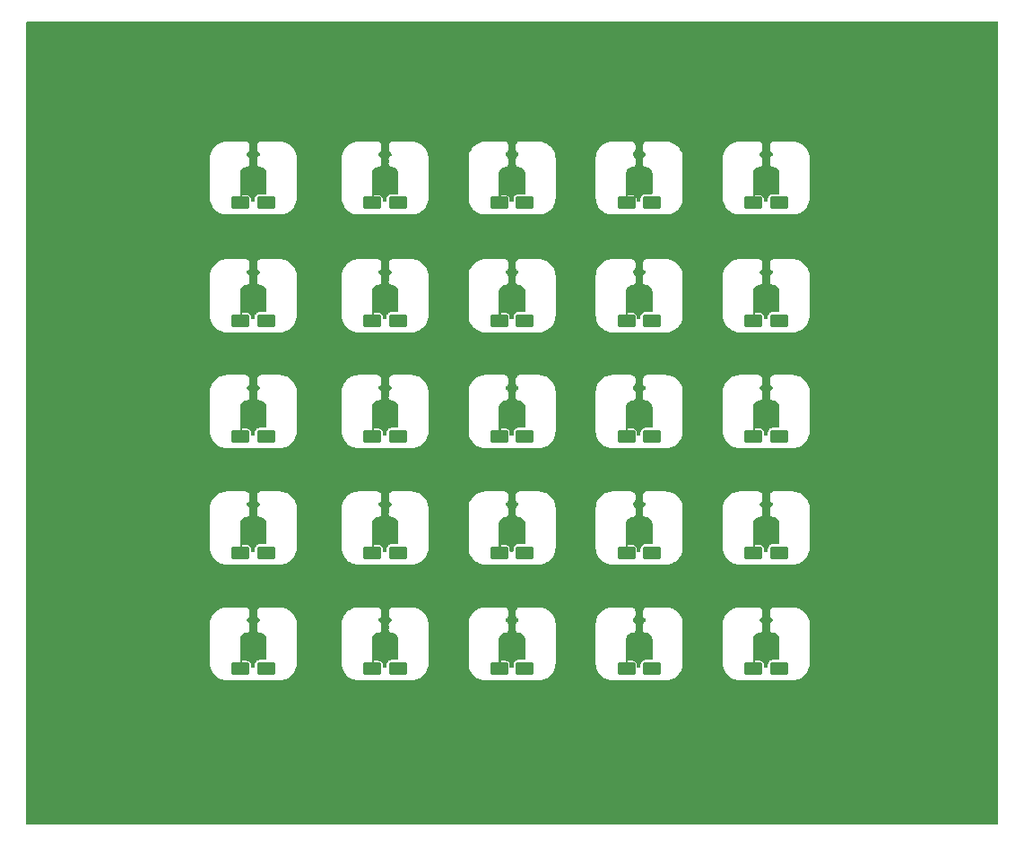
<source format=gbl>
%TF.GenerationSoftware,KiCad,Pcbnew,(6.0.0)*%
%TF.CreationDate,2022-01-23T05:48:29-08:00*%
%TF.ProjectId,headstage-64s-coax-adapter_panel,68656164-7374-4616-9765-2d3634732d63,A*%
%TF.SameCoordinates,Original*%
%TF.FileFunction,Copper,L2,Bot*%
%TF.FilePolarity,Positive*%
%FSLAX46Y46*%
G04 Gerber Fmt 4.6, Leading zero omitted, Abs format (unit mm)*
G04 Created by KiCad (PCBNEW (6.0.0)) date 2022-01-23 05:48:29*
%MOMM*%
%LPD*%
G01*
G04 APERTURE LIST*
G04 Aperture macros list*
%AMRoundRect*
0 Rectangle with rounded corners*
0 $1 Rounding radius*
0 $2 $3 $4 $5 $6 $7 $8 $9 X,Y pos of 4 corners*
0 Add a 4 corners polygon primitive as box body*
4,1,4,$2,$3,$4,$5,$6,$7,$8,$9,$2,$3,0*
0 Add four circle primitives for the rounded corners*
1,1,$1+$1,$2,$3*
1,1,$1+$1,$4,$5*
1,1,$1+$1,$6,$7*
1,1,$1+$1,$8,$9*
0 Add four rect primitives between the rounded corners*
20,1,$1+$1,$2,$3,$4,$5,0*
20,1,$1+$1,$4,$5,$6,$7,0*
20,1,$1+$1,$6,$7,$8,$9,0*
20,1,$1+$1,$8,$9,$2,$3,0*%
G04 Aperture macros list end*
%TA.AperFunction,ComponentPad*%
%ADD10RoundRect,0.312500X0.562500X-0.312500X0.562500X0.312500X-0.562500X0.312500X-0.562500X-0.312500X0*%
%TD*%
%TA.AperFunction,ViaPad*%
%ADD11C,0.300000*%
%TD*%
G04 APERTURE END LIST*
D10*
%TO.P,TP2,1,1*%
%TO.N,/GND*%
X206000001Y-67039340D03*
%TD*%
%TO.P,TP1,1,1*%
%TO.N,/SIG*%
X196400001Y-67039340D03*
%TD*%
%TO.P,TP1,1,1*%
%TO.N,/SIG*%
X172400001Y-67039340D03*
%TD*%
%TO.P,TP2,1,1*%
%TO.N,/GND*%
X157560661Y-67039340D03*
%TD*%
%TO.P,TP1,1,1*%
%TO.N,/SIG*%
X208400001Y-67039340D03*
%TD*%
%TO.P,TP1,1,1*%
%TO.N,/SIG*%
X159960661Y-67039340D03*
%TD*%
%TO.P,TP2,1,1*%
%TO.N,/GND*%
X182000001Y-67039340D03*
%TD*%
%TO.P,TP2,1,1*%
%TO.N,/GND*%
X170000001Y-67039340D03*
%TD*%
%TO.P,TP2,1,1*%
%TO.N,/GND*%
X194000001Y-67039340D03*
%TD*%
%TO.P,TP1,1,1*%
%TO.N,/SIG*%
X184400001Y-67039340D03*
%TD*%
%TO.P,TP2,1,1*%
%TO.N,/GND*%
X194000001Y-78160661D03*
%TD*%
%TO.P,TP2,1,1*%
%TO.N,/GND*%
X182000001Y-78160661D03*
%TD*%
%TO.P,TP1,1,1*%
%TO.N,/SIG*%
X208400000Y-89100000D03*
%TD*%
%TO.P,TP1,1,1*%
%TO.N,/SIG*%
X184400001Y-78160661D03*
%TD*%
%TO.P,TP2,1,1*%
%TO.N,/GND*%
X170000001Y-78160661D03*
%TD*%
%TO.P,TP2,1,1*%
%TO.N,/GND*%
X157560661Y-78160661D03*
%TD*%
%TO.P,TP2,1,1*%
%TO.N,/GND*%
X206000000Y-89100000D03*
%TD*%
%TO.P,TP1,1,1*%
%TO.N,/SIG*%
X196400001Y-78160661D03*
%TD*%
%TO.P,TP1,1,1*%
%TO.N,/SIG*%
X159960661Y-78160661D03*
%TD*%
%TO.P,TP1,1,1*%
%TO.N,/SIG*%
X172400001Y-78160661D03*
%TD*%
%TO.P,TP2,1,1*%
%TO.N,/GND*%
X206000001Y-78160661D03*
%TD*%
%TO.P,TP1,1,1*%
%TO.N,/SIG*%
X208400001Y-78160661D03*
%TD*%
%TO.P,TP2,1,1*%
%TO.N,/GND*%
X170000000Y-89100000D03*
%TD*%
%TO.P,TP2,1,1*%
%TO.N,/GND*%
X194000000Y-89100000D03*
%TD*%
%TO.P,TP1,1,1*%
%TO.N,/SIG*%
X196400000Y-89100000D03*
%TD*%
%TO.P,TP2,1,1*%
%TO.N,/GND*%
X182000000Y-89100000D03*
%TD*%
%TO.P,TP1,1,1*%
%TO.N,/SIG*%
X184400000Y-89100000D03*
%TD*%
%TO.P,TP1,1,1*%
%TO.N,/SIG*%
X172400000Y-89100000D03*
%TD*%
%TO.P,TP2,1,1*%
%TO.N,/GND*%
X157560660Y-89100000D03*
%TD*%
%TO.P,TP1,1,1*%
%TO.N,/SIG*%
X159960660Y-89100000D03*
%TD*%
%TO.P,TP1,1,1*%
%TO.N,/SIG*%
X208400000Y-100100001D03*
%TD*%
%TO.P,TP2,1,1*%
%TO.N,/GND*%
X206000000Y-100100001D03*
%TD*%
%TO.P,TP2,1,1*%
%TO.N,/GND*%
X170000000Y-100100001D03*
%TD*%
%TO.P,TP2,1,1*%
%TO.N,/GND*%
X194000000Y-100100001D03*
%TD*%
%TO.P,TP1,1,1*%
%TO.N,/SIG*%
X196400000Y-100100001D03*
%TD*%
%TO.P,TP2,1,1*%
%TO.N,/GND*%
X182000000Y-100100001D03*
%TD*%
%TO.P,TP1,1,1*%
%TO.N,/SIG*%
X184400000Y-100100001D03*
%TD*%
%TO.P,TP1,1,1*%
%TO.N,/SIG*%
X172400000Y-100100001D03*
%TD*%
%TO.P,TP2,1,1*%
%TO.N,/GND*%
X157560660Y-100100001D03*
%TD*%
%TO.P,TP1,1,1*%
%TO.N,/SIG*%
X159960660Y-100100001D03*
%TD*%
%TO.P,TP2,1,1*%
%TO.N,/GND*%
X205999999Y-111039340D03*
%TD*%
%TO.P,TP1,1,1*%
%TO.N,/SIG*%
X208399999Y-111039340D03*
%TD*%
%TO.P,TP2,1,1*%
%TO.N,/GND*%
X193999999Y-111039340D03*
%TD*%
%TO.P,TP1,1,1*%
%TO.N,/SIG*%
X196399999Y-111039340D03*
%TD*%
%TO.P,TP2,1,1*%
%TO.N,/GND*%
X181999999Y-111039340D03*
%TD*%
%TO.P,TP1,1,1*%
%TO.N,/SIG*%
X184399999Y-111039340D03*
%TD*%
%TO.P,TP2,1,1*%
%TO.N,/GND*%
X169999999Y-111039340D03*
%TD*%
%TO.P,TP1,1,1*%
%TO.N,/SIG*%
X172399999Y-111039340D03*
%TD*%
%TO.P,TP1,1,1*%
%TO.N,/SIG*%
X159960659Y-111039340D03*
%TD*%
%TO.P,TP2,1,1*%
%TO.N,/GND*%
X157560659Y-111039340D03*
%TD*%
D11*
%TO.N,/GND*%
X172050001Y-63989340D03*
X170200001Y-66039340D03*
X170350001Y-63977340D03*
X196050001Y-63989340D03*
X172200001Y-66039340D03*
X194200001Y-66039340D03*
X194350001Y-63977340D03*
X196200001Y-66039340D03*
X206350001Y-63977340D03*
X157760661Y-66039340D03*
X157910661Y-63977340D03*
X159760661Y-66039340D03*
X184050001Y-63989340D03*
X182350001Y-63977340D03*
X159610661Y-63989340D03*
X182200001Y-66039340D03*
X184200001Y-66039340D03*
X206200001Y-66039340D03*
X208050001Y-63989340D03*
X208200001Y-66039340D03*
X208200000Y-88100000D03*
X172050001Y-75110661D03*
X170350001Y-75098661D03*
X172200001Y-77160661D03*
X206200000Y-88100000D03*
X206350000Y-86038000D03*
X194200001Y-77160661D03*
X208050000Y-86050000D03*
X170200001Y-77160661D03*
X184050000Y-86050000D03*
X194350001Y-75098661D03*
X196050001Y-75110661D03*
X196200001Y-77160661D03*
X182350000Y-86038000D03*
X182200000Y-88100000D03*
X184200000Y-88100000D03*
X196050000Y-86050000D03*
X194350000Y-86038000D03*
X196200000Y-88100000D03*
X194200000Y-88100000D03*
X170200000Y-88100000D03*
X172050000Y-86050000D03*
X170350000Y-86038000D03*
X172200000Y-88100000D03*
X184050001Y-75110661D03*
X182350001Y-75098661D03*
X182200001Y-77160661D03*
X184200001Y-77160661D03*
X208200001Y-77160661D03*
X206200001Y-77160661D03*
X208050001Y-75110661D03*
X206350001Y-75098661D03*
X157760661Y-77160661D03*
X157910661Y-75098661D03*
X159610661Y-75110661D03*
X159760661Y-77160661D03*
X157760660Y-88100000D03*
X159610660Y-86050000D03*
X157910660Y-86038000D03*
X159760660Y-88100000D03*
X208200000Y-99100001D03*
X206200000Y-99100001D03*
X206350000Y-97038001D03*
X208050000Y-97050001D03*
X184050000Y-97050001D03*
X182350000Y-97038001D03*
X182200000Y-99100001D03*
X184200000Y-99100001D03*
X196050000Y-97050001D03*
X194350000Y-97038001D03*
X196200000Y-99100001D03*
X194200000Y-99100001D03*
X170200000Y-99100001D03*
X172050000Y-97050001D03*
X170350000Y-97038001D03*
X172200000Y-99100001D03*
X157760660Y-99100001D03*
X159610660Y-97050001D03*
X157910660Y-97038001D03*
X159760660Y-99100001D03*
X206199999Y-110039340D03*
X208049999Y-107989340D03*
X206349999Y-107977340D03*
X208199999Y-110039340D03*
X194199999Y-110039340D03*
X196049999Y-107989340D03*
X194349999Y-107977340D03*
X196199999Y-110039340D03*
X182199999Y-110039340D03*
X184049999Y-107989340D03*
X182349999Y-107977340D03*
X184199999Y-110039340D03*
X170199999Y-110039340D03*
X172049999Y-107989340D03*
X170349999Y-107977340D03*
X172199999Y-110039340D03*
X159760659Y-110039340D03*
X159610659Y-107989340D03*
X157760659Y-110039340D03*
X157910659Y-107977340D03*
%TD*%
%TA.AperFunction,Conductor*%
%TO.N,/GND*%
G36*
X229085648Y-49964352D02*
G01*
X229100000Y-49999000D01*
X229100000Y-125701000D01*
X229085648Y-125735648D01*
X229051000Y-125750000D01*
X137349000Y-125750000D01*
X137314352Y-125735648D01*
X137300000Y-125701000D01*
X137300000Y-110539340D01*
X154655513Y-110539340D01*
X154656871Y-110543519D01*
X154657233Y-110548585D01*
X154657233Y-110548586D01*
X154672774Y-110765880D01*
X154672899Y-110767625D01*
X154721549Y-110991263D01*
X154801530Y-111205702D01*
X154802367Y-111207234D01*
X154802367Y-111207235D01*
X154887006Y-111362239D01*
X154911215Y-111406575D01*
X155048371Y-111589793D01*
X155210206Y-111751628D01*
X155211609Y-111752678D01*
X155369426Y-111870819D01*
X155393424Y-111888784D01*
X155394962Y-111889624D01*
X155394967Y-111889627D01*
X155486010Y-111939340D01*
X155594297Y-111998469D01*
X155701517Y-112038460D01*
X155807105Y-112077842D01*
X155807109Y-112077843D01*
X155808736Y-112078450D01*
X156032374Y-112127100D01*
X156034116Y-112127225D01*
X156034119Y-112127225D01*
X156251260Y-112142755D01*
X156251261Y-112142755D01*
X156256480Y-112143128D01*
X156260659Y-112144486D01*
X156268039Y-112142088D01*
X156268042Y-112142088D01*
X156269118Y-112141738D01*
X156284259Y-112139340D01*
X161237059Y-112139340D01*
X161252200Y-112141738D01*
X161253276Y-112142088D01*
X161253279Y-112142088D01*
X161260659Y-112144486D01*
X161264838Y-112143128D01*
X161269904Y-112142766D01*
X161269905Y-112142766D01*
X161487199Y-112127225D01*
X161487202Y-112127225D01*
X161488944Y-112127100D01*
X161712582Y-112078450D01*
X161714209Y-112077843D01*
X161714213Y-112077842D01*
X161819801Y-112038460D01*
X161927021Y-111998469D01*
X162035308Y-111939340D01*
X162126351Y-111889627D01*
X162126356Y-111889624D01*
X162127894Y-111888784D01*
X162151893Y-111870819D01*
X162309709Y-111752678D01*
X162311112Y-111751628D01*
X162472947Y-111589793D01*
X162610103Y-111406575D01*
X162634313Y-111362239D01*
X162718951Y-111207235D01*
X162718951Y-111207234D01*
X162719788Y-111205702D01*
X162799769Y-110991263D01*
X162848419Y-110767625D01*
X162848544Y-110765880D01*
X162864074Y-110548739D01*
X162864074Y-110548738D01*
X162864447Y-110543519D01*
X162865805Y-110539340D01*
X167094853Y-110539340D01*
X167096211Y-110543519D01*
X167096573Y-110548585D01*
X167096573Y-110548586D01*
X167112114Y-110765880D01*
X167112239Y-110767625D01*
X167160889Y-110991263D01*
X167240870Y-111205702D01*
X167241707Y-111207234D01*
X167241707Y-111207235D01*
X167326346Y-111362239D01*
X167350555Y-111406575D01*
X167487711Y-111589793D01*
X167649546Y-111751628D01*
X167650949Y-111752678D01*
X167808766Y-111870819D01*
X167832764Y-111888784D01*
X167834302Y-111889624D01*
X167834307Y-111889627D01*
X167925350Y-111939340D01*
X168033637Y-111998469D01*
X168140857Y-112038460D01*
X168246445Y-112077842D01*
X168246449Y-112077843D01*
X168248076Y-112078450D01*
X168471714Y-112127100D01*
X168473456Y-112127225D01*
X168473459Y-112127225D01*
X168690600Y-112142755D01*
X168690601Y-112142755D01*
X168695820Y-112143128D01*
X168699999Y-112144486D01*
X168707379Y-112142088D01*
X168707382Y-112142088D01*
X168708458Y-112141738D01*
X168723599Y-112139340D01*
X173676399Y-112139340D01*
X173691540Y-112141738D01*
X173692616Y-112142088D01*
X173692619Y-112142088D01*
X173699999Y-112144486D01*
X173704178Y-112143128D01*
X173709244Y-112142766D01*
X173709245Y-112142766D01*
X173926539Y-112127225D01*
X173926542Y-112127225D01*
X173928284Y-112127100D01*
X174151922Y-112078450D01*
X174153549Y-112077843D01*
X174153553Y-112077842D01*
X174259141Y-112038460D01*
X174366361Y-111998469D01*
X174474648Y-111939340D01*
X174565691Y-111889627D01*
X174565696Y-111889624D01*
X174567234Y-111888784D01*
X174591233Y-111870819D01*
X174749049Y-111752678D01*
X174750452Y-111751628D01*
X174912287Y-111589793D01*
X175049443Y-111406575D01*
X175073653Y-111362239D01*
X175158291Y-111207235D01*
X175158291Y-111207234D01*
X175159128Y-111205702D01*
X175239109Y-110991263D01*
X175287759Y-110767625D01*
X175287884Y-110765880D01*
X175303414Y-110548739D01*
X175303414Y-110548738D01*
X175303787Y-110543519D01*
X175305145Y-110539340D01*
X179094853Y-110539340D01*
X179096211Y-110543519D01*
X179096573Y-110548585D01*
X179096573Y-110548586D01*
X179112114Y-110765880D01*
X179112239Y-110767625D01*
X179160889Y-110991263D01*
X179240870Y-111205702D01*
X179241707Y-111207234D01*
X179241707Y-111207235D01*
X179326346Y-111362239D01*
X179350555Y-111406575D01*
X179487711Y-111589793D01*
X179649546Y-111751628D01*
X179650949Y-111752678D01*
X179808766Y-111870819D01*
X179832764Y-111888784D01*
X179834302Y-111889624D01*
X179834307Y-111889627D01*
X179925350Y-111939340D01*
X180033637Y-111998469D01*
X180140857Y-112038460D01*
X180246445Y-112077842D01*
X180246449Y-112077843D01*
X180248076Y-112078450D01*
X180471714Y-112127100D01*
X180473456Y-112127225D01*
X180473459Y-112127225D01*
X180690600Y-112142755D01*
X180690601Y-112142755D01*
X180695820Y-112143128D01*
X180699999Y-112144486D01*
X180707379Y-112142088D01*
X180707382Y-112142088D01*
X180708458Y-112141738D01*
X180723599Y-112139340D01*
X185676399Y-112139340D01*
X185691540Y-112141738D01*
X185692616Y-112142088D01*
X185692619Y-112142088D01*
X185699999Y-112144486D01*
X185704178Y-112143128D01*
X185709244Y-112142766D01*
X185709245Y-112142766D01*
X185926539Y-112127225D01*
X185926542Y-112127225D01*
X185928284Y-112127100D01*
X186151922Y-112078450D01*
X186153549Y-112077843D01*
X186153553Y-112077842D01*
X186259141Y-112038460D01*
X186366361Y-111998469D01*
X186474648Y-111939340D01*
X186565691Y-111889627D01*
X186565696Y-111889624D01*
X186567234Y-111888784D01*
X186591233Y-111870819D01*
X186749049Y-111752678D01*
X186750452Y-111751628D01*
X186912287Y-111589793D01*
X187049443Y-111406575D01*
X187073653Y-111362239D01*
X187158291Y-111207235D01*
X187158291Y-111207234D01*
X187159128Y-111205702D01*
X187239109Y-110991263D01*
X187287759Y-110767625D01*
X187287884Y-110765880D01*
X187303414Y-110548739D01*
X187303414Y-110548738D01*
X187303787Y-110543519D01*
X187305145Y-110539340D01*
X191094853Y-110539340D01*
X191096211Y-110543519D01*
X191096573Y-110548585D01*
X191096573Y-110548586D01*
X191112114Y-110765880D01*
X191112239Y-110767625D01*
X191160889Y-110991263D01*
X191240870Y-111205702D01*
X191241707Y-111207234D01*
X191241707Y-111207235D01*
X191326346Y-111362239D01*
X191350555Y-111406575D01*
X191487711Y-111589793D01*
X191649546Y-111751628D01*
X191650949Y-111752678D01*
X191808766Y-111870819D01*
X191832764Y-111888784D01*
X191834302Y-111889624D01*
X191834307Y-111889627D01*
X191925350Y-111939340D01*
X192033637Y-111998469D01*
X192140857Y-112038460D01*
X192246445Y-112077842D01*
X192246449Y-112077843D01*
X192248076Y-112078450D01*
X192471714Y-112127100D01*
X192473456Y-112127225D01*
X192473459Y-112127225D01*
X192690600Y-112142755D01*
X192690601Y-112142755D01*
X192695820Y-112143128D01*
X192699999Y-112144486D01*
X192707379Y-112142088D01*
X192707382Y-112142088D01*
X192708458Y-112141738D01*
X192723599Y-112139340D01*
X197676399Y-112139340D01*
X197691540Y-112141738D01*
X197692616Y-112142088D01*
X197692619Y-112142088D01*
X197699999Y-112144486D01*
X197704178Y-112143128D01*
X197709244Y-112142766D01*
X197709245Y-112142766D01*
X197926539Y-112127225D01*
X197926542Y-112127225D01*
X197928284Y-112127100D01*
X198151922Y-112078450D01*
X198153549Y-112077843D01*
X198153553Y-112077842D01*
X198259141Y-112038460D01*
X198366361Y-111998469D01*
X198474648Y-111939340D01*
X198565691Y-111889627D01*
X198565696Y-111889624D01*
X198567234Y-111888784D01*
X198591233Y-111870819D01*
X198749049Y-111752678D01*
X198750452Y-111751628D01*
X198912287Y-111589793D01*
X199049443Y-111406575D01*
X199073653Y-111362239D01*
X199158291Y-111207235D01*
X199158291Y-111207234D01*
X199159128Y-111205702D01*
X199239109Y-110991263D01*
X199287759Y-110767625D01*
X199287884Y-110765880D01*
X199303414Y-110548739D01*
X199303414Y-110548738D01*
X199303787Y-110543519D01*
X199305145Y-110539340D01*
X203094853Y-110539340D01*
X203096211Y-110543519D01*
X203096573Y-110548585D01*
X203096573Y-110548586D01*
X203112114Y-110765880D01*
X203112239Y-110767625D01*
X203160889Y-110991263D01*
X203240870Y-111205702D01*
X203241707Y-111207234D01*
X203241707Y-111207235D01*
X203326346Y-111362239D01*
X203350555Y-111406575D01*
X203487711Y-111589793D01*
X203649546Y-111751628D01*
X203650949Y-111752678D01*
X203808766Y-111870819D01*
X203832764Y-111888784D01*
X203834302Y-111889624D01*
X203834307Y-111889627D01*
X203925350Y-111939340D01*
X204033637Y-111998469D01*
X204140857Y-112038460D01*
X204246445Y-112077842D01*
X204246449Y-112077843D01*
X204248076Y-112078450D01*
X204471714Y-112127100D01*
X204473456Y-112127225D01*
X204473459Y-112127225D01*
X204690600Y-112142755D01*
X204690601Y-112142755D01*
X204695820Y-112143128D01*
X204699999Y-112144486D01*
X204707379Y-112142088D01*
X204707382Y-112142088D01*
X204708458Y-112141738D01*
X204723599Y-112139340D01*
X209676399Y-112139340D01*
X209691540Y-112141738D01*
X209692616Y-112142088D01*
X209692619Y-112142088D01*
X209699999Y-112144486D01*
X209704178Y-112143128D01*
X209709244Y-112142766D01*
X209709245Y-112142766D01*
X209926539Y-112127225D01*
X209926542Y-112127225D01*
X209928284Y-112127100D01*
X210151922Y-112078450D01*
X210153549Y-112077843D01*
X210153553Y-112077842D01*
X210259141Y-112038460D01*
X210366361Y-111998469D01*
X210474648Y-111939340D01*
X210565691Y-111889627D01*
X210565696Y-111889624D01*
X210567234Y-111888784D01*
X210591233Y-111870819D01*
X210749049Y-111752678D01*
X210750452Y-111751628D01*
X210912287Y-111589793D01*
X211049443Y-111406575D01*
X211073653Y-111362239D01*
X211158291Y-111207235D01*
X211158291Y-111207234D01*
X211159128Y-111205702D01*
X211239109Y-110991263D01*
X211287759Y-110767625D01*
X211287884Y-110765880D01*
X211303414Y-110548739D01*
X211303414Y-110548738D01*
X211303787Y-110543519D01*
X211305145Y-110539340D01*
X211302747Y-110531960D01*
X211302747Y-110531957D01*
X211302397Y-110530881D01*
X211299999Y-110515740D01*
X211299999Y-106873600D01*
X211302397Y-106858459D01*
X211302747Y-106857383D01*
X211302747Y-106857380D01*
X211305145Y-106850000D01*
X211303787Y-106845821D01*
X211302288Y-106824853D01*
X211287884Y-106623460D01*
X211287884Y-106623457D01*
X211287759Y-106621715D01*
X211271424Y-106546623D01*
X211239480Y-106399782D01*
X211239480Y-106399781D01*
X211239109Y-106398077D01*
X211236075Y-106389941D01*
X211159736Y-106185269D01*
X211159128Y-106183638D01*
X211158291Y-106182105D01*
X211050286Y-105984308D01*
X211050283Y-105984303D01*
X211049443Y-105982765D01*
X211025615Y-105950934D01*
X210913337Y-105800950D01*
X210912287Y-105799547D01*
X210750452Y-105637712D01*
X210620455Y-105540397D01*
X210568641Y-105501609D01*
X210568638Y-105501607D01*
X210567234Y-105500556D01*
X210565696Y-105499716D01*
X210565691Y-105499713D01*
X210367894Y-105391708D01*
X210367893Y-105391708D01*
X210366361Y-105390871D01*
X210239474Y-105343545D01*
X210153553Y-105311498D01*
X210153549Y-105311497D01*
X210151922Y-105310890D01*
X210052915Y-105289352D01*
X209929994Y-105262612D01*
X209928284Y-105262240D01*
X209926542Y-105262115D01*
X209926539Y-105262115D01*
X209709398Y-105246585D01*
X209709397Y-105246585D01*
X209704178Y-105246212D01*
X209699999Y-105244854D01*
X209692619Y-105247252D01*
X209692616Y-105247252D01*
X209691540Y-105247602D01*
X209676399Y-105250000D01*
X207946845Y-105250000D01*
X207934496Y-105247775D01*
X207931728Y-105247658D01*
X207924453Y-105244948D01*
X207916976Y-105247032D01*
X207916319Y-105247004D01*
X207909965Y-105248176D01*
X207880003Y-105250976D01*
X207830143Y-105255635D01*
X207827039Y-105256819D01*
X207827037Y-105256819D01*
X207811844Y-105262612D01*
X207741712Y-105289352D01*
X207739037Y-105291324D01*
X207739034Y-105291326D01*
X207668215Y-105343545D01*
X207668213Y-105343547D01*
X207665540Y-105345518D01*
X207663493Y-105348132D01*
X207663491Y-105348134D01*
X207661043Y-105351260D01*
X207607190Y-105420030D01*
X207570923Y-105507446D01*
X207570518Y-105510746D01*
X207561153Y-105587018D01*
X207559797Y-105593335D01*
X207559806Y-105593993D01*
X207557506Y-105601407D01*
X207560003Y-105608755D01*
X207560003Y-105608758D01*
X207560038Y-105608860D01*
X207562643Y-105624624D01*
X207562643Y-105898615D01*
X207561407Y-105904443D01*
X207562017Y-105904507D01*
X207561213Y-105912225D01*
X207558063Y-105919318D01*
X207559684Y-105926907D01*
X207559543Y-105928256D01*
X207560056Y-105932539D01*
X207561518Y-105984308D01*
X207562737Y-106027497D01*
X207563671Y-106030601D01*
X207563671Y-106030603D01*
X207589482Y-106116416D01*
X207593860Y-106130970D01*
X207650902Y-106222739D01*
X207653266Y-106224944D01*
X207653268Y-106224947D01*
X207720367Y-106287545D01*
X207723236Y-106290757D01*
X207724340Y-106291543D01*
X207728963Y-106297779D01*
X207735947Y-106299974D01*
X207736744Y-106300643D01*
X207737708Y-106301033D01*
X207742924Y-106306170D01*
X207750600Y-106307326D01*
X207753106Y-106308579D01*
X207760774Y-106313343D01*
X207770128Y-106320427D01*
X207782228Y-106333730D01*
X207793843Y-106352525D01*
X207800328Y-106369293D01*
X207802479Y-106380817D01*
X207803311Y-106389806D01*
X207803311Y-106392622D01*
X207800914Y-106400001D01*
X207803312Y-106407381D01*
X207803312Y-106407382D01*
X207803662Y-106408460D01*
X207806060Y-106423601D01*
X207806060Y-106548088D01*
X207791708Y-106582736D01*
X207773975Y-106594076D01*
X207732734Y-106609243D01*
X207730041Y-106611178D01*
X207730040Y-106611179D01*
X207702472Y-106630992D01*
X207656004Y-106664389D01*
X207653923Y-106666979D01*
X207610817Y-106720627D01*
X207596819Y-106738048D01*
X207595508Y-106741096D01*
X207595507Y-106741098D01*
X207582205Y-106772032D01*
X207559490Y-106824853D01*
X207559042Y-106828143D01*
X207559041Y-106828147D01*
X207548690Y-106904142D01*
X207547251Y-106910437D01*
X207547251Y-106911098D01*
X207544853Y-106918479D01*
X207547251Y-106925859D01*
X207547251Y-106925861D01*
X207547601Y-106926938D01*
X207549999Y-106942079D01*
X207549999Y-107291476D01*
X207547601Y-107306617D01*
X207547251Y-107307694D01*
X207547251Y-107307696D01*
X207544853Y-107315076D01*
X207547251Y-107322457D01*
X207547251Y-107322674D01*
X207549066Y-107330697D01*
X207558917Y-107405517D01*
X207560144Y-107408479D01*
X207560145Y-107408483D01*
X207564348Y-107418629D01*
X207593826Y-107489794D01*
X207649358Y-107562164D01*
X207721728Y-107617696D01*
X207724695Y-107618925D01*
X207803039Y-107651377D01*
X207803043Y-107651378D01*
X207806005Y-107652605D01*
X207809186Y-107653024D01*
X207809187Y-107653024D01*
X207828904Y-107655620D01*
X207868770Y-107660868D01*
X207874770Y-107662560D01*
X207878379Y-107662939D01*
X207885470Y-107666095D01*
X207891035Y-107664911D01*
X207896446Y-107666669D01*
X207900713Y-107665283D01*
X207900781Y-107665290D01*
X207900744Y-107665642D01*
X207907964Y-107665641D01*
X207971553Y-107679148D01*
X208009749Y-107687262D01*
X208009758Y-107687264D01*
X208019502Y-107690429D01*
X208130371Y-107739776D01*
X208139244Y-107744897D01*
X208237437Y-107816224D01*
X208245051Y-107823079D01*
X208326262Y-107913260D01*
X208332284Y-107921548D01*
X208392970Y-108026645D01*
X208397137Y-108036003D01*
X208434642Y-108151417D01*
X208436773Y-108161439D01*
X208447652Y-108264935D01*
X208446898Y-108272117D01*
X208447251Y-108272117D01*
X208447251Y-108279879D01*
X208444853Y-108287259D01*
X208447251Y-108294639D01*
X208447251Y-108294641D01*
X208447601Y-108295718D01*
X208449999Y-108310859D01*
X208449999Y-110164840D01*
X208435647Y-110199488D01*
X208400999Y-110213840D01*
X207788941Y-110213840D01*
X207756671Y-110217346D01*
X207729260Y-110220323D01*
X207729257Y-110220324D01*
X207726207Y-110220655D01*
X207644139Y-110251421D01*
X207591883Y-110271010D01*
X207591881Y-110271011D01*
X207588611Y-110272237D01*
X207585815Y-110274332D01*
X207585814Y-110274333D01*
X207532031Y-110314641D01*
X207471023Y-110360364D01*
X207382896Y-110477952D01*
X207381670Y-110481222D01*
X207381669Y-110481224D01*
X207368730Y-110515740D01*
X207331314Y-110615548D01*
X207324499Y-110678282D01*
X207324499Y-110890340D01*
X207310147Y-110924988D01*
X207275499Y-110939340D01*
X207023998Y-110939340D01*
X206989350Y-110924988D01*
X206974998Y-110890340D01*
X206974998Y-110696300D01*
X206974697Y-110692477D01*
X206960303Y-110601588D01*
X206957950Y-110594348D01*
X206902128Y-110484790D01*
X206897652Y-110478630D01*
X206810709Y-110391687D01*
X206804549Y-110387211D01*
X206694991Y-110331389D01*
X206687751Y-110329036D01*
X206596862Y-110314641D01*
X206593040Y-110314340D01*
X206159746Y-110314341D01*
X206152854Y-110317196D01*
X206149999Y-110324088D01*
X206149999Y-110890340D01*
X206135647Y-110924988D01*
X206100999Y-110939340D01*
X205998999Y-110939340D01*
X205964351Y-110924988D01*
X205949999Y-110890340D01*
X205949999Y-108310859D01*
X205952397Y-108295718D01*
X205952747Y-108294641D01*
X205952747Y-108294639D01*
X205955145Y-108287259D01*
X205952747Y-108279878D01*
X205952747Y-108272118D01*
X205953100Y-108272118D01*
X205952346Y-108264935D01*
X205963224Y-108161438D01*
X205965355Y-108151417D01*
X206002859Y-108036003D01*
X206007026Y-108026644D01*
X206067713Y-107921543D01*
X206073736Y-107913255D01*
X206154944Y-107823079D01*
X206162557Y-107816224D01*
X206260752Y-107744896D01*
X206269625Y-107739775D01*
X206380495Y-107690427D01*
X206390240Y-107687262D01*
X206492035Y-107665641D01*
X206499254Y-107665642D01*
X206499217Y-107665290D01*
X206499285Y-107665283D01*
X206503552Y-107666669D01*
X206508962Y-107664911D01*
X206514527Y-107666095D01*
X206521618Y-107662940D01*
X206525225Y-107662561D01*
X206531226Y-107660869D01*
X206593993Y-107652605D01*
X206596955Y-107651378D01*
X206596959Y-107651377D01*
X206675303Y-107618925D01*
X206678270Y-107617696D01*
X206750640Y-107562164D01*
X206806172Y-107489794D01*
X206835650Y-107418629D01*
X206839853Y-107408483D01*
X206839854Y-107408479D01*
X206841081Y-107405517D01*
X206850932Y-107330697D01*
X206852747Y-107322674D01*
X206852747Y-107322457D01*
X206855145Y-107315076D01*
X206852747Y-107307696D01*
X206852747Y-107307694D01*
X206852397Y-107306617D01*
X206849999Y-107291476D01*
X206849999Y-106942079D01*
X206852397Y-106926938D01*
X206852747Y-106925861D01*
X206852747Y-106925859D01*
X206855145Y-106918479D01*
X206852747Y-106911098D01*
X206852747Y-106910440D01*
X206851306Y-106904137D01*
X206840954Y-106828143D01*
X206840506Y-106824853D01*
X206803178Y-106738049D01*
X206743993Y-106664390D01*
X206667264Y-106609245D01*
X206622035Y-106592611D01*
X206594470Y-106567182D01*
X206589948Y-106546623D01*
X206589948Y-106423601D01*
X206592346Y-106408460D01*
X206592696Y-106407382D01*
X206592696Y-106407381D01*
X206595094Y-106400001D01*
X206592697Y-106392622D01*
X206592697Y-106389806D01*
X206593529Y-106380817D01*
X206595680Y-106369293D01*
X206602165Y-106352525D01*
X206613780Y-106333730D01*
X206625880Y-106320427D01*
X206635234Y-106313343D01*
X206642902Y-106308579D01*
X206645408Y-106307326D01*
X206653084Y-106306170D01*
X206658300Y-106301033D01*
X206659264Y-106300643D01*
X206660061Y-106299974D01*
X206667045Y-106297779D01*
X206671668Y-106291543D01*
X206672772Y-106290757D01*
X206675641Y-106287545D01*
X206742740Y-106224947D01*
X206742742Y-106224944D01*
X206745106Y-106222739D01*
X206802148Y-106130970D01*
X206806526Y-106116416D01*
X206832337Y-106030603D01*
X206832337Y-106030601D01*
X206833271Y-106027497D01*
X206834491Y-105984308D01*
X206835952Y-105932539D01*
X206836465Y-105928256D01*
X206836324Y-105926907D01*
X206837945Y-105919318D01*
X206834795Y-105912225D01*
X206833991Y-105904507D01*
X206834601Y-105904443D01*
X206833365Y-105898615D01*
X206833365Y-105623600D01*
X206835763Y-105608459D01*
X206836113Y-105607382D01*
X206836113Y-105607380D01*
X206838511Y-105600000D01*
X206836113Y-105592619D01*
X206836113Y-105592372D01*
X206834327Y-105584502D01*
X206828700Y-105542126D01*
X206824151Y-105507866D01*
X206788296Y-105422118D01*
X206764691Y-105391708D01*
X206733295Y-105351260D01*
X206733294Y-105351259D01*
X206731306Y-105348698D01*
X206728722Y-105346747D01*
X206728720Y-105346745D01*
X206659714Y-105294645D01*
X206659713Y-105294644D01*
X206657131Y-105292695D01*
X206570910Y-105257990D01*
X206494149Y-105248841D01*
X206486252Y-105247159D01*
X206486005Y-105247162D01*
X206478593Y-105244863D01*
X206471244Y-105247360D01*
X206471243Y-105247360D01*
X206471141Y-105247395D01*
X206455377Y-105250000D01*
X204723599Y-105250000D01*
X204708458Y-105247602D01*
X204707382Y-105247252D01*
X204707379Y-105247252D01*
X204699999Y-105244854D01*
X204695820Y-105246212D01*
X204690754Y-105246574D01*
X204690753Y-105246574D01*
X204473459Y-105262115D01*
X204473456Y-105262115D01*
X204471714Y-105262240D01*
X204470004Y-105262612D01*
X204347084Y-105289352D01*
X204248076Y-105310890D01*
X204246449Y-105311497D01*
X204246445Y-105311498D01*
X204160524Y-105343545D01*
X204033637Y-105390871D01*
X204032105Y-105391708D01*
X204032104Y-105391708D01*
X203834307Y-105499713D01*
X203834302Y-105499716D01*
X203832764Y-105500556D01*
X203831360Y-105501607D01*
X203831357Y-105501609D01*
X203779543Y-105540397D01*
X203649546Y-105637712D01*
X203487711Y-105799547D01*
X203486661Y-105800950D01*
X203374384Y-105950934D01*
X203350555Y-105982765D01*
X203349715Y-105984303D01*
X203349712Y-105984308D01*
X203241707Y-106182105D01*
X203240870Y-106183638D01*
X203240262Y-106185269D01*
X203163924Y-106389941D01*
X203160889Y-106398077D01*
X203160518Y-106399781D01*
X203160518Y-106399782D01*
X203128574Y-106546623D01*
X203112239Y-106621715D01*
X203112114Y-106623457D01*
X203112114Y-106623460D01*
X203097711Y-106824853D01*
X203096211Y-106845821D01*
X203094853Y-106850000D01*
X203097251Y-106857380D01*
X203097251Y-106857383D01*
X203097601Y-106858459D01*
X203099999Y-106873600D01*
X203099999Y-110515740D01*
X203097601Y-110530881D01*
X203097251Y-110531957D01*
X203097251Y-110531960D01*
X203094853Y-110539340D01*
X199305145Y-110539340D01*
X199302747Y-110531960D01*
X199302747Y-110531957D01*
X199302397Y-110530881D01*
X199299999Y-110515740D01*
X199299999Y-106873600D01*
X199302397Y-106858459D01*
X199302747Y-106857383D01*
X199302747Y-106857380D01*
X199305145Y-106850000D01*
X199303787Y-106845821D01*
X199302288Y-106824853D01*
X199287884Y-106623460D01*
X199287884Y-106623457D01*
X199287759Y-106621715D01*
X199271424Y-106546623D01*
X199239480Y-106399782D01*
X199239480Y-106399781D01*
X199239109Y-106398077D01*
X199236075Y-106389941D01*
X199159736Y-106185269D01*
X199159128Y-106183638D01*
X199158291Y-106182105D01*
X199050286Y-105984308D01*
X199050283Y-105984303D01*
X199049443Y-105982765D01*
X199025615Y-105950934D01*
X198913337Y-105800950D01*
X198912287Y-105799547D01*
X198750452Y-105637712D01*
X198620455Y-105540397D01*
X198568641Y-105501609D01*
X198568638Y-105501607D01*
X198567234Y-105500556D01*
X198565696Y-105499716D01*
X198565691Y-105499713D01*
X198367894Y-105391708D01*
X198367893Y-105391708D01*
X198366361Y-105390871D01*
X198239474Y-105343545D01*
X198153553Y-105311498D01*
X198153549Y-105311497D01*
X198151922Y-105310890D01*
X198052915Y-105289352D01*
X197929994Y-105262612D01*
X197928284Y-105262240D01*
X197926542Y-105262115D01*
X197926539Y-105262115D01*
X197709398Y-105246585D01*
X197709397Y-105246585D01*
X197704178Y-105246212D01*
X197699999Y-105244854D01*
X197692619Y-105247252D01*
X197692616Y-105247252D01*
X197691540Y-105247602D01*
X197676399Y-105250000D01*
X195946845Y-105250000D01*
X195934496Y-105247775D01*
X195931728Y-105247658D01*
X195924453Y-105244948D01*
X195916976Y-105247032D01*
X195916319Y-105247004D01*
X195909965Y-105248176D01*
X195880003Y-105250976D01*
X195830143Y-105255635D01*
X195827039Y-105256819D01*
X195827037Y-105256819D01*
X195811844Y-105262612D01*
X195741712Y-105289352D01*
X195739037Y-105291324D01*
X195739034Y-105291326D01*
X195668215Y-105343545D01*
X195668213Y-105343547D01*
X195665540Y-105345518D01*
X195663493Y-105348132D01*
X195663491Y-105348134D01*
X195661043Y-105351260D01*
X195607190Y-105420030D01*
X195570923Y-105507446D01*
X195570518Y-105510746D01*
X195561153Y-105587018D01*
X195559797Y-105593335D01*
X195559806Y-105593993D01*
X195557506Y-105601407D01*
X195560003Y-105608755D01*
X195560003Y-105608758D01*
X195560038Y-105608860D01*
X195562643Y-105624624D01*
X195562643Y-105898615D01*
X195561407Y-105904443D01*
X195562017Y-105904507D01*
X195561213Y-105912225D01*
X195558063Y-105919318D01*
X195559684Y-105926907D01*
X195559543Y-105928256D01*
X195560056Y-105932539D01*
X195561518Y-105984308D01*
X195562737Y-106027497D01*
X195563671Y-106030601D01*
X195563671Y-106030603D01*
X195589482Y-106116416D01*
X195593860Y-106130970D01*
X195650902Y-106222739D01*
X195653266Y-106224944D01*
X195653268Y-106224947D01*
X195720367Y-106287545D01*
X195723236Y-106290757D01*
X195724340Y-106291543D01*
X195728963Y-106297779D01*
X195735947Y-106299974D01*
X195736744Y-106300643D01*
X195737708Y-106301033D01*
X195742924Y-106306170D01*
X195750600Y-106307326D01*
X195753106Y-106308579D01*
X195760774Y-106313343D01*
X195770128Y-106320427D01*
X195782228Y-106333730D01*
X195793843Y-106352525D01*
X195800328Y-106369293D01*
X195802479Y-106380817D01*
X195803311Y-106389806D01*
X195803311Y-106392622D01*
X195800914Y-106400001D01*
X195803312Y-106407381D01*
X195803312Y-106407382D01*
X195803662Y-106408460D01*
X195806060Y-106423601D01*
X195806060Y-106548088D01*
X195791708Y-106582736D01*
X195773975Y-106594076D01*
X195732734Y-106609243D01*
X195730041Y-106611178D01*
X195730040Y-106611179D01*
X195702472Y-106630992D01*
X195656004Y-106664389D01*
X195653923Y-106666979D01*
X195610817Y-106720627D01*
X195596819Y-106738048D01*
X195595508Y-106741096D01*
X195595507Y-106741098D01*
X195582205Y-106772032D01*
X195559490Y-106824853D01*
X195559042Y-106828143D01*
X195559041Y-106828147D01*
X195548690Y-106904142D01*
X195547251Y-106910437D01*
X195547251Y-106911098D01*
X195544853Y-106918479D01*
X195547251Y-106925859D01*
X195547251Y-106925861D01*
X195547601Y-106926938D01*
X195549999Y-106942079D01*
X195549999Y-107291476D01*
X195547601Y-107306617D01*
X195547251Y-107307694D01*
X195547251Y-107307696D01*
X195544853Y-107315076D01*
X195547251Y-107322457D01*
X195547251Y-107322674D01*
X195549066Y-107330697D01*
X195558917Y-107405517D01*
X195560144Y-107408479D01*
X195560145Y-107408483D01*
X195564348Y-107418629D01*
X195593826Y-107489794D01*
X195649358Y-107562164D01*
X195721728Y-107617696D01*
X195724695Y-107618925D01*
X195803039Y-107651377D01*
X195803043Y-107651378D01*
X195806005Y-107652605D01*
X195809186Y-107653024D01*
X195809187Y-107653024D01*
X195828904Y-107655620D01*
X195868770Y-107660868D01*
X195874770Y-107662560D01*
X195878379Y-107662939D01*
X195885470Y-107666095D01*
X195891035Y-107664911D01*
X195896446Y-107666669D01*
X195900713Y-107665283D01*
X195900781Y-107665290D01*
X195900744Y-107665642D01*
X195907964Y-107665641D01*
X195971553Y-107679148D01*
X196009749Y-107687262D01*
X196009758Y-107687264D01*
X196019502Y-107690429D01*
X196130371Y-107739776D01*
X196139244Y-107744897D01*
X196237437Y-107816224D01*
X196245051Y-107823079D01*
X196326262Y-107913260D01*
X196332284Y-107921548D01*
X196392970Y-108026645D01*
X196397137Y-108036003D01*
X196434642Y-108151417D01*
X196436773Y-108161439D01*
X196447652Y-108264935D01*
X196446898Y-108272117D01*
X196447251Y-108272117D01*
X196447251Y-108279879D01*
X196444853Y-108287259D01*
X196447251Y-108294639D01*
X196447251Y-108294641D01*
X196447601Y-108295718D01*
X196449999Y-108310859D01*
X196449999Y-110164840D01*
X196435647Y-110199488D01*
X196400999Y-110213840D01*
X195788941Y-110213840D01*
X195756671Y-110217346D01*
X195729260Y-110220323D01*
X195729257Y-110220324D01*
X195726207Y-110220655D01*
X195644139Y-110251421D01*
X195591883Y-110271010D01*
X195591881Y-110271011D01*
X195588611Y-110272237D01*
X195585815Y-110274332D01*
X195585814Y-110274333D01*
X195532031Y-110314641D01*
X195471023Y-110360364D01*
X195382896Y-110477952D01*
X195381670Y-110481222D01*
X195381669Y-110481224D01*
X195368730Y-110515740D01*
X195331314Y-110615548D01*
X195324499Y-110678282D01*
X195324499Y-110890340D01*
X195310147Y-110924988D01*
X195275499Y-110939340D01*
X195023998Y-110939340D01*
X194989350Y-110924988D01*
X194974998Y-110890340D01*
X194974998Y-110696300D01*
X194974697Y-110692477D01*
X194960303Y-110601588D01*
X194957950Y-110594348D01*
X194902128Y-110484790D01*
X194897652Y-110478630D01*
X194810709Y-110391687D01*
X194804549Y-110387211D01*
X194694991Y-110331389D01*
X194687751Y-110329036D01*
X194596862Y-110314641D01*
X194593040Y-110314340D01*
X194159746Y-110314341D01*
X194152854Y-110317196D01*
X194149999Y-110324088D01*
X194149999Y-110890340D01*
X194135647Y-110924988D01*
X194100999Y-110939340D01*
X193998999Y-110939340D01*
X193964351Y-110924988D01*
X193949999Y-110890340D01*
X193949999Y-108310859D01*
X193952397Y-108295718D01*
X193952747Y-108294641D01*
X193952747Y-108294639D01*
X193955145Y-108287259D01*
X193952747Y-108279878D01*
X193952747Y-108272118D01*
X193953100Y-108272118D01*
X193952346Y-108264935D01*
X193963224Y-108161438D01*
X193965355Y-108151417D01*
X194002859Y-108036003D01*
X194007026Y-108026644D01*
X194067713Y-107921543D01*
X194073736Y-107913255D01*
X194154944Y-107823079D01*
X194162557Y-107816224D01*
X194260752Y-107744896D01*
X194269625Y-107739775D01*
X194380495Y-107690427D01*
X194390240Y-107687262D01*
X194492035Y-107665641D01*
X194499254Y-107665642D01*
X194499217Y-107665290D01*
X194499285Y-107665283D01*
X194503552Y-107666669D01*
X194508962Y-107664911D01*
X194514527Y-107666095D01*
X194521618Y-107662940D01*
X194525225Y-107662561D01*
X194531226Y-107660869D01*
X194593993Y-107652605D01*
X194596955Y-107651378D01*
X194596959Y-107651377D01*
X194675303Y-107618925D01*
X194678270Y-107617696D01*
X194750640Y-107562164D01*
X194806172Y-107489794D01*
X194835650Y-107418629D01*
X194839853Y-107408483D01*
X194839854Y-107408479D01*
X194841081Y-107405517D01*
X194850932Y-107330697D01*
X194852747Y-107322674D01*
X194852747Y-107322457D01*
X194855145Y-107315076D01*
X194852747Y-107307696D01*
X194852747Y-107307694D01*
X194852397Y-107306617D01*
X194849999Y-107291476D01*
X194849999Y-106942079D01*
X194852397Y-106926938D01*
X194852747Y-106925861D01*
X194852747Y-106925859D01*
X194855145Y-106918479D01*
X194852747Y-106911098D01*
X194852747Y-106910440D01*
X194851306Y-106904137D01*
X194840954Y-106828143D01*
X194840506Y-106824853D01*
X194803178Y-106738049D01*
X194743993Y-106664390D01*
X194667264Y-106609245D01*
X194622035Y-106592611D01*
X194594470Y-106567182D01*
X194589948Y-106546623D01*
X194589948Y-106423601D01*
X194592346Y-106408460D01*
X194592696Y-106407382D01*
X194592696Y-106407381D01*
X194595094Y-106400001D01*
X194592697Y-106392622D01*
X194592697Y-106389806D01*
X194593529Y-106380817D01*
X194595680Y-106369293D01*
X194602165Y-106352525D01*
X194613780Y-106333730D01*
X194625880Y-106320427D01*
X194635234Y-106313343D01*
X194642902Y-106308579D01*
X194645408Y-106307326D01*
X194653084Y-106306170D01*
X194658300Y-106301033D01*
X194659264Y-106300643D01*
X194660061Y-106299974D01*
X194667045Y-106297779D01*
X194671668Y-106291543D01*
X194672772Y-106290757D01*
X194675641Y-106287545D01*
X194742740Y-106224947D01*
X194742742Y-106224944D01*
X194745106Y-106222739D01*
X194802148Y-106130970D01*
X194806526Y-106116416D01*
X194832337Y-106030603D01*
X194832337Y-106030601D01*
X194833271Y-106027497D01*
X194834491Y-105984308D01*
X194835952Y-105932539D01*
X194836465Y-105928256D01*
X194836324Y-105926907D01*
X194837945Y-105919318D01*
X194834795Y-105912225D01*
X194833991Y-105904507D01*
X194834601Y-105904443D01*
X194833365Y-105898615D01*
X194833365Y-105623600D01*
X194835763Y-105608459D01*
X194836113Y-105607382D01*
X194836113Y-105607380D01*
X194838511Y-105600000D01*
X194836113Y-105592619D01*
X194836113Y-105592372D01*
X194834327Y-105584502D01*
X194828700Y-105542126D01*
X194824151Y-105507866D01*
X194788296Y-105422118D01*
X194764691Y-105391708D01*
X194733295Y-105351260D01*
X194733294Y-105351259D01*
X194731306Y-105348698D01*
X194728722Y-105346747D01*
X194728720Y-105346745D01*
X194659714Y-105294645D01*
X194659713Y-105294644D01*
X194657131Y-105292695D01*
X194570910Y-105257990D01*
X194494149Y-105248841D01*
X194486252Y-105247159D01*
X194486005Y-105247162D01*
X194478593Y-105244863D01*
X194471244Y-105247360D01*
X194471243Y-105247360D01*
X194471141Y-105247395D01*
X194455377Y-105250000D01*
X192723599Y-105250000D01*
X192708458Y-105247602D01*
X192707382Y-105247252D01*
X192707379Y-105247252D01*
X192699999Y-105244854D01*
X192695820Y-105246212D01*
X192690754Y-105246574D01*
X192690753Y-105246574D01*
X192473459Y-105262115D01*
X192473456Y-105262115D01*
X192471714Y-105262240D01*
X192470004Y-105262612D01*
X192347084Y-105289352D01*
X192248076Y-105310890D01*
X192246449Y-105311497D01*
X192246445Y-105311498D01*
X192160524Y-105343545D01*
X192033637Y-105390871D01*
X192032105Y-105391708D01*
X192032104Y-105391708D01*
X191834307Y-105499713D01*
X191834302Y-105499716D01*
X191832764Y-105500556D01*
X191831360Y-105501607D01*
X191831357Y-105501609D01*
X191779543Y-105540397D01*
X191649546Y-105637712D01*
X191487711Y-105799547D01*
X191486661Y-105800950D01*
X191374384Y-105950934D01*
X191350555Y-105982765D01*
X191349715Y-105984303D01*
X191349712Y-105984308D01*
X191241707Y-106182105D01*
X191240870Y-106183638D01*
X191240262Y-106185269D01*
X191163924Y-106389941D01*
X191160889Y-106398077D01*
X191160518Y-106399781D01*
X191160518Y-106399782D01*
X191128574Y-106546623D01*
X191112239Y-106621715D01*
X191112114Y-106623457D01*
X191112114Y-106623460D01*
X191097711Y-106824853D01*
X191096211Y-106845821D01*
X191094853Y-106850000D01*
X191097251Y-106857380D01*
X191097251Y-106857383D01*
X191097601Y-106858459D01*
X191099999Y-106873600D01*
X191099999Y-110515740D01*
X191097601Y-110530881D01*
X191097251Y-110531957D01*
X191097251Y-110531960D01*
X191094853Y-110539340D01*
X187305145Y-110539340D01*
X187302747Y-110531960D01*
X187302747Y-110531957D01*
X187302397Y-110530881D01*
X187299999Y-110515740D01*
X187299999Y-106873600D01*
X187302397Y-106858459D01*
X187302747Y-106857383D01*
X187302747Y-106857380D01*
X187305145Y-106850000D01*
X187303787Y-106845821D01*
X187302288Y-106824853D01*
X187287884Y-106623460D01*
X187287884Y-106623457D01*
X187287759Y-106621715D01*
X187271424Y-106546623D01*
X187239480Y-106399782D01*
X187239480Y-106399781D01*
X187239109Y-106398077D01*
X187236075Y-106389941D01*
X187159736Y-106185269D01*
X187159128Y-106183638D01*
X187158291Y-106182105D01*
X187050286Y-105984308D01*
X187050283Y-105984303D01*
X187049443Y-105982765D01*
X187025615Y-105950934D01*
X186913337Y-105800950D01*
X186912287Y-105799547D01*
X186750452Y-105637712D01*
X186620455Y-105540397D01*
X186568641Y-105501609D01*
X186568638Y-105501607D01*
X186567234Y-105500556D01*
X186565696Y-105499716D01*
X186565691Y-105499713D01*
X186367894Y-105391708D01*
X186367893Y-105391708D01*
X186366361Y-105390871D01*
X186239474Y-105343545D01*
X186153553Y-105311498D01*
X186153549Y-105311497D01*
X186151922Y-105310890D01*
X186052915Y-105289352D01*
X185929994Y-105262612D01*
X185928284Y-105262240D01*
X185926542Y-105262115D01*
X185926539Y-105262115D01*
X185709398Y-105246585D01*
X185709397Y-105246585D01*
X185704178Y-105246212D01*
X185699999Y-105244854D01*
X185692619Y-105247252D01*
X185692616Y-105247252D01*
X185691540Y-105247602D01*
X185676399Y-105250000D01*
X183946845Y-105250000D01*
X183934496Y-105247775D01*
X183931728Y-105247658D01*
X183924453Y-105244948D01*
X183916976Y-105247032D01*
X183916319Y-105247004D01*
X183909965Y-105248176D01*
X183880003Y-105250976D01*
X183830143Y-105255635D01*
X183827039Y-105256819D01*
X183827037Y-105256819D01*
X183811844Y-105262612D01*
X183741712Y-105289352D01*
X183739037Y-105291324D01*
X183739034Y-105291326D01*
X183668215Y-105343545D01*
X183668213Y-105343547D01*
X183665540Y-105345518D01*
X183663493Y-105348132D01*
X183663491Y-105348134D01*
X183661043Y-105351260D01*
X183607190Y-105420030D01*
X183570923Y-105507446D01*
X183570518Y-105510746D01*
X183561153Y-105587018D01*
X183559797Y-105593335D01*
X183559806Y-105593993D01*
X183557506Y-105601407D01*
X183560003Y-105608755D01*
X183560003Y-105608758D01*
X183560038Y-105608860D01*
X183562643Y-105624624D01*
X183562643Y-105898615D01*
X183561407Y-105904443D01*
X183562017Y-105904507D01*
X183561213Y-105912225D01*
X183558063Y-105919318D01*
X183559684Y-105926907D01*
X183559543Y-105928256D01*
X183560056Y-105932539D01*
X183561518Y-105984308D01*
X183562737Y-106027497D01*
X183563671Y-106030601D01*
X183563671Y-106030603D01*
X183589482Y-106116416D01*
X183593860Y-106130970D01*
X183650902Y-106222739D01*
X183653266Y-106224944D01*
X183653268Y-106224947D01*
X183720367Y-106287545D01*
X183723236Y-106290757D01*
X183724340Y-106291543D01*
X183728963Y-106297779D01*
X183735947Y-106299974D01*
X183736744Y-106300643D01*
X183737708Y-106301033D01*
X183742924Y-106306170D01*
X183750600Y-106307326D01*
X183753106Y-106308579D01*
X183760774Y-106313343D01*
X183770128Y-106320427D01*
X183782228Y-106333730D01*
X183793843Y-106352525D01*
X183800328Y-106369293D01*
X183802479Y-106380817D01*
X183803311Y-106389806D01*
X183803311Y-106392622D01*
X183800914Y-106400001D01*
X183803312Y-106407381D01*
X183803312Y-106407382D01*
X183803662Y-106408460D01*
X183806060Y-106423601D01*
X183806060Y-106548088D01*
X183791708Y-106582736D01*
X183773975Y-106594076D01*
X183732734Y-106609243D01*
X183730041Y-106611178D01*
X183730040Y-106611179D01*
X183702472Y-106630992D01*
X183656004Y-106664389D01*
X183653923Y-106666979D01*
X183610817Y-106720627D01*
X183596819Y-106738048D01*
X183595508Y-106741096D01*
X183595507Y-106741098D01*
X183582205Y-106772032D01*
X183559490Y-106824853D01*
X183559042Y-106828143D01*
X183559041Y-106828147D01*
X183548690Y-106904142D01*
X183547251Y-106910437D01*
X183547251Y-106911098D01*
X183544853Y-106918479D01*
X183547251Y-106925859D01*
X183547251Y-106925861D01*
X183547601Y-106926938D01*
X183549999Y-106942079D01*
X183549999Y-107291476D01*
X183547601Y-107306617D01*
X183547251Y-107307694D01*
X183547251Y-107307696D01*
X183544853Y-107315076D01*
X183547251Y-107322457D01*
X183547251Y-107322674D01*
X183549066Y-107330697D01*
X183558917Y-107405517D01*
X183560144Y-107408479D01*
X183560145Y-107408483D01*
X183564348Y-107418629D01*
X183593826Y-107489794D01*
X183649358Y-107562164D01*
X183721728Y-107617696D01*
X183724695Y-107618925D01*
X183803039Y-107651377D01*
X183803043Y-107651378D01*
X183806005Y-107652605D01*
X183809186Y-107653024D01*
X183809187Y-107653024D01*
X183828904Y-107655620D01*
X183868770Y-107660868D01*
X183874770Y-107662560D01*
X183878379Y-107662939D01*
X183885470Y-107666095D01*
X183891035Y-107664911D01*
X183896446Y-107666669D01*
X183900713Y-107665283D01*
X183900781Y-107665290D01*
X183900744Y-107665642D01*
X183907964Y-107665641D01*
X183971553Y-107679148D01*
X184009749Y-107687262D01*
X184009758Y-107687264D01*
X184019502Y-107690429D01*
X184130371Y-107739776D01*
X184139244Y-107744897D01*
X184237437Y-107816224D01*
X184245051Y-107823079D01*
X184326262Y-107913260D01*
X184332284Y-107921548D01*
X184392970Y-108026645D01*
X184397137Y-108036003D01*
X184434642Y-108151417D01*
X184436773Y-108161439D01*
X184447652Y-108264935D01*
X184446898Y-108272117D01*
X184447251Y-108272117D01*
X184447251Y-108279879D01*
X184444853Y-108287259D01*
X184447251Y-108294639D01*
X184447251Y-108294641D01*
X184447601Y-108295718D01*
X184449999Y-108310859D01*
X184449999Y-110164840D01*
X184435647Y-110199488D01*
X184400999Y-110213840D01*
X183788941Y-110213840D01*
X183756671Y-110217346D01*
X183729260Y-110220323D01*
X183729257Y-110220324D01*
X183726207Y-110220655D01*
X183644139Y-110251421D01*
X183591883Y-110271010D01*
X183591881Y-110271011D01*
X183588611Y-110272237D01*
X183585815Y-110274332D01*
X183585814Y-110274333D01*
X183532031Y-110314641D01*
X183471023Y-110360364D01*
X183382896Y-110477952D01*
X183381670Y-110481222D01*
X183381669Y-110481224D01*
X183368730Y-110515740D01*
X183331314Y-110615548D01*
X183324499Y-110678282D01*
X183324499Y-110890340D01*
X183310147Y-110924988D01*
X183275499Y-110939340D01*
X183023998Y-110939340D01*
X182989350Y-110924988D01*
X182974998Y-110890340D01*
X182974998Y-110696300D01*
X182974697Y-110692477D01*
X182960303Y-110601588D01*
X182957950Y-110594348D01*
X182902128Y-110484790D01*
X182897652Y-110478630D01*
X182810709Y-110391687D01*
X182804549Y-110387211D01*
X182694991Y-110331389D01*
X182687751Y-110329036D01*
X182596862Y-110314641D01*
X182593040Y-110314340D01*
X182159746Y-110314341D01*
X182152854Y-110317196D01*
X182149999Y-110324088D01*
X182149999Y-110890340D01*
X182135647Y-110924988D01*
X182100999Y-110939340D01*
X181998999Y-110939340D01*
X181964351Y-110924988D01*
X181949999Y-110890340D01*
X181949999Y-108310859D01*
X181952397Y-108295718D01*
X181952747Y-108294641D01*
X181952747Y-108294639D01*
X181955145Y-108287259D01*
X181952747Y-108279878D01*
X181952747Y-108272118D01*
X181953100Y-108272118D01*
X181952346Y-108264935D01*
X181963224Y-108161438D01*
X181965355Y-108151417D01*
X182002859Y-108036003D01*
X182007026Y-108026644D01*
X182067713Y-107921543D01*
X182073736Y-107913255D01*
X182154944Y-107823079D01*
X182162557Y-107816224D01*
X182260752Y-107744896D01*
X182269625Y-107739775D01*
X182380495Y-107690427D01*
X182390240Y-107687262D01*
X182492035Y-107665641D01*
X182499254Y-107665642D01*
X182499217Y-107665290D01*
X182499285Y-107665283D01*
X182503552Y-107666669D01*
X182508962Y-107664911D01*
X182514527Y-107666095D01*
X182521618Y-107662940D01*
X182525225Y-107662561D01*
X182531226Y-107660869D01*
X182593993Y-107652605D01*
X182596955Y-107651378D01*
X182596959Y-107651377D01*
X182675303Y-107618925D01*
X182678270Y-107617696D01*
X182750640Y-107562164D01*
X182806172Y-107489794D01*
X182835650Y-107418629D01*
X182839853Y-107408483D01*
X182839854Y-107408479D01*
X182841081Y-107405517D01*
X182850932Y-107330697D01*
X182852747Y-107322674D01*
X182852747Y-107322457D01*
X182855145Y-107315076D01*
X182852747Y-107307696D01*
X182852747Y-107307694D01*
X182852397Y-107306617D01*
X182849999Y-107291476D01*
X182849999Y-106942079D01*
X182852397Y-106926938D01*
X182852747Y-106925861D01*
X182852747Y-106925859D01*
X182855145Y-106918479D01*
X182852747Y-106911098D01*
X182852747Y-106910440D01*
X182851306Y-106904137D01*
X182840954Y-106828143D01*
X182840506Y-106824853D01*
X182803178Y-106738049D01*
X182743993Y-106664390D01*
X182667264Y-106609245D01*
X182622035Y-106592611D01*
X182594470Y-106567182D01*
X182589948Y-106546623D01*
X182589948Y-106423601D01*
X182592346Y-106408460D01*
X182592696Y-106407382D01*
X182592696Y-106407381D01*
X182595094Y-106400001D01*
X182592697Y-106392622D01*
X182592697Y-106389806D01*
X182593529Y-106380817D01*
X182595680Y-106369293D01*
X182602165Y-106352525D01*
X182613780Y-106333730D01*
X182625880Y-106320427D01*
X182635234Y-106313343D01*
X182642902Y-106308579D01*
X182645408Y-106307326D01*
X182653084Y-106306170D01*
X182658300Y-106301033D01*
X182659264Y-106300643D01*
X182660061Y-106299974D01*
X182667045Y-106297779D01*
X182671668Y-106291543D01*
X182672772Y-106290757D01*
X182675641Y-106287545D01*
X182742740Y-106224947D01*
X182742742Y-106224944D01*
X182745106Y-106222739D01*
X182802148Y-106130970D01*
X182806526Y-106116416D01*
X182832337Y-106030603D01*
X182832337Y-106030601D01*
X182833271Y-106027497D01*
X182834491Y-105984308D01*
X182835952Y-105932539D01*
X182836465Y-105928256D01*
X182836324Y-105926907D01*
X182837945Y-105919318D01*
X182834795Y-105912225D01*
X182833991Y-105904507D01*
X182834601Y-105904443D01*
X182833365Y-105898615D01*
X182833365Y-105623600D01*
X182835763Y-105608459D01*
X182836113Y-105607382D01*
X182836113Y-105607380D01*
X182838511Y-105600000D01*
X182836113Y-105592619D01*
X182836113Y-105592372D01*
X182834327Y-105584502D01*
X182828700Y-105542126D01*
X182824151Y-105507866D01*
X182788296Y-105422118D01*
X182764691Y-105391708D01*
X182733295Y-105351260D01*
X182733294Y-105351259D01*
X182731306Y-105348698D01*
X182728722Y-105346747D01*
X182728720Y-105346745D01*
X182659714Y-105294645D01*
X182659713Y-105294644D01*
X182657131Y-105292695D01*
X182570910Y-105257990D01*
X182494149Y-105248841D01*
X182486252Y-105247159D01*
X182486005Y-105247162D01*
X182478593Y-105244863D01*
X182471244Y-105247360D01*
X182471243Y-105247360D01*
X182471141Y-105247395D01*
X182455377Y-105250000D01*
X180723599Y-105250000D01*
X180708458Y-105247602D01*
X180707382Y-105247252D01*
X180707379Y-105247252D01*
X180699999Y-105244854D01*
X180695820Y-105246212D01*
X180690754Y-105246574D01*
X180690753Y-105246574D01*
X180473459Y-105262115D01*
X180473456Y-105262115D01*
X180471714Y-105262240D01*
X180470004Y-105262612D01*
X180347084Y-105289352D01*
X180248076Y-105310890D01*
X180246449Y-105311497D01*
X180246445Y-105311498D01*
X180160524Y-105343545D01*
X180033637Y-105390871D01*
X180032105Y-105391708D01*
X180032104Y-105391708D01*
X179834307Y-105499713D01*
X179834302Y-105499716D01*
X179832764Y-105500556D01*
X179831360Y-105501607D01*
X179831357Y-105501609D01*
X179779543Y-105540397D01*
X179649546Y-105637712D01*
X179487711Y-105799547D01*
X179486661Y-105800950D01*
X179374384Y-105950934D01*
X179350555Y-105982765D01*
X179349715Y-105984303D01*
X179349712Y-105984308D01*
X179241707Y-106182105D01*
X179240870Y-106183638D01*
X179240262Y-106185269D01*
X179163924Y-106389941D01*
X179160889Y-106398077D01*
X179160518Y-106399781D01*
X179160518Y-106399782D01*
X179128574Y-106546623D01*
X179112239Y-106621715D01*
X179112114Y-106623457D01*
X179112114Y-106623460D01*
X179097711Y-106824853D01*
X179096211Y-106845821D01*
X179094853Y-106850000D01*
X179097251Y-106857380D01*
X179097251Y-106857383D01*
X179097601Y-106858459D01*
X179099999Y-106873600D01*
X179099999Y-110515740D01*
X179097601Y-110530881D01*
X179097251Y-110531957D01*
X179097251Y-110531960D01*
X179094853Y-110539340D01*
X175305145Y-110539340D01*
X175302747Y-110531960D01*
X175302747Y-110531957D01*
X175302397Y-110530881D01*
X175299999Y-110515740D01*
X175299999Y-106873600D01*
X175302397Y-106858459D01*
X175302747Y-106857383D01*
X175302747Y-106857380D01*
X175305145Y-106850000D01*
X175303787Y-106845821D01*
X175302288Y-106824853D01*
X175287884Y-106623460D01*
X175287884Y-106623457D01*
X175287759Y-106621715D01*
X175271424Y-106546623D01*
X175239480Y-106399782D01*
X175239480Y-106399781D01*
X175239109Y-106398077D01*
X175236075Y-106389941D01*
X175159736Y-106185269D01*
X175159128Y-106183638D01*
X175158291Y-106182105D01*
X175050286Y-105984308D01*
X175050283Y-105984303D01*
X175049443Y-105982765D01*
X175025615Y-105950934D01*
X174913337Y-105800950D01*
X174912287Y-105799547D01*
X174750452Y-105637712D01*
X174620455Y-105540397D01*
X174568641Y-105501609D01*
X174568638Y-105501607D01*
X174567234Y-105500556D01*
X174565696Y-105499716D01*
X174565691Y-105499713D01*
X174367894Y-105391708D01*
X174367893Y-105391708D01*
X174366361Y-105390871D01*
X174239474Y-105343545D01*
X174153553Y-105311498D01*
X174153549Y-105311497D01*
X174151922Y-105310890D01*
X174052915Y-105289352D01*
X173929994Y-105262612D01*
X173928284Y-105262240D01*
X173926542Y-105262115D01*
X173926539Y-105262115D01*
X173709398Y-105246585D01*
X173709397Y-105246585D01*
X173704178Y-105246212D01*
X173699999Y-105244854D01*
X173692619Y-105247252D01*
X173692616Y-105247252D01*
X173691540Y-105247602D01*
X173676399Y-105250000D01*
X171946845Y-105250000D01*
X171934496Y-105247775D01*
X171931728Y-105247658D01*
X171924453Y-105244948D01*
X171916976Y-105247032D01*
X171916319Y-105247004D01*
X171909965Y-105248176D01*
X171880003Y-105250976D01*
X171830143Y-105255635D01*
X171827039Y-105256819D01*
X171827037Y-105256819D01*
X171811844Y-105262612D01*
X171741712Y-105289352D01*
X171739037Y-105291324D01*
X171739034Y-105291326D01*
X171668215Y-105343545D01*
X171668213Y-105343547D01*
X171665540Y-105345518D01*
X171663493Y-105348132D01*
X171663491Y-105348134D01*
X171661043Y-105351260D01*
X171607190Y-105420030D01*
X171570923Y-105507446D01*
X171570518Y-105510746D01*
X171561153Y-105587018D01*
X171559797Y-105593335D01*
X171559806Y-105593993D01*
X171557506Y-105601407D01*
X171560003Y-105608755D01*
X171560003Y-105608758D01*
X171560038Y-105608860D01*
X171562643Y-105624624D01*
X171562643Y-105898615D01*
X171561407Y-105904443D01*
X171562017Y-105904507D01*
X171561213Y-105912225D01*
X171558063Y-105919318D01*
X171559684Y-105926907D01*
X171559543Y-105928256D01*
X171560056Y-105932539D01*
X171561518Y-105984308D01*
X171562737Y-106027497D01*
X171563671Y-106030601D01*
X171563671Y-106030603D01*
X171589482Y-106116416D01*
X171593860Y-106130970D01*
X171650902Y-106222739D01*
X171653266Y-106224944D01*
X171653268Y-106224947D01*
X171720367Y-106287545D01*
X171723236Y-106290757D01*
X171724340Y-106291543D01*
X171728963Y-106297779D01*
X171735947Y-106299974D01*
X171736744Y-106300643D01*
X171737708Y-106301033D01*
X171742924Y-106306170D01*
X171750600Y-106307326D01*
X171753106Y-106308579D01*
X171760774Y-106313343D01*
X171770128Y-106320427D01*
X171782228Y-106333730D01*
X171793843Y-106352525D01*
X171800328Y-106369293D01*
X171802479Y-106380817D01*
X171803311Y-106389806D01*
X171803311Y-106392622D01*
X171800914Y-106400001D01*
X171803312Y-106407381D01*
X171803312Y-106407382D01*
X171803662Y-106408460D01*
X171806060Y-106423601D01*
X171806060Y-106548088D01*
X171791708Y-106582736D01*
X171773975Y-106594076D01*
X171732734Y-106609243D01*
X171730041Y-106611178D01*
X171730040Y-106611179D01*
X171702472Y-106630992D01*
X171656004Y-106664389D01*
X171653923Y-106666979D01*
X171610817Y-106720627D01*
X171596819Y-106738048D01*
X171595508Y-106741096D01*
X171595507Y-106741098D01*
X171582205Y-106772032D01*
X171559490Y-106824853D01*
X171559042Y-106828143D01*
X171559041Y-106828147D01*
X171548690Y-106904142D01*
X171547251Y-106910437D01*
X171547251Y-106911098D01*
X171544853Y-106918479D01*
X171547251Y-106925859D01*
X171547251Y-106925861D01*
X171547601Y-106926938D01*
X171549999Y-106942079D01*
X171549999Y-107291476D01*
X171547601Y-107306617D01*
X171547251Y-107307694D01*
X171547251Y-107307696D01*
X171544853Y-107315076D01*
X171547251Y-107322457D01*
X171547251Y-107322674D01*
X171549066Y-107330697D01*
X171558917Y-107405517D01*
X171560144Y-107408479D01*
X171560145Y-107408483D01*
X171564348Y-107418629D01*
X171593826Y-107489794D01*
X171649358Y-107562164D01*
X171721728Y-107617696D01*
X171724695Y-107618925D01*
X171803039Y-107651377D01*
X171803043Y-107651378D01*
X171806005Y-107652605D01*
X171809186Y-107653024D01*
X171809187Y-107653024D01*
X171828904Y-107655620D01*
X171868770Y-107660868D01*
X171874770Y-107662560D01*
X171878379Y-107662939D01*
X171885470Y-107666095D01*
X171891035Y-107664911D01*
X171896446Y-107666669D01*
X171900713Y-107665283D01*
X171900781Y-107665290D01*
X171900744Y-107665642D01*
X171907964Y-107665641D01*
X171971553Y-107679148D01*
X172009749Y-107687262D01*
X172009758Y-107687264D01*
X172019502Y-107690429D01*
X172130371Y-107739776D01*
X172139244Y-107744897D01*
X172237437Y-107816224D01*
X172245051Y-107823079D01*
X172326262Y-107913260D01*
X172332284Y-107921548D01*
X172392970Y-108026645D01*
X172397137Y-108036003D01*
X172434642Y-108151417D01*
X172436773Y-108161439D01*
X172447652Y-108264935D01*
X172446898Y-108272117D01*
X172447251Y-108272117D01*
X172447251Y-108279879D01*
X172444853Y-108287259D01*
X172447251Y-108294639D01*
X172447251Y-108294641D01*
X172447601Y-108295718D01*
X172449999Y-108310859D01*
X172449999Y-110164840D01*
X172435647Y-110199488D01*
X172400999Y-110213840D01*
X171788941Y-110213840D01*
X171756671Y-110217346D01*
X171729260Y-110220323D01*
X171729257Y-110220324D01*
X171726207Y-110220655D01*
X171644139Y-110251421D01*
X171591883Y-110271010D01*
X171591881Y-110271011D01*
X171588611Y-110272237D01*
X171585815Y-110274332D01*
X171585814Y-110274333D01*
X171532031Y-110314641D01*
X171471023Y-110360364D01*
X171382896Y-110477952D01*
X171381670Y-110481222D01*
X171381669Y-110481224D01*
X171368730Y-110515740D01*
X171331314Y-110615548D01*
X171324499Y-110678282D01*
X171324499Y-110890340D01*
X171310147Y-110924988D01*
X171275499Y-110939340D01*
X171023998Y-110939340D01*
X170989350Y-110924988D01*
X170974998Y-110890340D01*
X170974998Y-110696300D01*
X170974697Y-110692477D01*
X170960303Y-110601588D01*
X170957950Y-110594348D01*
X170902128Y-110484790D01*
X170897652Y-110478630D01*
X170810709Y-110391687D01*
X170804549Y-110387211D01*
X170694991Y-110331389D01*
X170687751Y-110329036D01*
X170596862Y-110314641D01*
X170593040Y-110314340D01*
X170159746Y-110314341D01*
X170152854Y-110317196D01*
X170149999Y-110324088D01*
X170149999Y-110890340D01*
X170135647Y-110924988D01*
X170100999Y-110939340D01*
X169998999Y-110939340D01*
X169964351Y-110924988D01*
X169949999Y-110890340D01*
X169949999Y-108310859D01*
X169952397Y-108295718D01*
X169952747Y-108294641D01*
X169952747Y-108294639D01*
X169955145Y-108287259D01*
X169952747Y-108279878D01*
X169952747Y-108272118D01*
X169953100Y-108272118D01*
X169952346Y-108264935D01*
X169963224Y-108161438D01*
X169965355Y-108151417D01*
X170002859Y-108036003D01*
X170007026Y-108026644D01*
X170067713Y-107921543D01*
X170073736Y-107913255D01*
X170154944Y-107823079D01*
X170162557Y-107816224D01*
X170260752Y-107744896D01*
X170269625Y-107739775D01*
X170380495Y-107690427D01*
X170390240Y-107687262D01*
X170492035Y-107665641D01*
X170499254Y-107665642D01*
X170499217Y-107665290D01*
X170499285Y-107665283D01*
X170503552Y-107666669D01*
X170508962Y-107664911D01*
X170514527Y-107666095D01*
X170521618Y-107662940D01*
X170525225Y-107662561D01*
X170531226Y-107660869D01*
X170593993Y-107652605D01*
X170596955Y-107651378D01*
X170596959Y-107651377D01*
X170675303Y-107618925D01*
X170678270Y-107617696D01*
X170750640Y-107562164D01*
X170806172Y-107489794D01*
X170835650Y-107418629D01*
X170839853Y-107408483D01*
X170839854Y-107408479D01*
X170841081Y-107405517D01*
X170850932Y-107330697D01*
X170852747Y-107322674D01*
X170852747Y-107322457D01*
X170855145Y-107315076D01*
X170852747Y-107307696D01*
X170852747Y-107307694D01*
X170852397Y-107306617D01*
X170849999Y-107291476D01*
X170849999Y-106942079D01*
X170852397Y-106926938D01*
X170852747Y-106925861D01*
X170852747Y-106925859D01*
X170855145Y-106918479D01*
X170852747Y-106911098D01*
X170852747Y-106910440D01*
X170851306Y-106904137D01*
X170840954Y-106828143D01*
X170840506Y-106824853D01*
X170803178Y-106738049D01*
X170743993Y-106664390D01*
X170667264Y-106609245D01*
X170622035Y-106592611D01*
X170594470Y-106567182D01*
X170589948Y-106546623D01*
X170589948Y-106423601D01*
X170592346Y-106408460D01*
X170592696Y-106407382D01*
X170592696Y-106407381D01*
X170595094Y-106400001D01*
X170592697Y-106392622D01*
X170592697Y-106389806D01*
X170593529Y-106380817D01*
X170595680Y-106369293D01*
X170602165Y-106352525D01*
X170613780Y-106333730D01*
X170625880Y-106320427D01*
X170635234Y-106313343D01*
X170642902Y-106308579D01*
X170645408Y-106307326D01*
X170653084Y-106306170D01*
X170658300Y-106301033D01*
X170659264Y-106300643D01*
X170660061Y-106299974D01*
X170667045Y-106297779D01*
X170671668Y-106291543D01*
X170672772Y-106290757D01*
X170675641Y-106287545D01*
X170742740Y-106224947D01*
X170742742Y-106224944D01*
X170745106Y-106222739D01*
X170802148Y-106130970D01*
X170806526Y-106116416D01*
X170832337Y-106030603D01*
X170832337Y-106030601D01*
X170833271Y-106027497D01*
X170834491Y-105984308D01*
X170835952Y-105932539D01*
X170836465Y-105928256D01*
X170836324Y-105926907D01*
X170837945Y-105919318D01*
X170834795Y-105912225D01*
X170833991Y-105904507D01*
X170834601Y-105904443D01*
X170833365Y-105898615D01*
X170833365Y-105623600D01*
X170835763Y-105608459D01*
X170836113Y-105607382D01*
X170836113Y-105607380D01*
X170838511Y-105600000D01*
X170836113Y-105592619D01*
X170836113Y-105592372D01*
X170834327Y-105584502D01*
X170828700Y-105542126D01*
X170824151Y-105507866D01*
X170788296Y-105422118D01*
X170764691Y-105391708D01*
X170733295Y-105351260D01*
X170733294Y-105351259D01*
X170731306Y-105348698D01*
X170728722Y-105346747D01*
X170728720Y-105346745D01*
X170659714Y-105294645D01*
X170659713Y-105294644D01*
X170657131Y-105292695D01*
X170570910Y-105257990D01*
X170494149Y-105248841D01*
X170486252Y-105247159D01*
X170486005Y-105247162D01*
X170478593Y-105244863D01*
X170471244Y-105247360D01*
X170471243Y-105247360D01*
X170471141Y-105247395D01*
X170455377Y-105250000D01*
X168723599Y-105250000D01*
X168708458Y-105247602D01*
X168707382Y-105247252D01*
X168707379Y-105247252D01*
X168699999Y-105244854D01*
X168695820Y-105246212D01*
X168690754Y-105246574D01*
X168690753Y-105246574D01*
X168473459Y-105262115D01*
X168473456Y-105262115D01*
X168471714Y-105262240D01*
X168470004Y-105262612D01*
X168347084Y-105289352D01*
X168248076Y-105310890D01*
X168246449Y-105311497D01*
X168246445Y-105311498D01*
X168160524Y-105343545D01*
X168033637Y-105390871D01*
X168032105Y-105391708D01*
X168032104Y-105391708D01*
X167834307Y-105499713D01*
X167834302Y-105499716D01*
X167832764Y-105500556D01*
X167831360Y-105501607D01*
X167831357Y-105501609D01*
X167779543Y-105540397D01*
X167649546Y-105637712D01*
X167487711Y-105799547D01*
X167486661Y-105800950D01*
X167374384Y-105950934D01*
X167350555Y-105982765D01*
X167349715Y-105984303D01*
X167349712Y-105984308D01*
X167241707Y-106182105D01*
X167240870Y-106183638D01*
X167240262Y-106185269D01*
X167163924Y-106389941D01*
X167160889Y-106398077D01*
X167160518Y-106399781D01*
X167160518Y-106399782D01*
X167128574Y-106546623D01*
X167112239Y-106621715D01*
X167112114Y-106623457D01*
X167112114Y-106623460D01*
X167097711Y-106824853D01*
X167096211Y-106845821D01*
X167094853Y-106850000D01*
X167097251Y-106857380D01*
X167097251Y-106857383D01*
X167097601Y-106858459D01*
X167099999Y-106873600D01*
X167099999Y-110515740D01*
X167097601Y-110530881D01*
X167097251Y-110531957D01*
X167097251Y-110531960D01*
X167094853Y-110539340D01*
X162865805Y-110539340D01*
X162863407Y-110531960D01*
X162863407Y-110531957D01*
X162863057Y-110530881D01*
X162860659Y-110515740D01*
X162860659Y-106873600D01*
X162863057Y-106858459D01*
X162863407Y-106857383D01*
X162863407Y-106857380D01*
X162865805Y-106850000D01*
X162864447Y-106845821D01*
X162862948Y-106824853D01*
X162848544Y-106623460D01*
X162848544Y-106623457D01*
X162848419Y-106621715D01*
X162832084Y-106546623D01*
X162800140Y-106399782D01*
X162800140Y-106399781D01*
X162799769Y-106398077D01*
X162796735Y-106389941D01*
X162720396Y-106185269D01*
X162719788Y-106183638D01*
X162718951Y-106182105D01*
X162610946Y-105984308D01*
X162610943Y-105984303D01*
X162610103Y-105982765D01*
X162586275Y-105950934D01*
X162473997Y-105800950D01*
X162472947Y-105799547D01*
X162311112Y-105637712D01*
X162181115Y-105540397D01*
X162129301Y-105501609D01*
X162129298Y-105501607D01*
X162127894Y-105500556D01*
X162126356Y-105499716D01*
X162126351Y-105499713D01*
X161928554Y-105391708D01*
X161928553Y-105391708D01*
X161927021Y-105390871D01*
X161800134Y-105343545D01*
X161714213Y-105311498D01*
X161714209Y-105311497D01*
X161712582Y-105310890D01*
X161613575Y-105289352D01*
X161490654Y-105262612D01*
X161488944Y-105262240D01*
X161487202Y-105262115D01*
X161487199Y-105262115D01*
X161270058Y-105246585D01*
X161270057Y-105246585D01*
X161264838Y-105246212D01*
X161260659Y-105244854D01*
X161253279Y-105247252D01*
X161253276Y-105247252D01*
X161252200Y-105247602D01*
X161237059Y-105250000D01*
X159507505Y-105250000D01*
X159495156Y-105247775D01*
X159492388Y-105247658D01*
X159485113Y-105244948D01*
X159477636Y-105247032D01*
X159476979Y-105247004D01*
X159470625Y-105248176D01*
X159440663Y-105250976D01*
X159390803Y-105255635D01*
X159387699Y-105256819D01*
X159387697Y-105256819D01*
X159372504Y-105262612D01*
X159302372Y-105289352D01*
X159299697Y-105291324D01*
X159299694Y-105291326D01*
X159228875Y-105343545D01*
X159228873Y-105343547D01*
X159226200Y-105345518D01*
X159224153Y-105348132D01*
X159224151Y-105348134D01*
X159221703Y-105351260D01*
X159167850Y-105420030D01*
X159131583Y-105507446D01*
X159131178Y-105510746D01*
X159121813Y-105587018D01*
X159120457Y-105593335D01*
X159120466Y-105593993D01*
X159118166Y-105601407D01*
X159120663Y-105608755D01*
X159120663Y-105608758D01*
X159120698Y-105608860D01*
X159123303Y-105624624D01*
X159123303Y-105898615D01*
X159122067Y-105904443D01*
X159122677Y-105904507D01*
X159121873Y-105912225D01*
X159118723Y-105919318D01*
X159120344Y-105926907D01*
X159120203Y-105928256D01*
X159120716Y-105932539D01*
X159122178Y-105984308D01*
X159123397Y-106027497D01*
X159124331Y-106030601D01*
X159124331Y-106030603D01*
X159150142Y-106116416D01*
X159154520Y-106130970D01*
X159211562Y-106222739D01*
X159213926Y-106224944D01*
X159213928Y-106224947D01*
X159281027Y-106287545D01*
X159283896Y-106290757D01*
X159285000Y-106291543D01*
X159289623Y-106297779D01*
X159296607Y-106299974D01*
X159297404Y-106300643D01*
X159298368Y-106301033D01*
X159303584Y-106306170D01*
X159311260Y-106307326D01*
X159313766Y-106308579D01*
X159321434Y-106313343D01*
X159330788Y-106320427D01*
X159342888Y-106333730D01*
X159354503Y-106352525D01*
X159360988Y-106369293D01*
X159363139Y-106380817D01*
X159363971Y-106389806D01*
X159363971Y-106392622D01*
X159361574Y-106400001D01*
X159363972Y-106407381D01*
X159363972Y-106407382D01*
X159364322Y-106408460D01*
X159366720Y-106423601D01*
X159366720Y-106548088D01*
X159352368Y-106582736D01*
X159334635Y-106594076D01*
X159293394Y-106609243D01*
X159290701Y-106611178D01*
X159290700Y-106611179D01*
X159263132Y-106630992D01*
X159216664Y-106664389D01*
X159214583Y-106666979D01*
X159171477Y-106720627D01*
X159157479Y-106738048D01*
X159156168Y-106741096D01*
X159156167Y-106741098D01*
X159142865Y-106772032D01*
X159120150Y-106824853D01*
X159119702Y-106828143D01*
X159119701Y-106828147D01*
X159109350Y-106904142D01*
X159107911Y-106910437D01*
X159107911Y-106911098D01*
X159105513Y-106918479D01*
X159107911Y-106925859D01*
X159107911Y-106925861D01*
X159108261Y-106926938D01*
X159110659Y-106942079D01*
X159110659Y-107291476D01*
X159108261Y-107306617D01*
X159107911Y-107307694D01*
X159107911Y-107307696D01*
X159105513Y-107315076D01*
X159107911Y-107322457D01*
X159107911Y-107322674D01*
X159109726Y-107330697D01*
X159119577Y-107405517D01*
X159120804Y-107408479D01*
X159120805Y-107408483D01*
X159125008Y-107418629D01*
X159154486Y-107489794D01*
X159210018Y-107562164D01*
X159282388Y-107617696D01*
X159285355Y-107618925D01*
X159363699Y-107651377D01*
X159363703Y-107651378D01*
X159366665Y-107652605D01*
X159369846Y-107653024D01*
X159369847Y-107653024D01*
X159389564Y-107655620D01*
X159429430Y-107660868D01*
X159435430Y-107662560D01*
X159439039Y-107662939D01*
X159446130Y-107666095D01*
X159451695Y-107664911D01*
X159457106Y-107666669D01*
X159461373Y-107665283D01*
X159461441Y-107665290D01*
X159461404Y-107665642D01*
X159468624Y-107665641D01*
X159532213Y-107679148D01*
X159570409Y-107687262D01*
X159570418Y-107687264D01*
X159580162Y-107690429D01*
X159691031Y-107739776D01*
X159699904Y-107744897D01*
X159798097Y-107816224D01*
X159805711Y-107823079D01*
X159886922Y-107913260D01*
X159892944Y-107921548D01*
X159953630Y-108026645D01*
X159957797Y-108036003D01*
X159995302Y-108151417D01*
X159997433Y-108161439D01*
X160008312Y-108264935D01*
X160007558Y-108272117D01*
X160007911Y-108272117D01*
X160007911Y-108279879D01*
X160005513Y-108287259D01*
X160007911Y-108294639D01*
X160007911Y-108294641D01*
X160008261Y-108295718D01*
X160010659Y-108310859D01*
X160010659Y-110164840D01*
X159996307Y-110199488D01*
X159961659Y-110213840D01*
X159349601Y-110213840D01*
X159317331Y-110217346D01*
X159289920Y-110220323D01*
X159289917Y-110220324D01*
X159286867Y-110220655D01*
X159204799Y-110251421D01*
X159152543Y-110271010D01*
X159152541Y-110271011D01*
X159149271Y-110272237D01*
X159146475Y-110274332D01*
X159146474Y-110274333D01*
X159092691Y-110314641D01*
X159031683Y-110360364D01*
X158943556Y-110477952D01*
X158942330Y-110481222D01*
X158942329Y-110481224D01*
X158929390Y-110515740D01*
X158891974Y-110615548D01*
X158885159Y-110678282D01*
X158885159Y-110890340D01*
X158870807Y-110924988D01*
X158836159Y-110939340D01*
X158584658Y-110939340D01*
X158550010Y-110924988D01*
X158535658Y-110890340D01*
X158535658Y-110696300D01*
X158535357Y-110692477D01*
X158520963Y-110601588D01*
X158518610Y-110594348D01*
X158462788Y-110484790D01*
X158458312Y-110478630D01*
X158371369Y-110391687D01*
X158365209Y-110387211D01*
X158255651Y-110331389D01*
X158248411Y-110329036D01*
X158157522Y-110314641D01*
X158153700Y-110314340D01*
X157720406Y-110314341D01*
X157713514Y-110317196D01*
X157710659Y-110324088D01*
X157710659Y-110890340D01*
X157696307Y-110924988D01*
X157661659Y-110939340D01*
X157559659Y-110939340D01*
X157525011Y-110924988D01*
X157510659Y-110890340D01*
X157510659Y-108310859D01*
X157513057Y-108295718D01*
X157513407Y-108294641D01*
X157513407Y-108294639D01*
X157515805Y-108287259D01*
X157513407Y-108279878D01*
X157513407Y-108272118D01*
X157513760Y-108272118D01*
X157513006Y-108264935D01*
X157523884Y-108161438D01*
X157526015Y-108151417D01*
X157563519Y-108036003D01*
X157567686Y-108026644D01*
X157628373Y-107921543D01*
X157634396Y-107913255D01*
X157715604Y-107823079D01*
X157723217Y-107816224D01*
X157821412Y-107744896D01*
X157830285Y-107739775D01*
X157941155Y-107690427D01*
X157950900Y-107687262D01*
X158052695Y-107665641D01*
X158059914Y-107665642D01*
X158059877Y-107665290D01*
X158059945Y-107665283D01*
X158064212Y-107666669D01*
X158069622Y-107664911D01*
X158075187Y-107666095D01*
X158082278Y-107662940D01*
X158085885Y-107662561D01*
X158091886Y-107660869D01*
X158154653Y-107652605D01*
X158157615Y-107651378D01*
X158157619Y-107651377D01*
X158235963Y-107618925D01*
X158238930Y-107617696D01*
X158311300Y-107562164D01*
X158366832Y-107489794D01*
X158396310Y-107418629D01*
X158400513Y-107408483D01*
X158400514Y-107408479D01*
X158401741Y-107405517D01*
X158411592Y-107330697D01*
X158413407Y-107322674D01*
X158413407Y-107322457D01*
X158415805Y-107315076D01*
X158413407Y-107307696D01*
X158413407Y-107307694D01*
X158413057Y-107306617D01*
X158410659Y-107291476D01*
X158410659Y-106942079D01*
X158413057Y-106926938D01*
X158413407Y-106925861D01*
X158413407Y-106925859D01*
X158415805Y-106918479D01*
X158413407Y-106911098D01*
X158413407Y-106910440D01*
X158411966Y-106904137D01*
X158401614Y-106828143D01*
X158401166Y-106824853D01*
X158363838Y-106738049D01*
X158304653Y-106664390D01*
X158227924Y-106609245D01*
X158182695Y-106592611D01*
X158155130Y-106567182D01*
X158150608Y-106546623D01*
X158150608Y-106423601D01*
X158153006Y-106408460D01*
X158153356Y-106407382D01*
X158153356Y-106407381D01*
X158155754Y-106400001D01*
X158153357Y-106392622D01*
X158153357Y-106389806D01*
X158154189Y-106380817D01*
X158156340Y-106369293D01*
X158162825Y-106352525D01*
X158174440Y-106333730D01*
X158186540Y-106320427D01*
X158195894Y-106313343D01*
X158203562Y-106308579D01*
X158206068Y-106307326D01*
X158213744Y-106306170D01*
X158218960Y-106301033D01*
X158219924Y-106300643D01*
X158220721Y-106299974D01*
X158227705Y-106297779D01*
X158232328Y-106291543D01*
X158233432Y-106290757D01*
X158236301Y-106287545D01*
X158303400Y-106224947D01*
X158303402Y-106224944D01*
X158305766Y-106222739D01*
X158362808Y-106130970D01*
X158367186Y-106116416D01*
X158392997Y-106030603D01*
X158392997Y-106030601D01*
X158393931Y-106027497D01*
X158395151Y-105984308D01*
X158396612Y-105932539D01*
X158397125Y-105928256D01*
X158396984Y-105926907D01*
X158398605Y-105919318D01*
X158395455Y-105912225D01*
X158394651Y-105904507D01*
X158395261Y-105904443D01*
X158394025Y-105898615D01*
X158394025Y-105623600D01*
X158396423Y-105608459D01*
X158396773Y-105607382D01*
X158396773Y-105607380D01*
X158399171Y-105600000D01*
X158396773Y-105592619D01*
X158396773Y-105592372D01*
X158394987Y-105584502D01*
X158389360Y-105542126D01*
X158384811Y-105507866D01*
X158348956Y-105422118D01*
X158325351Y-105391708D01*
X158293955Y-105351260D01*
X158293954Y-105351259D01*
X158291966Y-105348698D01*
X158289382Y-105346747D01*
X158289380Y-105346745D01*
X158220374Y-105294645D01*
X158220373Y-105294644D01*
X158217791Y-105292695D01*
X158131570Y-105257990D01*
X158054809Y-105248841D01*
X158046912Y-105247159D01*
X158046665Y-105247162D01*
X158039253Y-105244863D01*
X158031904Y-105247360D01*
X158031903Y-105247360D01*
X158031801Y-105247395D01*
X158016037Y-105250000D01*
X156284259Y-105250000D01*
X156269118Y-105247602D01*
X156268042Y-105247252D01*
X156268039Y-105247252D01*
X156260659Y-105244854D01*
X156256480Y-105246212D01*
X156251414Y-105246574D01*
X156251413Y-105246574D01*
X156034119Y-105262115D01*
X156034116Y-105262115D01*
X156032374Y-105262240D01*
X156030664Y-105262612D01*
X155907744Y-105289352D01*
X155808736Y-105310890D01*
X155807109Y-105311497D01*
X155807105Y-105311498D01*
X155721184Y-105343545D01*
X155594297Y-105390871D01*
X155592765Y-105391708D01*
X155592764Y-105391708D01*
X155394967Y-105499713D01*
X155394962Y-105499716D01*
X155393424Y-105500556D01*
X155392020Y-105501607D01*
X155392017Y-105501609D01*
X155340203Y-105540397D01*
X155210206Y-105637712D01*
X155048371Y-105799547D01*
X155047321Y-105800950D01*
X154935044Y-105950934D01*
X154911215Y-105982765D01*
X154910375Y-105984303D01*
X154910372Y-105984308D01*
X154802367Y-106182105D01*
X154801530Y-106183638D01*
X154800922Y-106185269D01*
X154724584Y-106389941D01*
X154721549Y-106398077D01*
X154721178Y-106399781D01*
X154721178Y-106399782D01*
X154689234Y-106546623D01*
X154672899Y-106621715D01*
X154672774Y-106623457D01*
X154672774Y-106623460D01*
X154658371Y-106824853D01*
X154656871Y-106845821D01*
X154655513Y-106850000D01*
X154657911Y-106857380D01*
X154657911Y-106857383D01*
X154658261Y-106858459D01*
X154660659Y-106873600D01*
X154660659Y-110515740D01*
X154658261Y-110530881D01*
X154657911Y-110531957D01*
X154657911Y-110531960D01*
X154655513Y-110539340D01*
X137300000Y-110539340D01*
X137300000Y-99600001D01*
X154655514Y-99600001D01*
X154656872Y-99604180D01*
X154657234Y-99609246D01*
X154657234Y-99609247D01*
X154672775Y-99826541D01*
X154672900Y-99828286D01*
X154721550Y-100051924D01*
X154801531Y-100266363D01*
X154802368Y-100267895D01*
X154802368Y-100267896D01*
X154887007Y-100422900D01*
X154911216Y-100467236D01*
X155048372Y-100650454D01*
X155210207Y-100812289D01*
X155211610Y-100813339D01*
X155369427Y-100931480D01*
X155393425Y-100949445D01*
X155394963Y-100950285D01*
X155394968Y-100950288D01*
X155486011Y-101000001D01*
X155594298Y-101059130D01*
X155701517Y-101099120D01*
X155807106Y-101138503D01*
X155807110Y-101138504D01*
X155808737Y-101139111D01*
X156032375Y-101187761D01*
X156034117Y-101187886D01*
X156034120Y-101187886D01*
X156251261Y-101203416D01*
X156251262Y-101203416D01*
X156256481Y-101203789D01*
X156260660Y-101205147D01*
X156268040Y-101202749D01*
X156268043Y-101202749D01*
X156269119Y-101202399D01*
X156284260Y-101200001D01*
X161237060Y-101200001D01*
X161252201Y-101202399D01*
X161253277Y-101202749D01*
X161253280Y-101202749D01*
X161260660Y-101205147D01*
X161264839Y-101203789D01*
X161269905Y-101203427D01*
X161269906Y-101203427D01*
X161487200Y-101187886D01*
X161487203Y-101187886D01*
X161488945Y-101187761D01*
X161712583Y-101139111D01*
X161714210Y-101138504D01*
X161714214Y-101138503D01*
X161819803Y-101099120D01*
X161927022Y-101059130D01*
X162035309Y-101000001D01*
X162126352Y-100950288D01*
X162126357Y-100950285D01*
X162127895Y-100949445D01*
X162151894Y-100931480D01*
X162309710Y-100813339D01*
X162311113Y-100812289D01*
X162472948Y-100650454D01*
X162610104Y-100467236D01*
X162634314Y-100422900D01*
X162718952Y-100267896D01*
X162718952Y-100267895D01*
X162719789Y-100266363D01*
X162799770Y-100051924D01*
X162848420Y-99828286D01*
X162848545Y-99826541D01*
X162864075Y-99609400D01*
X162864075Y-99609399D01*
X162864448Y-99604180D01*
X162865806Y-99600001D01*
X167094854Y-99600001D01*
X167096212Y-99604180D01*
X167096574Y-99609246D01*
X167096574Y-99609247D01*
X167112115Y-99826541D01*
X167112240Y-99828286D01*
X167160890Y-100051924D01*
X167240871Y-100266363D01*
X167241708Y-100267895D01*
X167241708Y-100267896D01*
X167326347Y-100422900D01*
X167350556Y-100467236D01*
X167487712Y-100650454D01*
X167649547Y-100812289D01*
X167650950Y-100813339D01*
X167808767Y-100931480D01*
X167832765Y-100949445D01*
X167834303Y-100950285D01*
X167834308Y-100950288D01*
X167925351Y-101000001D01*
X168033638Y-101059130D01*
X168140857Y-101099120D01*
X168246446Y-101138503D01*
X168246450Y-101138504D01*
X168248077Y-101139111D01*
X168471715Y-101187761D01*
X168473457Y-101187886D01*
X168473460Y-101187886D01*
X168690601Y-101203416D01*
X168690602Y-101203416D01*
X168695821Y-101203789D01*
X168700000Y-101205147D01*
X168707380Y-101202749D01*
X168707383Y-101202749D01*
X168708459Y-101202399D01*
X168723600Y-101200001D01*
X173676400Y-101200001D01*
X173691541Y-101202399D01*
X173692617Y-101202749D01*
X173692620Y-101202749D01*
X173700000Y-101205147D01*
X173704179Y-101203789D01*
X173709245Y-101203427D01*
X173709246Y-101203427D01*
X173926540Y-101187886D01*
X173926543Y-101187886D01*
X173928285Y-101187761D01*
X174151923Y-101139111D01*
X174153550Y-101138504D01*
X174153554Y-101138503D01*
X174259143Y-101099120D01*
X174366362Y-101059130D01*
X174474649Y-101000001D01*
X174565692Y-100950288D01*
X174565697Y-100950285D01*
X174567235Y-100949445D01*
X174591234Y-100931480D01*
X174749050Y-100813339D01*
X174750453Y-100812289D01*
X174912288Y-100650454D01*
X175049444Y-100467236D01*
X175073654Y-100422900D01*
X175158292Y-100267896D01*
X175158292Y-100267895D01*
X175159129Y-100266363D01*
X175239110Y-100051924D01*
X175287760Y-99828286D01*
X175287885Y-99826541D01*
X175303415Y-99609400D01*
X175303415Y-99609399D01*
X175303788Y-99604180D01*
X175305146Y-99600001D01*
X179094854Y-99600001D01*
X179096212Y-99604180D01*
X179096574Y-99609246D01*
X179096574Y-99609247D01*
X179112115Y-99826541D01*
X179112240Y-99828286D01*
X179160890Y-100051924D01*
X179240871Y-100266363D01*
X179241708Y-100267895D01*
X179241708Y-100267896D01*
X179326347Y-100422900D01*
X179350556Y-100467236D01*
X179487712Y-100650454D01*
X179649547Y-100812289D01*
X179650950Y-100813339D01*
X179808767Y-100931480D01*
X179832765Y-100949445D01*
X179834303Y-100950285D01*
X179834308Y-100950288D01*
X179925351Y-101000001D01*
X180033638Y-101059130D01*
X180140857Y-101099120D01*
X180246446Y-101138503D01*
X180246450Y-101138504D01*
X180248077Y-101139111D01*
X180471715Y-101187761D01*
X180473457Y-101187886D01*
X180473460Y-101187886D01*
X180690601Y-101203416D01*
X180690602Y-101203416D01*
X180695821Y-101203789D01*
X180700000Y-101205147D01*
X180707380Y-101202749D01*
X180707383Y-101202749D01*
X180708459Y-101202399D01*
X180723600Y-101200001D01*
X185676400Y-101200001D01*
X185691541Y-101202399D01*
X185692617Y-101202749D01*
X185692620Y-101202749D01*
X185700000Y-101205147D01*
X185704179Y-101203789D01*
X185709245Y-101203427D01*
X185709246Y-101203427D01*
X185926540Y-101187886D01*
X185926543Y-101187886D01*
X185928285Y-101187761D01*
X186151923Y-101139111D01*
X186153550Y-101138504D01*
X186153554Y-101138503D01*
X186259143Y-101099120D01*
X186366362Y-101059130D01*
X186474649Y-101000001D01*
X186565692Y-100950288D01*
X186565697Y-100950285D01*
X186567235Y-100949445D01*
X186591234Y-100931480D01*
X186749050Y-100813339D01*
X186750453Y-100812289D01*
X186912288Y-100650454D01*
X187049444Y-100467236D01*
X187073654Y-100422900D01*
X187158292Y-100267896D01*
X187158292Y-100267895D01*
X187159129Y-100266363D01*
X187239110Y-100051924D01*
X187287760Y-99828286D01*
X187287885Y-99826541D01*
X187303415Y-99609400D01*
X187303415Y-99609399D01*
X187303788Y-99604180D01*
X187305146Y-99600001D01*
X191094854Y-99600001D01*
X191096212Y-99604180D01*
X191096574Y-99609246D01*
X191096574Y-99609247D01*
X191112115Y-99826541D01*
X191112240Y-99828286D01*
X191160890Y-100051924D01*
X191240871Y-100266363D01*
X191241708Y-100267895D01*
X191241708Y-100267896D01*
X191326347Y-100422900D01*
X191350556Y-100467236D01*
X191487712Y-100650454D01*
X191649547Y-100812289D01*
X191650950Y-100813339D01*
X191808767Y-100931480D01*
X191832765Y-100949445D01*
X191834303Y-100950285D01*
X191834308Y-100950288D01*
X191925351Y-101000001D01*
X192033638Y-101059130D01*
X192140857Y-101099120D01*
X192246446Y-101138503D01*
X192246450Y-101138504D01*
X192248077Y-101139111D01*
X192471715Y-101187761D01*
X192473457Y-101187886D01*
X192473460Y-101187886D01*
X192690601Y-101203416D01*
X192690602Y-101203416D01*
X192695821Y-101203789D01*
X192700000Y-101205147D01*
X192707380Y-101202749D01*
X192707383Y-101202749D01*
X192708459Y-101202399D01*
X192723600Y-101200001D01*
X197676400Y-101200001D01*
X197691541Y-101202399D01*
X197692617Y-101202749D01*
X197692620Y-101202749D01*
X197700000Y-101205147D01*
X197704179Y-101203789D01*
X197709245Y-101203427D01*
X197709246Y-101203427D01*
X197926540Y-101187886D01*
X197926543Y-101187886D01*
X197928285Y-101187761D01*
X198151923Y-101139111D01*
X198153550Y-101138504D01*
X198153554Y-101138503D01*
X198259143Y-101099120D01*
X198366362Y-101059130D01*
X198474649Y-101000001D01*
X198565692Y-100950288D01*
X198565697Y-100950285D01*
X198567235Y-100949445D01*
X198591234Y-100931480D01*
X198749050Y-100813339D01*
X198750453Y-100812289D01*
X198912288Y-100650454D01*
X199049444Y-100467236D01*
X199073654Y-100422900D01*
X199158292Y-100267896D01*
X199158292Y-100267895D01*
X199159129Y-100266363D01*
X199239110Y-100051924D01*
X199287760Y-99828286D01*
X199287885Y-99826541D01*
X199303415Y-99609400D01*
X199303415Y-99609399D01*
X199303788Y-99604180D01*
X199305146Y-99600001D01*
X203094854Y-99600001D01*
X203096212Y-99604180D01*
X203096574Y-99609246D01*
X203096574Y-99609247D01*
X203112115Y-99826541D01*
X203112240Y-99828286D01*
X203160890Y-100051924D01*
X203240871Y-100266363D01*
X203241708Y-100267895D01*
X203241708Y-100267896D01*
X203326347Y-100422900D01*
X203350556Y-100467236D01*
X203487712Y-100650454D01*
X203649547Y-100812289D01*
X203650950Y-100813339D01*
X203808767Y-100931480D01*
X203832765Y-100949445D01*
X203834303Y-100950285D01*
X203834308Y-100950288D01*
X203925351Y-101000001D01*
X204033638Y-101059130D01*
X204140857Y-101099120D01*
X204246446Y-101138503D01*
X204246450Y-101138504D01*
X204248077Y-101139111D01*
X204471715Y-101187761D01*
X204473457Y-101187886D01*
X204473460Y-101187886D01*
X204690601Y-101203416D01*
X204690602Y-101203416D01*
X204695821Y-101203789D01*
X204700000Y-101205147D01*
X204707380Y-101202749D01*
X204707383Y-101202749D01*
X204708459Y-101202399D01*
X204723600Y-101200001D01*
X209676400Y-101200001D01*
X209691541Y-101202399D01*
X209692617Y-101202749D01*
X209692620Y-101202749D01*
X209700000Y-101205147D01*
X209704179Y-101203789D01*
X209709245Y-101203427D01*
X209709246Y-101203427D01*
X209926540Y-101187886D01*
X209926543Y-101187886D01*
X209928285Y-101187761D01*
X210151923Y-101139111D01*
X210153550Y-101138504D01*
X210153554Y-101138503D01*
X210259143Y-101099120D01*
X210366362Y-101059130D01*
X210474649Y-101000001D01*
X210565692Y-100950288D01*
X210565697Y-100950285D01*
X210567235Y-100949445D01*
X210591234Y-100931480D01*
X210749050Y-100813339D01*
X210750453Y-100812289D01*
X210912288Y-100650454D01*
X211049444Y-100467236D01*
X211073654Y-100422900D01*
X211158292Y-100267896D01*
X211158292Y-100267895D01*
X211159129Y-100266363D01*
X211239110Y-100051924D01*
X211287760Y-99828286D01*
X211287885Y-99826541D01*
X211303415Y-99609400D01*
X211303415Y-99609399D01*
X211303788Y-99604180D01*
X211305146Y-99600001D01*
X211302748Y-99592621D01*
X211302748Y-99592618D01*
X211302398Y-99591542D01*
X211300000Y-99576401D01*
X211300000Y-95934261D01*
X211302398Y-95919120D01*
X211302748Y-95918044D01*
X211302748Y-95918041D01*
X211305146Y-95910661D01*
X211303788Y-95906482D01*
X211302289Y-95885514D01*
X211287885Y-95684121D01*
X211287885Y-95684118D01*
X211287760Y-95682376D01*
X211271425Y-95607284D01*
X211239481Y-95460443D01*
X211239481Y-95460442D01*
X211239110Y-95458738D01*
X211236076Y-95450602D01*
X211159737Y-95245930D01*
X211159129Y-95244299D01*
X211158292Y-95242766D01*
X211050287Y-95044969D01*
X211050284Y-95044964D01*
X211049444Y-95043426D01*
X211025616Y-95011595D01*
X210913338Y-94861611D01*
X210912288Y-94860208D01*
X210750453Y-94698373D01*
X210620456Y-94601058D01*
X210568642Y-94562270D01*
X210568639Y-94562268D01*
X210567235Y-94561217D01*
X210565697Y-94560377D01*
X210565692Y-94560374D01*
X210367895Y-94452369D01*
X210367894Y-94452369D01*
X210366362Y-94451532D01*
X210239475Y-94404206D01*
X210153554Y-94372159D01*
X210153550Y-94372158D01*
X210151923Y-94371551D01*
X210052916Y-94350013D01*
X209929995Y-94323273D01*
X209928285Y-94322901D01*
X209926543Y-94322776D01*
X209926540Y-94322776D01*
X209709399Y-94307246D01*
X209709398Y-94307246D01*
X209704179Y-94306873D01*
X209700000Y-94305515D01*
X209692620Y-94307913D01*
X209692617Y-94307913D01*
X209691541Y-94308263D01*
X209676400Y-94310661D01*
X207946846Y-94310661D01*
X207934497Y-94308436D01*
X207931729Y-94308319D01*
X207924454Y-94305609D01*
X207916977Y-94307693D01*
X207916320Y-94307665D01*
X207909966Y-94308837D01*
X207880004Y-94311637D01*
X207830144Y-94316296D01*
X207827040Y-94317480D01*
X207827038Y-94317480D01*
X207811845Y-94323273D01*
X207741713Y-94350013D01*
X207739038Y-94351985D01*
X207739035Y-94351987D01*
X207668216Y-94404206D01*
X207668214Y-94404208D01*
X207665541Y-94406179D01*
X207663494Y-94408793D01*
X207663492Y-94408795D01*
X207661044Y-94411921D01*
X207607191Y-94480691D01*
X207570924Y-94568107D01*
X207570519Y-94571407D01*
X207561154Y-94647679D01*
X207559798Y-94653996D01*
X207559807Y-94654654D01*
X207557507Y-94662068D01*
X207560004Y-94669416D01*
X207560004Y-94669419D01*
X207560039Y-94669521D01*
X207562644Y-94685285D01*
X207562644Y-94959276D01*
X207561408Y-94965104D01*
X207562018Y-94965168D01*
X207561214Y-94972886D01*
X207558064Y-94979979D01*
X207559685Y-94987568D01*
X207559544Y-94988917D01*
X207560057Y-94993200D01*
X207561519Y-95044969D01*
X207562738Y-95088158D01*
X207563672Y-95091262D01*
X207563672Y-95091264D01*
X207589483Y-95177077D01*
X207593861Y-95191631D01*
X207650903Y-95283400D01*
X207653267Y-95285605D01*
X207653269Y-95285608D01*
X207720368Y-95348206D01*
X207723237Y-95351418D01*
X207724341Y-95352204D01*
X207728964Y-95358440D01*
X207735948Y-95360635D01*
X207736745Y-95361304D01*
X207737709Y-95361694D01*
X207742925Y-95366831D01*
X207750601Y-95367987D01*
X207753107Y-95369240D01*
X207760775Y-95374004D01*
X207770129Y-95381088D01*
X207782229Y-95394391D01*
X207793844Y-95413186D01*
X207800329Y-95429954D01*
X207802480Y-95441478D01*
X207803312Y-95450467D01*
X207803312Y-95453283D01*
X207800915Y-95460662D01*
X207803313Y-95468042D01*
X207803313Y-95468043D01*
X207803663Y-95469121D01*
X207806061Y-95484262D01*
X207806061Y-95608749D01*
X207791709Y-95643397D01*
X207773976Y-95654737D01*
X207732735Y-95669904D01*
X207730042Y-95671839D01*
X207730041Y-95671840D01*
X207702473Y-95691653D01*
X207656005Y-95725050D01*
X207653924Y-95727640D01*
X207610818Y-95781288D01*
X207596820Y-95798709D01*
X207595509Y-95801757D01*
X207595508Y-95801759D01*
X207582206Y-95832693D01*
X207559491Y-95885514D01*
X207559043Y-95888804D01*
X207559042Y-95888808D01*
X207548691Y-95964803D01*
X207547252Y-95971098D01*
X207547252Y-95971759D01*
X207544854Y-95979140D01*
X207547252Y-95986520D01*
X207547252Y-95986522D01*
X207547602Y-95987599D01*
X207550000Y-96002740D01*
X207550000Y-96352137D01*
X207547602Y-96367278D01*
X207547252Y-96368355D01*
X207547252Y-96368357D01*
X207544854Y-96375737D01*
X207547252Y-96383118D01*
X207547252Y-96383335D01*
X207549067Y-96391358D01*
X207558918Y-96466178D01*
X207560145Y-96469140D01*
X207560146Y-96469144D01*
X207564349Y-96479290D01*
X207593827Y-96550455D01*
X207649359Y-96622825D01*
X207721729Y-96678357D01*
X207724696Y-96679586D01*
X207803040Y-96712038D01*
X207803044Y-96712039D01*
X207806006Y-96713266D01*
X207809187Y-96713685D01*
X207809188Y-96713685D01*
X207828905Y-96716281D01*
X207868771Y-96721529D01*
X207874771Y-96723221D01*
X207878380Y-96723600D01*
X207885471Y-96726756D01*
X207891036Y-96725572D01*
X207896447Y-96727330D01*
X207900714Y-96725944D01*
X207900782Y-96725951D01*
X207900745Y-96726303D01*
X207907965Y-96726302D01*
X207971554Y-96739809D01*
X208009750Y-96747923D01*
X208009759Y-96747925D01*
X208019503Y-96751090D01*
X208130372Y-96800437D01*
X208139245Y-96805558D01*
X208237438Y-96876885D01*
X208245052Y-96883740D01*
X208326263Y-96973921D01*
X208332285Y-96982209D01*
X208392971Y-97087306D01*
X208397138Y-97096664D01*
X208434643Y-97212078D01*
X208436774Y-97222100D01*
X208447653Y-97325596D01*
X208446899Y-97332778D01*
X208447252Y-97332778D01*
X208447252Y-97340540D01*
X208444854Y-97347920D01*
X208447252Y-97355300D01*
X208447252Y-97355302D01*
X208447602Y-97356379D01*
X208450000Y-97371520D01*
X208450000Y-99225501D01*
X208435648Y-99260149D01*
X208401000Y-99274501D01*
X207788942Y-99274501D01*
X207756672Y-99278007D01*
X207729261Y-99280984D01*
X207729258Y-99280985D01*
X207726208Y-99281316D01*
X207644140Y-99312082D01*
X207591884Y-99331671D01*
X207591882Y-99331672D01*
X207588612Y-99332898D01*
X207585816Y-99334993D01*
X207585815Y-99334994D01*
X207532032Y-99375302D01*
X207471024Y-99421025D01*
X207382897Y-99538613D01*
X207381671Y-99541883D01*
X207381670Y-99541885D01*
X207368731Y-99576401D01*
X207331315Y-99676209D01*
X207324500Y-99738943D01*
X207324500Y-99951001D01*
X207310148Y-99985649D01*
X207275500Y-100000001D01*
X207023999Y-100000001D01*
X206989351Y-99985649D01*
X206974999Y-99951001D01*
X206974999Y-99756961D01*
X206974698Y-99753138D01*
X206960304Y-99662249D01*
X206957951Y-99655009D01*
X206902129Y-99545451D01*
X206897653Y-99539291D01*
X206810710Y-99452348D01*
X206804550Y-99447872D01*
X206694992Y-99392050D01*
X206687752Y-99389697D01*
X206596863Y-99375302D01*
X206593041Y-99375001D01*
X206159747Y-99375002D01*
X206152855Y-99377857D01*
X206150000Y-99384749D01*
X206150000Y-99951001D01*
X206135648Y-99985649D01*
X206101000Y-100000001D01*
X205999000Y-100000001D01*
X205964352Y-99985649D01*
X205950000Y-99951001D01*
X205950000Y-97371520D01*
X205952398Y-97356379D01*
X205952748Y-97355302D01*
X205952748Y-97355300D01*
X205955146Y-97347920D01*
X205952748Y-97340539D01*
X205952748Y-97332779D01*
X205953101Y-97332779D01*
X205952347Y-97325596D01*
X205963225Y-97222099D01*
X205965356Y-97212078D01*
X206002860Y-97096664D01*
X206007027Y-97087305D01*
X206067714Y-96982204D01*
X206073737Y-96973916D01*
X206154945Y-96883740D01*
X206162558Y-96876885D01*
X206260753Y-96805557D01*
X206269626Y-96800436D01*
X206380496Y-96751088D01*
X206390241Y-96747923D01*
X206492036Y-96726302D01*
X206499255Y-96726303D01*
X206499218Y-96725951D01*
X206499286Y-96725944D01*
X206503553Y-96727330D01*
X206508963Y-96725572D01*
X206514528Y-96726756D01*
X206521619Y-96723601D01*
X206525226Y-96723222D01*
X206531227Y-96721530D01*
X206593994Y-96713266D01*
X206596956Y-96712039D01*
X206596960Y-96712038D01*
X206675304Y-96679586D01*
X206678271Y-96678357D01*
X206750641Y-96622825D01*
X206806173Y-96550455D01*
X206835651Y-96479290D01*
X206839854Y-96469144D01*
X206839855Y-96469140D01*
X206841082Y-96466178D01*
X206850933Y-96391358D01*
X206852748Y-96383335D01*
X206852748Y-96383118D01*
X206855146Y-96375737D01*
X206852748Y-96368357D01*
X206852748Y-96368355D01*
X206852398Y-96367278D01*
X206850000Y-96352137D01*
X206850000Y-96002740D01*
X206852398Y-95987599D01*
X206852748Y-95986522D01*
X206852748Y-95986520D01*
X206855146Y-95979140D01*
X206852748Y-95971759D01*
X206852748Y-95971101D01*
X206851307Y-95964798D01*
X206840955Y-95888804D01*
X206840507Y-95885514D01*
X206803179Y-95798710D01*
X206743994Y-95725051D01*
X206667265Y-95669906D01*
X206622036Y-95653272D01*
X206594471Y-95627843D01*
X206589949Y-95607284D01*
X206589949Y-95484262D01*
X206592347Y-95469121D01*
X206592697Y-95468043D01*
X206592697Y-95468042D01*
X206595095Y-95460662D01*
X206592698Y-95453283D01*
X206592698Y-95450467D01*
X206593530Y-95441478D01*
X206595681Y-95429954D01*
X206602166Y-95413186D01*
X206613781Y-95394391D01*
X206625881Y-95381088D01*
X206635235Y-95374004D01*
X206642903Y-95369240D01*
X206645409Y-95367987D01*
X206653085Y-95366831D01*
X206658301Y-95361694D01*
X206659265Y-95361304D01*
X206660062Y-95360635D01*
X206667046Y-95358440D01*
X206671669Y-95352204D01*
X206672773Y-95351418D01*
X206675642Y-95348206D01*
X206742741Y-95285608D01*
X206742743Y-95285605D01*
X206745107Y-95283400D01*
X206802149Y-95191631D01*
X206806527Y-95177077D01*
X206832338Y-95091264D01*
X206832338Y-95091262D01*
X206833272Y-95088158D01*
X206834492Y-95044969D01*
X206835953Y-94993200D01*
X206836466Y-94988917D01*
X206836325Y-94987568D01*
X206837946Y-94979979D01*
X206834796Y-94972886D01*
X206833992Y-94965168D01*
X206834602Y-94965104D01*
X206833366Y-94959276D01*
X206833366Y-94684261D01*
X206835764Y-94669120D01*
X206836114Y-94668043D01*
X206836114Y-94668041D01*
X206838512Y-94660661D01*
X206836114Y-94653280D01*
X206836114Y-94653033D01*
X206834328Y-94645163D01*
X206828701Y-94602787D01*
X206824152Y-94568527D01*
X206788297Y-94482779D01*
X206764692Y-94452369D01*
X206733296Y-94411921D01*
X206733295Y-94411920D01*
X206731307Y-94409359D01*
X206728723Y-94407408D01*
X206728721Y-94407406D01*
X206659715Y-94355306D01*
X206659714Y-94355305D01*
X206657132Y-94353356D01*
X206570911Y-94318651D01*
X206494150Y-94309502D01*
X206486253Y-94307820D01*
X206486006Y-94307823D01*
X206478594Y-94305524D01*
X206471245Y-94308021D01*
X206471244Y-94308021D01*
X206471142Y-94308056D01*
X206455378Y-94310661D01*
X204723600Y-94310661D01*
X204708459Y-94308263D01*
X204707383Y-94307913D01*
X204707380Y-94307913D01*
X204700000Y-94305515D01*
X204695821Y-94306873D01*
X204690755Y-94307235D01*
X204690754Y-94307235D01*
X204473460Y-94322776D01*
X204473457Y-94322776D01*
X204471715Y-94322901D01*
X204470005Y-94323273D01*
X204347085Y-94350013D01*
X204248077Y-94371551D01*
X204246450Y-94372158D01*
X204246446Y-94372159D01*
X204160525Y-94404206D01*
X204033638Y-94451532D01*
X204032106Y-94452369D01*
X204032105Y-94452369D01*
X203834308Y-94560374D01*
X203834303Y-94560377D01*
X203832765Y-94561217D01*
X203831361Y-94562268D01*
X203831358Y-94562270D01*
X203779544Y-94601058D01*
X203649547Y-94698373D01*
X203487712Y-94860208D01*
X203486662Y-94861611D01*
X203374385Y-95011595D01*
X203350556Y-95043426D01*
X203349716Y-95044964D01*
X203349713Y-95044969D01*
X203241708Y-95242766D01*
X203240871Y-95244299D01*
X203240263Y-95245930D01*
X203163925Y-95450602D01*
X203160890Y-95458738D01*
X203160519Y-95460442D01*
X203160519Y-95460443D01*
X203128575Y-95607284D01*
X203112240Y-95682376D01*
X203112115Y-95684118D01*
X203112115Y-95684121D01*
X203097712Y-95885514D01*
X203096212Y-95906482D01*
X203094854Y-95910661D01*
X203097252Y-95918041D01*
X203097252Y-95918044D01*
X203097602Y-95919120D01*
X203100000Y-95934261D01*
X203100000Y-99576401D01*
X203097602Y-99591542D01*
X203097252Y-99592618D01*
X203097252Y-99592621D01*
X203094854Y-99600001D01*
X199305146Y-99600001D01*
X199302748Y-99592621D01*
X199302748Y-99592618D01*
X199302398Y-99591542D01*
X199300000Y-99576401D01*
X199300000Y-95934261D01*
X199302398Y-95919120D01*
X199302748Y-95918044D01*
X199302748Y-95918041D01*
X199305146Y-95910661D01*
X199303788Y-95906482D01*
X199302289Y-95885514D01*
X199287885Y-95684121D01*
X199287885Y-95684118D01*
X199287760Y-95682376D01*
X199271425Y-95607284D01*
X199239481Y-95460443D01*
X199239481Y-95460442D01*
X199239110Y-95458738D01*
X199236076Y-95450602D01*
X199159737Y-95245930D01*
X199159129Y-95244299D01*
X199158292Y-95242766D01*
X199050287Y-95044969D01*
X199050284Y-95044964D01*
X199049444Y-95043426D01*
X199025616Y-95011595D01*
X198913338Y-94861611D01*
X198912288Y-94860208D01*
X198750453Y-94698373D01*
X198620456Y-94601058D01*
X198568642Y-94562270D01*
X198568639Y-94562268D01*
X198567235Y-94561217D01*
X198565697Y-94560377D01*
X198565692Y-94560374D01*
X198367895Y-94452369D01*
X198367894Y-94452369D01*
X198366362Y-94451532D01*
X198239475Y-94404206D01*
X198153554Y-94372159D01*
X198153550Y-94372158D01*
X198151923Y-94371551D01*
X198052916Y-94350013D01*
X197929995Y-94323273D01*
X197928285Y-94322901D01*
X197926543Y-94322776D01*
X197926540Y-94322776D01*
X197709399Y-94307246D01*
X197709398Y-94307246D01*
X197704179Y-94306873D01*
X197700000Y-94305515D01*
X197692620Y-94307913D01*
X197692617Y-94307913D01*
X197691541Y-94308263D01*
X197676400Y-94310661D01*
X195946846Y-94310661D01*
X195934497Y-94308436D01*
X195931729Y-94308319D01*
X195924454Y-94305609D01*
X195916977Y-94307693D01*
X195916320Y-94307665D01*
X195909966Y-94308837D01*
X195880004Y-94311637D01*
X195830144Y-94316296D01*
X195827040Y-94317480D01*
X195827038Y-94317480D01*
X195811845Y-94323273D01*
X195741713Y-94350013D01*
X195739038Y-94351985D01*
X195739035Y-94351987D01*
X195668216Y-94404206D01*
X195668214Y-94404208D01*
X195665541Y-94406179D01*
X195663494Y-94408793D01*
X195663492Y-94408795D01*
X195661044Y-94411921D01*
X195607191Y-94480691D01*
X195570924Y-94568107D01*
X195570519Y-94571407D01*
X195561154Y-94647679D01*
X195559798Y-94653996D01*
X195559807Y-94654654D01*
X195557507Y-94662068D01*
X195560004Y-94669416D01*
X195560004Y-94669419D01*
X195560039Y-94669521D01*
X195562644Y-94685285D01*
X195562644Y-94959276D01*
X195561408Y-94965104D01*
X195562018Y-94965168D01*
X195561214Y-94972886D01*
X195558064Y-94979979D01*
X195559685Y-94987568D01*
X195559544Y-94988917D01*
X195560057Y-94993200D01*
X195561519Y-95044969D01*
X195562738Y-95088158D01*
X195563672Y-95091262D01*
X195563672Y-95091264D01*
X195589483Y-95177077D01*
X195593861Y-95191631D01*
X195650903Y-95283400D01*
X195653267Y-95285605D01*
X195653269Y-95285608D01*
X195720368Y-95348206D01*
X195723237Y-95351418D01*
X195724341Y-95352204D01*
X195728964Y-95358440D01*
X195735948Y-95360635D01*
X195736745Y-95361304D01*
X195737709Y-95361694D01*
X195742925Y-95366831D01*
X195750601Y-95367987D01*
X195753107Y-95369240D01*
X195760775Y-95374004D01*
X195770129Y-95381088D01*
X195782229Y-95394391D01*
X195793844Y-95413186D01*
X195800329Y-95429954D01*
X195802480Y-95441478D01*
X195803312Y-95450467D01*
X195803312Y-95453283D01*
X195800915Y-95460662D01*
X195803313Y-95468042D01*
X195803313Y-95468043D01*
X195803663Y-95469121D01*
X195806061Y-95484262D01*
X195806061Y-95608749D01*
X195791709Y-95643397D01*
X195773976Y-95654737D01*
X195732735Y-95669904D01*
X195730042Y-95671839D01*
X195730041Y-95671840D01*
X195702473Y-95691653D01*
X195656005Y-95725050D01*
X195653924Y-95727640D01*
X195610818Y-95781288D01*
X195596820Y-95798709D01*
X195595509Y-95801757D01*
X195595508Y-95801759D01*
X195582206Y-95832693D01*
X195559491Y-95885514D01*
X195559043Y-95888804D01*
X195559042Y-95888808D01*
X195548691Y-95964803D01*
X195547252Y-95971098D01*
X195547252Y-95971759D01*
X195544854Y-95979140D01*
X195547252Y-95986520D01*
X195547252Y-95986522D01*
X195547602Y-95987599D01*
X195550000Y-96002740D01*
X195550000Y-96352137D01*
X195547602Y-96367278D01*
X195547252Y-96368355D01*
X195547252Y-96368357D01*
X195544854Y-96375737D01*
X195547252Y-96383118D01*
X195547252Y-96383335D01*
X195549067Y-96391358D01*
X195558918Y-96466178D01*
X195560145Y-96469140D01*
X195560146Y-96469144D01*
X195564349Y-96479290D01*
X195593827Y-96550455D01*
X195649359Y-96622825D01*
X195721729Y-96678357D01*
X195724696Y-96679586D01*
X195803040Y-96712038D01*
X195803044Y-96712039D01*
X195806006Y-96713266D01*
X195809187Y-96713685D01*
X195809188Y-96713685D01*
X195828905Y-96716281D01*
X195868771Y-96721529D01*
X195874771Y-96723221D01*
X195878380Y-96723600D01*
X195885471Y-96726756D01*
X195891036Y-96725572D01*
X195896447Y-96727330D01*
X195900714Y-96725944D01*
X195900782Y-96725951D01*
X195900745Y-96726303D01*
X195907965Y-96726302D01*
X195971554Y-96739809D01*
X196009750Y-96747923D01*
X196009759Y-96747925D01*
X196019503Y-96751090D01*
X196130372Y-96800437D01*
X196139245Y-96805558D01*
X196237438Y-96876885D01*
X196245052Y-96883740D01*
X196326263Y-96973921D01*
X196332285Y-96982209D01*
X196392971Y-97087306D01*
X196397138Y-97096664D01*
X196434643Y-97212078D01*
X196436774Y-97222100D01*
X196447653Y-97325596D01*
X196446899Y-97332778D01*
X196447252Y-97332778D01*
X196447252Y-97340540D01*
X196444854Y-97347920D01*
X196447252Y-97355300D01*
X196447252Y-97355302D01*
X196447602Y-97356379D01*
X196450000Y-97371520D01*
X196450000Y-99225501D01*
X196435648Y-99260149D01*
X196401000Y-99274501D01*
X195788942Y-99274501D01*
X195756672Y-99278007D01*
X195729261Y-99280984D01*
X195729258Y-99280985D01*
X195726208Y-99281316D01*
X195644140Y-99312082D01*
X195591884Y-99331671D01*
X195591882Y-99331672D01*
X195588612Y-99332898D01*
X195585816Y-99334993D01*
X195585815Y-99334994D01*
X195532032Y-99375302D01*
X195471024Y-99421025D01*
X195382897Y-99538613D01*
X195381671Y-99541883D01*
X195381670Y-99541885D01*
X195368731Y-99576401D01*
X195331315Y-99676209D01*
X195324500Y-99738943D01*
X195324500Y-99951001D01*
X195310148Y-99985649D01*
X195275500Y-100000001D01*
X195023999Y-100000001D01*
X194989351Y-99985649D01*
X194974999Y-99951001D01*
X194974999Y-99756961D01*
X194974698Y-99753138D01*
X194960304Y-99662249D01*
X194957951Y-99655009D01*
X194902129Y-99545451D01*
X194897653Y-99539291D01*
X194810710Y-99452348D01*
X194804550Y-99447872D01*
X194694992Y-99392050D01*
X194687752Y-99389697D01*
X194596863Y-99375302D01*
X194593041Y-99375001D01*
X194159747Y-99375002D01*
X194152855Y-99377857D01*
X194150000Y-99384749D01*
X194150000Y-99951001D01*
X194135648Y-99985649D01*
X194101000Y-100000001D01*
X193999000Y-100000001D01*
X193964352Y-99985649D01*
X193950000Y-99951001D01*
X193950000Y-97371520D01*
X193952398Y-97356379D01*
X193952748Y-97355302D01*
X193952748Y-97355300D01*
X193955146Y-97347920D01*
X193952748Y-97340539D01*
X193952748Y-97332779D01*
X193953101Y-97332779D01*
X193952347Y-97325596D01*
X193963225Y-97222099D01*
X193965356Y-97212078D01*
X194002860Y-97096664D01*
X194007027Y-97087305D01*
X194067714Y-96982204D01*
X194073737Y-96973916D01*
X194154945Y-96883740D01*
X194162558Y-96876885D01*
X194260753Y-96805557D01*
X194269626Y-96800436D01*
X194380496Y-96751088D01*
X194390241Y-96747923D01*
X194492036Y-96726302D01*
X194499255Y-96726303D01*
X194499218Y-96725951D01*
X194499286Y-96725944D01*
X194503553Y-96727330D01*
X194508963Y-96725572D01*
X194514528Y-96726756D01*
X194521619Y-96723601D01*
X194525226Y-96723222D01*
X194531227Y-96721530D01*
X194593994Y-96713266D01*
X194596956Y-96712039D01*
X194596960Y-96712038D01*
X194675304Y-96679586D01*
X194678271Y-96678357D01*
X194750641Y-96622825D01*
X194806173Y-96550455D01*
X194835651Y-96479290D01*
X194839854Y-96469144D01*
X194839855Y-96469140D01*
X194841082Y-96466178D01*
X194850933Y-96391358D01*
X194852748Y-96383335D01*
X194852748Y-96383118D01*
X194855146Y-96375737D01*
X194852748Y-96368357D01*
X194852748Y-96368355D01*
X194852398Y-96367278D01*
X194850000Y-96352137D01*
X194850000Y-96002740D01*
X194852398Y-95987599D01*
X194852748Y-95986522D01*
X194852748Y-95986520D01*
X194855146Y-95979140D01*
X194852748Y-95971759D01*
X194852748Y-95971101D01*
X194851307Y-95964798D01*
X194840955Y-95888804D01*
X194840507Y-95885514D01*
X194803179Y-95798710D01*
X194743994Y-95725051D01*
X194667265Y-95669906D01*
X194622036Y-95653272D01*
X194594471Y-95627843D01*
X194589949Y-95607284D01*
X194589949Y-95484262D01*
X194592347Y-95469121D01*
X194592697Y-95468043D01*
X194592697Y-95468042D01*
X194595095Y-95460662D01*
X194592698Y-95453283D01*
X194592698Y-95450467D01*
X194593530Y-95441478D01*
X194595681Y-95429954D01*
X194602166Y-95413186D01*
X194613781Y-95394391D01*
X194625881Y-95381088D01*
X194635235Y-95374004D01*
X194642903Y-95369240D01*
X194645409Y-95367987D01*
X194653085Y-95366831D01*
X194658301Y-95361694D01*
X194659265Y-95361304D01*
X194660062Y-95360635D01*
X194667046Y-95358440D01*
X194671669Y-95352204D01*
X194672773Y-95351418D01*
X194675642Y-95348206D01*
X194742741Y-95285608D01*
X194742743Y-95285605D01*
X194745107Y-95283400D01*
X194802149Y-95191631D01*
X194806527Y-95177077D01*
X194832338Y-95091264D01*
X194832338Y-95091262D01*
X194833272Y-95088158D01*
X194834492Y-95044969D01*
X194835953Y-94993200D01*
X194836466Y-94988917D01*
X194836325Y-94987568D01*
X194837946Y-94979979D01*
X194834796Y-94972886D01*
X194833992Y-94965168D01*
X194834602Y-94965104D01*
X194833366Y-94959276D01*
X194833366Y-94684261D01*
X194835764Y-94669120D01*
X194836114Y-94668043D01*
X194836114Y-94668041D01*
X194838512Y-94660661D01*
X194836114Y-94653280D01*
X194836114Y-94653033D01*
X194834328Y-94645163D01*
X194828701Y-94602787D01*
X194824152Y-94568527D01*
X194788297Y-94482779D01*
X194764692Y-94452369D01*
X194733296Y-94411921D01*
X194733295Y-94411920D01*
X194731307Y-94409359D01*
X194728723Y-94407408D01*
X194728721Y-94407406D01*
X194659715Y-94355306D01*
X194659714Y-94355305D01*
X194657132Y-94353356D01*
X194570911Y-94318651D01*
X194494150Y-94309502D01*
X194486253Y-94307820D01*
X194486006Y-94307823D01*
X194478594Y-94305524D01*
X194471245Y-94308021D01*
X194471244Y-94308021D01*
X194471142Y-94308056D01*
X194455378Y-94310661D01*
X192723600Y-94310661D01*
X192708459Y-94308263D01*
X192707383Y-94307913D01*
X192707380Y-94307913D01*
X192700000Y-94305515D01*
X192695821Y-94306873D01*
X192690755Y-94307235D01*
X192690754Y-94307235D01*
X192473460Y-94322776D01*
X192473457Y-94322776D01*
X192471715Y-94322901D01*
X192470005Y-94323273D01*
X192347085Y-94350013D01*
X192248077Y-94371551D01*
X192246450Y-94372158D01*
X192246446Y-94372159D01*
X192160525Y-94404206D01*
X192033638Y-94451532D01*
X192032106Y-94452369D01*
X192032105Y-94452369D01*
X191834308Y-94560374D01*
X191834303Y-94560377D01*
X191832765Y-94561217D01*
X191831361Y-94562268D01*
X191831358Y-94562270D01*
X191779544Y-94601058D01*
X191649547Y-94698373D01*
X191487712Y-94860208D01*
X191486662Y-94861611D01*
X191374385Y-95011595D01*
X191350556Y-95043426D01*
X191349716Y-95044964D01*
X191349713Y-95044969D01*
X191241708Y-95242766D01*
X191240871Y-95244299D01*
X191240263Y-95245930D01*
X191163925Y-95450602D01*
X191160890Y-95458738D01*
X191160519Y-95460442D01*
X191160519Y-95460443D01*
X191128575Y-95607284D01*
X191112240Y-95682376D01*
X191112115Y-95684118D01*
X191112115Y-95684121D01*
X191097712Y-95885514D01*
X191096212Y-95906482D01*
X191094854Y-95910661D01*
X191097252Y-95918041D01*
X191097252Y-95918044D01*
X191097602Y-95919120D01*
X191100000Y-95934261D01*
X191100000Y-99576401D01*
X191097602Y-99591542D01*
X191097252Y-99592618D01*
X191097252Y-99592621D01*
X191094854Y-99600001D01*
X187305146Y-99600001D01*
X187302748Y-99592621D01*
X187302748Y-99592618D01*
X187302398Y-99591542D01*
X187300000Y-99576401D01*
X187300000Y-95934261D01*
X187302398Y-95919120D01*
X187302748Y-95918044D01*
X187302748Y-95918041D01*
X187305146Y-95910661D01*
X187303788Y-95906482D01*
X187302289Y-95885514D01*
X187287885Y-95684121D01*
X187287885Y-95684118D01*
X187287760Y-95682376D01*
X187271425Y-95607284D01*
X187239481Y-95460443D01*
X187239481Y-95460442D01*
X187239110Y-95458738D01*
X187236076Y-95450602D01*
X187159737Y-95245930D01*
X187159129Y-95244299D01*
X187158292Y-95242766D01*
X187050287Y-95044969D01*
X187050284Y-95044964D01*
X187049444Y-95043426D01*
X187025616Y-95011595D01*
X186913338Y-94861611D01*
X186912288Y-94860208D01*
X186750453Y-94698373D01*
X186620456Y-94601058D01*
X186568642Y-94562270D01*
X186568639Y-94562268D01*
X186567235Y-94561217D01*
X186565697Y-94560377D01*
X186565692Y-94560374D01*
X186367895Y-94452369D01*
X186367894Y-94452369D01*
X186366362Y-94451532D01*
X186239475Y-94404206D01*
X186153554Y-94372159D01*
X186153550Y-94372158D01*
X186151923Y-94371551D01*
X186052916Y-94350013D01*
X185929995Y-94323273D01*
X185928285Y-94322901D01*
X185926543Y-94322776D01*
X185926540Y-94322776D01*
X185709399Y-94307246D01*
X185709398Y-94307246D01*
X185704179Y-94306873D01*
X185700000Y-94305515D01*
X185692620Y-94307913D01*
X185692617Y-94307913D01*
X185691541Y-94308263D01*
X185676400Y-94310661D01*
X183946846Y-94310661D01*
X183934497Y-94308436D01*
X183931729Y-94308319D01*
X183924454Y-94305609D01*
X183916977Y-94307693D01*
X183916320Y-94307665D01*
X183909966Y-94308837D01*
X183880004Y-94311637D01*
X183830144Y-94316296D01*
X183827040Y-94317480D01*
X183827038Y-94317480D01*
X183811845Y-94323273D01*
X183741713Y-94350013D01*
X183739038Y-94351985D01*
X183739035Y-94351987D01*
X183668216Y-94404206D01*
X183668214Y-94404208D01*
X183665541Y-94406179D01*
X183663494Y-94408793D01*
X183663492Y-94408795D01*
X183661044Y-94411921D01*
X183607191Y-94480691D01*
X183570924Y-94568107D01*
X183570519Y-94571407D01*
X183561154Y-94647679D01*
X183559798Y-94653996D01*
X183559807Y-94654654D01*
X183557507Y-94662068D01*
X183560004Y-94669416D01*
X183560004Y-94669419D01*
X183560039Y-94669521D01*
X183562644Y-94685285D01*
X183562644Y-94959276D01*
X183561408Y-94965104D01*
X183562018Y-94965168D01*
X183561214Y-94972886D01*
X183558064Y-94979979D01*
X183559685Y-94987568D01*
X183559544Y-94988917D01*
X183560057Y-94993200D01*
X183561519Y-95044969D01*
X183562738Y-95088158D01*
X183563672Y-95091262D01*
X183563672Y-95091264D01*
X183589483Y-95177077D01*
X183593861Y-95191631D01*
X183650903Y-95283400D01*
X183653267Y-95285605D01*
X183653269Y-95285608D01*
X183720368Y-95348206D01*
X183723237Y-95351418D01*
X183724341Y-95352204D01*
X183728964Y-95358440D01*
X183735948Y-95360635D01*
X183736745Y-95361304D01*
X183737709Y-95361694D01*
X183742925Y-95366831D01*
X183750601Y-95367987D01*
X183753107Y-95369240D01*
X183760775Y-95374004D01*
X183770129Y-95381088D01*
X183782229Y-95394391D01*
X183793844Y-95413186D01*
X183800329Y-95429954D01*
X183802480Y-95441478D01*
X183803312Y-95450467D01*
X183803312Y-95453283D01*
X183800915Y-95460662D01*
X183803313Y-95468042D01*
X183803313Y-95468043D01*
X183803663Y-95469121D01*
X183806061Y-95484262D01*
X183806061Y-95608749D01*
X183791709Y-95643397D01*
X183773976Y-95654737D01*
X183732735Y-95669904D01*
X183730042Y-95671839D01*
X183730041Y-95671840D01*
X183702473Y-95691653D01*
X183656005Y-95725050D01*
X183653924Y-95727640D01*
X183610818Y-95781288D01*
X183596820Y-95798709D01*
X183595509Y-95801757D01*
X183595508Y-95801759D01*
X183582206Y-95832693D01*
X183559491Y-95885514D01*
X183559043Y-95888804D01*
X183559042Y-95888808D01*
X183548691Y-95964803D01*
X183547252Y-95971098D01*
X183547252Y-95971759D01*
X183544854Y-95979140D01*
X183547252Y-95986520D01*
X183547252Y-95986522D01*
X183547602Y-95987599D01*
X183550000Y-96002740D01*
X183550000Y-96352137D01*
X183547602Y-96367278D01*
X183547252Y-96368355D01*
X183547252Y-96368357D01*
X183544854Y-96375737D01*
X183547252Y-96383118D01*
X183547252Y-96383335D01*
X183549067Y-96391358D01*
X183558918Y-96466178D01*
X183560145Y-96469140D01*
X183560146Y-96469144D01*
X183564349Y-96479290D01*
X183593827Y-96550455D01*
X183649359Y-96622825D01*
X183721729Y-96678357D01*
X183724696Y-96679586D01*
X183803040Y-96712038D01*
X183803044Y-96712039D01*
X183806006Y-96713266D01*
X183809187Y-96713685D01*
X183809188Y-96713685D01*
X183828905Y-96716281D01*
X183868771Y-96721529D01*
X183874771Y-96723221D01*
X183878380Y-96723600D01*
X183885471Y-96726756D01*
X183891036Y-96725572D01*
X183896447Y-96727330D01*
X183900714Y-96725944D01*
X183900782Y-96725951D01*
X183900745Y-96726303D01*
X183907965Y-96726302D01*
X183971554Y-96739809D01*
X184009750Y-96747923D01*
X184009759Y-96747925D01*
X184019503Y-96751090D01*
X184130372Y-96800437D01*
X184139245Y-96805558D01*
X184237438Y-96876885D01*
X184245052Y-96883740D01*
X184326263Y-96973921D01*
X184332285Y-96982209D01*
X184392971Y-97087306D01*
X184397138Y-97096664D01*
X184434643Y-97212078D01*
X184436774Y-97222100D01*
X184447653Y-97325596D01*
X184446899Y-97332778D01*
X184447252Y-97332778D01*
X184447252Y-97340540D01*
X184444854Y-97347920D01*
X184447252Y-97355300D01*
X184447252Y-97355302D01*
X184447602Y-97356379D01*
X184450000Y-97371520D01*
X184450000Y-99225501D01*
X184435648Y-99260149D01*
X184401000Y-99274501D01*
X183788942Y-99274501D01*
X183756672Y-99278007D01*
X183729261Y-99280984D01*
X183729258Y-99280985D01*
X183726208Y-99281316D01*
X183644140Y-99312082D01*
X183591884Y-99331671D01*
X183591882Y-99331672D01*
X183588612Y-99332898D01*
X183585816Y-99334993D01*
X183585815Y-99334994D01*
X183532032Y-99375302D01*
X183471024Y-99421025D01*
X183382897Y-99538613D01*
X183381671Y-99541883D01*
X183381670Y-99541885D01*
X183368731Y-99576401D01*
X183331315Y-99676209D01*
X183324500Y-99738943D01*
X183324500Y-99951001D01*
X183310148Y-99985649D01*
X183275500Y-100000001D01*
X183023999Y-100000001D01*
X182989351Y-99985649D01*
X182974999Y-99951001D01*
X182974999Y-99756961D01*
X182974698Y-99753138D01*
X182960304Y-99662249D01*
X182957951Y-99655009D01*
X182902129Y-99545451D01*
X182897653Y-99539291D01*
X182810710Y-99452348D01*
X182804550Y-99447872D01*
X182694992Y-99392050D01*
X182687752Y-99389697D01*
X182596863Y-99375302D01*
X182593041Y-99375001D01*
X182159747Y-99375002D01*
X182152855Y-99377857D01*
X182150000Y-99384749D01*
X182150000Y-99951001D01*
X182135648Y-99985649D01*
X182101000Y-100000001D01*
X181999000Y-100000001D01*
X181964352Y-99985649D01*
X181950000Y-99951001D01*
X181950000Y-97371520D01*
X181952398Y-97356379D01*
X181952748Y-97355302D01*
X181952748Y-97355300D01*
X181955146Y-97347920D01*
X181952748Y-97340539D01*
X181952748Y-97332779D01*
X181953101Y-97332779D01*
X181952347Y-97325596D01*
X181963225Y-97222099D01*
X181965356Y-97212078D01*
X182002860Y-97096664D01*
X182007027Y-97087305D01*
X182067714Y-96982204D01*
X182073737Y-96973916D01*
X182154945Y-96883740D01*
X182162558Y-96876885D01*
X182260753Y-96805557D01*
X182269626Y-96800436D01*
X182380496Y-96751088D01*
X182390241Y-96747923D01*
X182492036Y-96726302D01*
X182499255Y-96726303D01*
X182499218Y-96725951D01*
X182499286Y-96725944D01*
X182503553Y-96727330D01*
X182508963Y-96725572D01*
X182514528Y-96726756D01*
X182521619Y-96723601D01*
X182525226Y-96723222D01*
X182531227Y-96721530D01*
X182593994Y-96713266D01*
X182596956Y-96712039D01*
X182596960Y-96712038D01*
X182675304Y-96679586D01*
X182678271Y-96678357D01*
X182750641Y-96622825D01*
X182806173Y-96550455D01*
X182835651Y-96479290D01*
X182839854Y-96469144D01*
X182839855Y-96469140D01*
X182841082Y-96466178D01*
X182850933Y-96391358D01*
X182852748Y-96383335D01*
X182852748Y-96383118D01*
X182855146Y-96375737D01*
X182852748Y-96368357D01*
X182852748Y-96368355D01*
X182852398Y-96367278D01*
X182850000Y-96352137D01*
X182850000Y-96002740D01*
X182852398Y-95987599D01*
X182852748Y-95986522D01*
X182852748Y-95986520D01*
X182855146Y-95979140D01*
X182852748Y-95971759D01*
X182852748Y-95971101D01*
X182851307Y-95964798D01*
X182840955Y-95888804D01*
X182840507Y-95885514D01*
X182803179Y-95798710D01*
X182743994Y-95725051D01*
X182667265Y-95669906D01*
X182622036Y-95653272D01*
X182594471Y-95627843D01*
X182589949Y-95607284D01*
X182589949Y-95484262D01*
X182592347Y-95469121D01*
X182592697Y-95468043D01*
X182592697Y-95468042D01*
X182595095Y-95460662D01*
X182592698Y-95453283D01*
X182592698Y-95450467D01*
X182593530Y-95441478D01*
X182595681Y-95429954D01*
X182602166Y-95413186D01*
X182613781Y-95394391D01*
X182625881Y-95381088D01*
X182635235Y-95374004D01*
X182642903Y-95369240D01*
X182645409Y-95367987D01*
X182653085Y-95366831D01*
X182658301Y-95361694D01*
X182659265Y-95361304D01*
X182660062Y-95360635D01*
X182667046Y-95358440D01*
X182671669Y-95352204D01*
X182672773Y-95351418D01*
X182675642Y-95348206D01*
X182742741Y-95285608D01*
X182742743Y-95285605D01*
X182745107Y-95283400D01*
X182802149Y-95191631D01*
X182806527Y-95177077D01*
X182832338Y-95091264D01*
X182832338Y-95091262D01*
X182833272Y-95088158D01*
X182834492Y-95044969D01*
X182835953Y-94993200D01*
X182836466Y-94988917D01*
X182836325Y-94987568D01*
X182837946Y-94979979D01*
X182834796Y-94972886D01*
X182833992Y-94965168D01*
X182834602Y-94965104D01*
X182833366Y-94959276D01*
X182833366Y-94684261D01*
X182835764Y-94669120D01*
X182836114Y-94668043D01*
X182836114Y-94668041D01*
X182838512Y-94660661D01*
X182836114Y-94653280D01*
X182836114Y-94653033D01*
X182834328Y-94645163D01*
X182828701Y-94602787D01*
X182824152Y-94568527D01*
X182788297Y-94482779D01*
X182764692Y-94452369D01*
X182733296Y-94411921D01*
X182733295Y-94411920D01*
X182731307Y-94409359D01*
X182728723Y-94407408D01*
X182728721Y-94407406D01*
X182659715Y-94355306D01*
X182659714Y-94355305D01*
X182657132Y-94353356D01*
X182570911Y-94318651D01*
X182494150Y-94309502D01*
X182486253Y-94307820D01*
X182486006Y-94307823D01*
X182478594Y-94305524D01*
X182471245Y-94308021D01*
X182471244Y-94308021D01*
X182471142Y-94308056D01*
X182455378Y-94310661D01*
X180723600Y-94310661D01*
X180708459Y-94308263D01*
X180707383Y-94307913D01*
X180707380Y-94307913D01*
X180700000Y-94305515D01*
X180695821Y-94306873D01*
X180690755Y-94307235D01*
X180690754Y-94307235D01*
X180473460Y-94322776D01*
X180473457Y-94322776D01*
X180471715Y-94322901D01*
X180470005Y-94323273D01*
X180347085Y-94350013D01*
X180248077Y-94371551D01*
X180246450Y-94372158D01*
X180246446Y-94372159D01*
X180160525Y-94404206D01*
X180033638Y-94451532D01*
X180032106Y-94452369D01*
X180032105Y-94452369D01*
X179834308Y-94560374D01*
X179834303Y-94560377D01*
X179832765Y-94561217D01*
X179831361Y-94562268D01*
X179831358Y-94562270D01*
X179779544Y-94601058D01*
X179649547Y-94698373D01*
X179487712Y-94860208D01*
X179486662Y-94861611D01*
X179374385Y-95011595D01*
X179350556Y-95043426D01*
X179349716Y-95044964D01*
X179349713Y-95044969D01*
X179241708Y-95242766D01*
X179240871Y-95244299D01*
X179240263Y-95245930D01*
X179163925Y-95450602D01*
X179160890Y-95458738D01*
X179160519Y-95460442D01*
X179160519Y-95460443D01*
X179128575Y-95607284D01*
X179112240Y-95682376D01*
X179112115Y-95684118D01*
X179112115Y-95684121D01*
X179097712Y-95885514D01*
X179096212Y-95906482D01*
X179094854Y-95910661D01*
X179097252Y-95918041D01*
X179097252Y-95918044D01*
X179097602Y-95919120D01*
X179100000Y-95934261D01*
X179100000Y-99576401D01*
X179097602Y-99591542D01*
X179097252Y-99592618D01*
X179097252Y-99592621D01*
X179094854Y-99600001D01*
X175305146Y-99600001D01*
X175302748Y-99592621D01*
X175302748Y-99592618D01*
X175302398Y-99591542D01*
X175300000Y-99576401D01*
X175300000Y-95934261D01*
X175302398Y-95919120D01*
X175302748Y-95918044D01*
X175302748Y-95918041D01*
X175305146Y-95910661D01*
X175303788Y-95906482D01*
X175302289Y-95885514D01*
X175287885Y-95684121D01*
X175287885Y-95684118D01*
X175287760Y-95682376D01*
X175271425Y-95607284D01*
X175239481Y-95460443D01*
X175239481Y-95460442D01*
X175239110Y-95458738D01*
X175236076Y-95450602D01*
X175159737Y-95245930D01*
X175159129Y-95244299D01*
X175158292Y-95242766D01*
X175050287Y-95044969D01*
X175050284Y-95044964D01*
X175049444Y-95043426D01*
X175025616Y-95011595D01*
X174913338Y-94861611D01*
X174912288Y-94860208D01*
X174750453Y-94698373D01*
X174620456Y-94601058D01*
X174568642Y-94562270D01*
X174568639Y-94562268D01*
X174567235Y-94561217D01*
X174565697Y-94560377D01*
X174565692Y-94560374D01*
X174367895Y-94452369D01*
X174367894Y-94452369D01*
X174366362Y-94451532D01*
X174239475Y-94404206D01*
X174153554Y-94372159D01*
X174153550Y-94372158D01*
X174151923Y-94371551D01*
X174052916Y-94350013D01*
X173929995Y-94323273D01*
X173928285Y-94322901D01*
X173926543Y-94322776D01*
X173926540Y-94322776D01*
X173709399Y-94307246D01*
X173709398Y-94307246D01*
X173704179Y-94306873D01*
X173700000Y-94305515D01*
X173692620Y-94307913D01*
X173692617Y-94307913D01*
X173691541Y-94308263D01*
X173676400Y-94310661D01*
X171946846Y-94310661D01*
X171934497Y-94308436D01*
X171931729Y-94308319D01*
X171924454Y-94305609D01*
X171916977Y-94307693D01*
X171916320Y-94307665D01*
X171909966Y-94308837D01*
X171880004Y-94311637D01*
X171830144Y-94316296D01*
X171827040Y-94317480D01*
X171827038Y-94317480D01*
X171811845Y-94323273D01*
X171741713Y-94350013D01*
X171739038Y-94351985D01*
X171739035Y-94351987D01*
X171668216Y-94404206D01*
X171668214Y-94404208D01*
X171665541Y-94406179D01*
X171663494Y-94408793D01*
X171663492Y-94408795D01*
X171661044Y-94411921D01*
X171607191Y-94480691D01*
X171570924Y-94568107D01*
X171570519Y-94571407D01*
X171561154Y-94647679D01*
X171559798Y-94653996D01*
X171559807Y-94654654D01*
X171557507Y-94662068D01*
X171560004Y-94669416D01*
X171560004Y-94669419D01*
X171560039Y-94669521D01*
X171562644Y-94685285D01*
X171562644Y-94959276D01*
X171561408Y-94965104D01*
X171562018Y-94965168D01*
X171561214Y-94972886D01*
X171558064Y-94979979D01*
X171559685Y-94987568D01*
X171559544Y-94988917D01*
X171560057Y-94993200D01*
X171561519Y-95044969D01*
X171562738Y-95088158D01*
X171563672Y-95091262D01*
X171563672Y-95091264D01*
X171589483Y-95177077D01*
X171593861Y-95191631D01*
X171650903Y-95283400D01*
X171653267Y-95285605D01*
X171653269Y-95285608D01*
X171720368Y-95348206D01*
X171723237Y-95351418D01*
X171724341Y-95352204D01*
X171728964Y-95358440D01*
X171735948Y-95360635D01*
X171736745Y-95361304D01*
X171737709Y-95361694D01*
X171742925Y-95366831D01*
X171750601Y-95367987D01*
X171753107Y-95369240D01*
X171760775Y-95374004D01*
X171770129Y-95381088D01*
X171782229Y-95394391D01*
X171793844Y-95413186D01*
X171800329Y-95429954D01*
X171802480Y-95441478D01*
X171803312Y-95450467D01*
X171803312Y-95453283D01*
X171800915Y-95460662D01*
X171803313Y-95468042D01*
X171803313Y-95468043D01*
X171803663Y-95469121D01*
X171806061Y-95484262D01*
X171806061Y-95608749D01*
X171791709Y-95643397D01*
X171773976Y-95654737D01*
X171732735Y-95669904D01*
X171730042Y-95671839D01*
X171730041Y-95671840D01*
X171702473Y-95691653D01*
X171656005Y-95725050D01*
X171653924Y-95727640D01*
X171610818Y-95781288D01*
X171596820Y-95798709D01*
X171595509Y-95801757D01*
X171595508Y-95801759D01*
X171582206Y-95832693D01*
X171559491Y-95885514D01*
X171559043Y-95888804D01*
X171559042Y-95888808D01*
X171548691Y-95964803D01*
X171547252Y-95971098D01*
X171547252Y-95971759D01*
X171544854Y-95979140D01*
X171547252Y-95986520D01*
X171547252Y-95986522D01*
X171547602Y-95987599D01*
X171550000Y-96002740D01*
X171550000Y-96352137D01*
X171547602Y-96367278D01*
X171547252Y-96368355D01*
X171547252Y-96368357D01*
X171544854Y-96375737D01*
X171547252Y-96383118D01*
X171547252Y-96383335D01*
X171549067Y-96391358D01*
X171558918Y-96466178D01*
X171560145Y-96469140D01*
X171560146Y-96469144D01*
X171564349Y-96479290D01*
X171593827Y-96550455D01*
X171649359Y-96622825D01*
X171721729Y-96678357D01*
X171724696Y-96679586D01*
X171803040Y-96712038D01*
X171803044Y-96712039D01*
X171806006Y-96713266D01*
X171809187Y-96713685D01*
X171809188Y-96713685D01*
X171828905Y-96716281D01*
X171868771Y-96721529D01*
X171874771Y-96723221D01*
X171878380Y-96723600D01*
X171885471Y-96726756D01*
X171891036Y-96725572D01*
X171896447Y-96727330D01*
X171900714Y-96725944D01*
X171900782Y-96725951D01*
X171900745Y-96726303D01*
X171907965Y-96726302D01*
X171971554Y-96739809D01*
X172009750Y-96747923D01*
X172009759Y-96747925D01*
X172019503Y-96751090D01*
X172130372Y-96800437D01*
X172139245Y-96805558D01*
X172237438Y-96876885D01*
X172245052Y-96883740D01*
X172326263Y-96973921D01*
X172332285Y-96982209D01*
X172392971Y-97087306D01*
X172397138Y-97096664D01*
X172434643Y-97212078D01*
X172436774Y-97222100D01*
X172447653Y-97325596D01*
X172446899Y-97332778D01*
X172447252Y-97332778D01*
X172447252Y-97340540D01*
X172444854Y-97347920D01*
X172447252Y-97355300D01*
X172447252Y-97355302D01*
X172447602Y-97356379D01*
X172450000Y-97371520D01*
X172450000Y-99225501D01*
X172435648Y-99260149D01*
X172401000Y-99274501D01*
X171788942Y-99274501D01*
X171756672Y-99278007D01*
X171729261Y-99280984D01*
X171729258Y-99280985D01*
X171726208Y-99281316D01*
X171644140Y-99312082D01*
X171591884Y-99331671D01*
X171591882Y-99331672D01*
X171588612Y-99332898D01*
X171585816Y-99334993D01*
X171585815Y-99334994D01*
X171532032Y-99375302D01*
X171471024Y-99421025D01*
X171382897Y-99538613D01*
X171381671Y-99541883D01*
X171381670Y-99541885D01*
X171368731Y-99576401D01*
X171331315Y-99676209D01*
X171324500Y-99738943D01*
X171324500Y-99951001D01*
X171310148Y-99985649D01*
X171275500Y-100000001D01*
X171023999Y-100000001D01*
X170989351Y-99985649D01*
X170974999Y-99951001D01*
X170974999Y-99756961D01*
X170974698Y-99753138D01*
X170960304Y-99662249D01*
X170957951Y-99655009D01*
X170902129Y-99545451D01*
X170897653Y-99539291D01*
X170810710Y-99452348D01*
X170804550Y-99447872D01*
X170694992Y-99392050D01*
X170687752Y-99389697D01*
X170596863Y-99375302D01*
X170593041Y-99375001D01*
X170159747Y-99375002D01*
X170152855Y-99377857D01*
X170150000Y-99384749D01*
X170150000Y-99951001D01*
X170135648Y-99985649D01*
X170101000Y-100000001D01*
X169999000Y-100000001D01*
X169964352Y-99985649D01*
X169950000Y-99951001D01*
X169950000Y-97371520D01*
X169952398Y-97356379D01*
X169952748Y-97355302D01*
X169952748Y-97355300D01*
X169955146Y-97347920D01*
X169952748Y-97340539D01*
X169952748Y-97332779D01*
X169953101Y-97332779D01*
X169952347Y-97325596D01*
X169963225Y-97222099D01*
X169965356Y-97212078D01*
X170002860Y-97096664D01*
X170007027Y-97087305D01*
X170067714Y-96982204D01*
X170073737Y-96973916D01*
X170154945Y-96883740D01*
X170162558Y-96876885D01*
X170260753Y-96805557D01*
X170269626Y-96800436D01*
X170380496Y-96751088D01*
X170390241Y-96747923D01*
X170492036Y-96726302D01*
X170499255Y-96726303D01*
X170499218Y-96725951D01*
X170499286Y-96725944D01*
X170503553Y-96727330D01*
X170508963Y-96725572D01*
X170514528Y-96726756D01*
X170521619Y-96723601D01*
X170525226Y-96723222D01*
X170531227Y-96721530D01*
X170593994Y-96713266D01*
X170596956Y-96712039D01*
X170596960Y-96712038D01*
X170675304Y-96679586D01*
X170678271Y-96678357D01*
X170750641Y-96622825D01*
X170806173Y-96550455D01*
X170835651Y-96479290D01*
X170839854Y-96469144D01*
X170839855Y-96469140D01*
X170841082Y-96466178D01*
X170850933Y-96391358D01*
X170852748Y-96383335D01*
X170852748Y-96383118D01*
X170855146Y-96375737D01*
X170852748Y-96368357D01*
X170852748Y-96368355D01*
X170852398Y-96367278D01*
X170850000Y-96352137D01*
X170850000Y-96002740D01*
X170852398Y-95987599D01*
X170852748Y-95986522D01*
X170852748Y-95986520D01*
X170855146Y-95979140D01*
X170852748Y-95971759D01*
X170852748Y-95971101D01*
X170851307Y-95964798D01*
X170840955Y-95888804D01*
X170840507Y-95885514D01*
X170803179Y-95798710D01*
X170743994Y-95725051D01*
X170667265Y-95669906D01*
X170622036Y-95653272D01*
X170594471Y-95627843D01*
X170589949Y-95607284D01*
X170589949Y-95484262D01*
X170592347Y-95469121D01*
X170592697Y-95468043D01*
X170592697Y-95468042D01*
X170595095Y-95460662D01*
X170592698Y-95453283D01*
X170592698Y-95450467D01*
X170593530Y-95441478D01*
X170595681Y-95429954D01*
X170602166Y-95413186D01*
X170613781Y-95394391D01*
X170625881Y-95381088D01*
X170635235Y-95374004D01*
X170642903Y-95369240D01*
X170645409Y-95367987D01*
X170653085Y-95366831D01*
X170658301Y-95361694D01*
X170659265Y-95361304D01*
X170660062Y-95360635D01*
X170667046Y-95358440D01*
X170671669Y-95352204D01*
X170672773Y-95351418D01*
X170675642Y-95348206D01*
X170742741Y-95285608D01*
X170742743Y-95285605D01*
X170745107Y-95283400D01*
X170802149Y-95191631D01*
X170806527Y-95177077D01*
X170832338Y-95091264D01*
X170832338Y-95091262D01*
X170833272Y-95088158D01*
X170834492Y-95044969D01*
X170835953Y-94993200D01*
X170836466Y-94988917D01*
X170836325Y-94987568D01*
X170837946Y-94979979D01*
X170834796Y-94972886D01*
X170833992Y-94965168D01*
X170834602Y-94965104D01*
X170833366Y-94959276D01*
X170833366Y-94684261D01*
X170835764Y-94669120D01*
X170836114Y-94668043D01*
X170836114Y-94668041D01*
X170838512Y-94660661D01*
X170836114Y-94653280D01*
X170836114Y-94653033D01*
X170834328Y-94645163D01*
X170828701Y-94602787D01*
X170824152Y-94568527D01*
X170788297Y-94482779D01*
X170764692Y-94452369D01*
X170733296Y-94411921D01*
X170733295Y-94411920D01*
X170731307Y-94409359D01*
X170728723Y-94407408D01*
X170728721Y-94407406D01*
X170659715Y-94355306D01*
X170659714Y-94355305D01*
X170657132Y-94353356D01*
X170570911Y-94318651D01*
X170494150Y-94309502D01*
X170486253Y-94307820D01*
X170486006Y-94307823D01*
X170478594Y-94305524D01*
X170471245Y-94308021D01*
X170471244Y-94308021D01*
X170471142Y-94308056D01*
X170455378Y-94310661D01*
X168723600Y-94310661D01*
X168708459Y-94308263D01*
X168707383Y-94307913D01*
X168707380Y-94307913D01*
X168700000Y-94305515D01*
X168695821Y-94306873D01*
X168690755Y-94307235D01*
X168690754Y-94307235D01*
X168473460Y-94322776D01*
X168473457Y-94322776D01*
X168471715Y-94322901D01*
X168470005Y-94323273D01*
X168347085Y-94350013D01*
X168248077Y-94371551D01*
X168246450Y-94372158D01*
X168246446Y-94372159D01*
X168160525Y-94404206D01*
X168033638Y-94451532D01*
X168032106Y-94452369D01*
X168032105Y-94452369D01*
X167834308Y-94560374D01*
X167834303Y-94560377D01*
X167832765Y-94561217D01*
X167831361Y-94562268D01*
X167831358Y-94562270D01*
X167779544Y-94601058D01*
X167649547Y-94698373D01*
X167487712Y-94860208D01*
X167486662Y-94861611D01*
X167374385Y-95011595D01*
X167350556Y-95043426D01*
X167349716Y-95044964D01*
X167349713Y-95044969D01*
X167241708Y-95242766D01*
X167240871Y-95244299D01*
X167240263Y-95245930D01*
X167163925Y-95450602D01*
X167160890Y-95458738D01*
X167160519Y-95460442D01*
X167160519Y-95460443D01*
X167128575Y-95607284D01*
X167112240Y-95682376D01*
X167112115Y-95684118D01*
X167112115Y-95684121D01*
X167097712Y-95885514D01*
X167096212Y-95906482D01*
X167094854Y-95910661D01*
X167097252Y-95918041D01*
X167097252Y-95918044D01*
X167097602Y-95919120D01*
X167100000Y-95934261D01*
X167100000Y-99576401D01*
X167097602Y-99591542D01*
X167097252Y-99592618D01*
X167097252Y-99592621D01*
X167094854Y-99600001D01*
X162865806Y-99600001D01*
X162863408Y-99592621D01*
X162863408Y-99592618D01*
X162863058Y-99591542D01*
X162860660Y-99576401D01*
X162860660Y-95934261D01*
X162863058Y-95919120D01*
X162863408Y-95918044D01*
X162863408Y-95918041D01*
X162865806Y-95910661D01*
X162864448Y-95906482D01*
X162862949Y-95885514D01*
X162848545Y-95684121D01*
X162848545Y-95684118D01*
X162848420Y-95682376D01*
X162832085Y-95607284D01*
X162800141Y-95460443D01*
X162800141Y-95460442D01*
X162799770Y-95458738D01*
X162796736Y-95450602D01*
X162720397Y-95245930D01*
X162719789Y-95244299D01*
X162718952Y-95242766D01*
X162610947Y-95044969D01*
X162610944Y-95044964D01*
X162610104Y-95043426D01*
X162586276Y-95011595D01*
X162473998Y-94861611D01*
X162472948Y-94860208D01*
X162311113Y-94698373D01*
X162181116Y-94601058D01*
X162129302Y-94562270D01*
X162129299Y-94562268D01*
X162127895Y-94561217D01*
X162126357Y-94560377D01*
X162126352Y-94560374D01*
X161928555Y-94452369D01*
X161928554Y-94452369D01*
X161927022Y-94451532D01*
X161800135Y-94404206D01*
X161714214Y-94372159D01*
X161714210Y-94372158D01*
X161712583Y-94371551D01*
X161613576Y-94350013D01*
X161490655Y-94323273D01*
X161488945Y-94322901D01*
X161487203Y-94322776D01*
X161487200Y-94322776D01*
X161270059Y-94307246D01*
X161270058Y-94307246D01*
X161264839Y-94306873D01*
X161260660Y-94305515D01*
X161253280Y-94307913D01*
X161253277Y-94307913D01*
X161252201Y-94308263D01*
X161237060Y-94310661D01*
X159507506Y-94310661D01*
X159495157Y-94308436D01*
X159492389Y-94308319D01*
X159485114Y-94305609D01*
X159477637Y-94307693D01*
X159476980Y-94307665D01*
X159470626Y-94308837D01*
X159440664Y-94311637D01*
X159390804Y-94316296D01*
X159387700Y-94317480D01*
X159387698Y-94317480D01*
X159372505Y-94323273D01*
X159302373Y-94350013D01*
X159299698Y-94351985D01*
X159299695Y-94351987D01*
X159228876Y-94404206D01*
X159228874Y-94404208D01*
X159226201Y-94406179D01*
X159224154Y-94408793D01*
X159224152Y-94408795D01*
X159221704Y-94411921D01*
X159167851Y-94480691D01*
X159131584Y-94568107D01*
X159131179Y-94571407D01*
X159121814Y-94647679D01*
X159120458Y-94653996D01*
X159120467Y-94654654D01*
X159118167Y-94662068D01*
X159120664Y-94669416D01*
X159120664Y-94669419D01*
X159120699Y-94669521D01*
X159123304Y-94685285D01*
X159123304Y-94959276D01*
X159122068Y-94965104D01*
X159122678Y-94965168D01*
X159121874Y-94972886D01*
X159118724Y-94979979D01*
X159120345Y-94987568D01*
X159120204Y-94988917D01*
X159120717Y-94993200D01*
X159122179Y-95044969D01*
X159123398Y-95088158D01*
X159124332Y-95091262D01*
X159124332Y-95091264D01*
X159150143Y-95177077D01*
X159154521Y-95191631D01*
X159211563Y-95283400D01*
X159213927Y-95285605D01*
X159213929Y-95285608D01*
X159281028Y-95348206D01*
X159283897Y-95351418D01*
X159285001Y-95352204D01*
X159289624Y-95358440D01*
X159296608Y-95360635D01*
X159297405Y-95361304D01*
X159298369Y-95361694D01*
X159303585Y-95366831D01*
X159311261Y-95367987D01*
X159313767Y-95369240D01*
X159321435Y-95374004D01*
X159330789Y-95381088D01*
X159342889Y-95394391D01*
X159354504Y-95413186D01*
X159360989Y-95429954D01*
X159363140Y-95441478D01*
X159363972Y-95450467D01*
X159363972Y-95453283D01*
X159361575Y-95460662D01*
X159363973Y-95468042D01*
X159363973Y-95468043D01*
X159364323Y-95469121D01*
X159366721Y-95484262D01*
X159366721Y-95608749D01*
X159352369Y-95643397D01*
X159334636Y-95654737D01*
X159293395Y-95669904D01*
X159290702Y-95671839D01*
X159290701Y-95671840D01*
X159263133Y-95691653D01*
X159216665Y-95725050D01*
X159214584Y-95727640D01*
X159171478Y-95781288D01*
X159157480Y-95798709D01*
X159156169Y-95801757D01*
X159156168Y-95801759D01*
X159142866Y-95832693D01*
X159120151Y-95885514D01*
X159119703Y-95888804D01*
X159119702Y-95888808D01*
X159109351Y-95964803D01*
X159107912Y-95971098D01*
X159107912Y-95971759D01*
X159105514Y-95979140D01*
X159107912Y-95986520D01*
X159107912Y-95986522D01*
X159108262Y-95987599D01*
X159110660Y-96002740D01*
X159110660Y-96352137D01*
X159108262Y-96367278D01*
X159107912Y-96368355D01*
X159107912Y-96368357D01*
X159105514Y-96375737D01*
X159107912Y-96383118D01*
X159107912Y-96383335D01*
X159109727Y-96391358D01*
X159119578Y-96466178D01*
X159120805Y-96469140D01*
X159120806Y-96469144D01*
X159125009Y-96479290D01*
X159154487Y-96550455D01*
X159210019Y-96622825D01*
X159282389Y-96678357D01*
X159285356Y-96679586D01*
X159363700Y-96712038D01*
X159363704Y-96712039D01*
X159366666Y-96713266D01*
X159369847Y-96713685D01*
X159369848Y-96713685D01*
X159389565Y-96716281D01*
X159429431Y-96721529D01*
X159435431Y-96723221D01*
X159439040Y-96723600D01*
X159446131Y-96726756D01*
X159451696Y-96725572D01*
X159457107Y-96727330D01*
X159461374Y-96725944D01*
X159461442Y-96725951D01*
X159461405Y-96726303D01*
X159468625Y-96726302D01*
X159532214Y-96739809D01*
X159570410Y-96747923D01*
X159570419Y-96747925D01*
X159580163Y-96751090D01*
X159691032Y-96800437D01*
X159699905Y-96805558D01*
X159798098Y-96876885D01*
X159805712Y-96883740D01*
X159886923Y-96973921D01*
X159892945Y-96982209D01*
X159953631Y-97087306D01*
X159957798Y-97096664D01*
X159995303Y-97212078D01*
X159997434Y-97222100D01*
X160008313Y-97325596D01*
X160007559Y-97332778D01*
X160007912Y-97332778D01*
X160007912Y-97340540D01*
X160005514Y-97347920D01*
X160007912Y-97355300D01*
X160007912Y-97355302D01*
X160008262Y-97356379D01*
X160010660Y-97371520D01*
X160010660Y-99225501D01*
X159996308Y-99260149D01*
X159961660Y-99274501D01*
X159349602Y-99274501D01*
X159317332Y-99278007D01*
X159289921Y-99280984D01*
X159289918Y-99280985D01*
X159286868Y-99281316D01*
X159204800Y-99312082D01*
X159152544Y-99331671D01*
X159152542Y-99331672D01*
X159149272Y-99332898D01*
X159146476Y-99334993D01*
X159146475Y-99334994D01*
X159092692Y-99375302D01*
X159031684Y-99421025D01*
X158943557Y-99538613D01*
X158942331Y-99541883D01*
X158942330Y-99541885D01*
X158929391Y-99576401D01*
X158891975Y-99676209D01*
X158885160Y-99738943D01*
X158885160Y-99951001D01*
X158870808Y-99985649D01*
X158836160Y-100000001D01*
X158584659Y-100000001D01*
X158550011Y-99985649D01*
X158535659Y-99951001D01*
X158535659Y-99756961D01*
X158535358Y-99753138D01*
X158520964Y-99662249D01*
X158518611Y-99655009D01*
X158462789Y-99545451D01*
X158458313Y-99539291D01*
X158371370Y-99452348D01*
X158365210Y-99447872D01*
X158255652Y-99392050D01*
X158248412Y-99389697D01*
X158157523Y-99375302D01*
X158153701Y-99375001D01*
X157720407Y-99375002D01*
X157713515Y-99377857D01*
X157710660Y-99384749D01*
X157710660Y-99951001D01*
X157696308Y-99985649D01*
X157661660Y-100000001D01*
X157559660Y-100000001D01*
X157525012Y-99985649D01*
X157510660Y-99951001D01*
X157510660Y-97371520D01*
X157513058Y-97356379D01*
X157513408Y-97355302D01*
X157513408Y-97355300D01*
X157515806Y-97347920D01*
X157513408Y-97340539D01*
X157513408Y-97332779D01*
X157513761Y-97332779D01*
X157513007Y-97325596D01*
X157523885Y-97222099D01*
X157526016Y-97212078D01*
X157563520Y-97096664D01*
X157567687Y-97087305D01*
X157628374Y-96982204D01*
X157634397Y-96973916D01*
X157715605Y-96883740D01*
X157723218Y-96876885D01*
X157821413Y-96805557D01*
X157830286Y-96800436D01*
X157941156Y-96751088D01*
X157950901Y-96747923D01*
X158052696Y-96726302D01*
X158059915Y-96726303D01*
X158059878Y-96725951D01*
X158059946Y-96725944D01*
X158064213Y-96727330D01*
X158069623Y-96725572D01*
X158075188Y-96726756D01*
X158082279Y-96723601D01*
X158085886Y-96723222D01*
X158091887Y-96721530D01*
X158154654Y-96713266D01*
X158157616Y-96712039D01*
X158157620Y-96712038D01*
X158235964Y-96679586D01*
X158238931Y-96678357D01*
X158311301Y-96622825D01*
X158366833Y-96550455D01*
X158396311Y-96479290D01*
X158400514Y-96469144D01*
X158400515Y-96469140D01*
X158401742Y-96466178D01*
X158411593Y-96391358D01*
X158413408Y-96383335D01*
X158413408Y-96383118D01*
X158415806Y-96375737D01*
X158413408Y-96368357D01*
X158413408Y-96368355D01*
X158413058Y-96367278D01*
X158410660Y-96352137D01*
X158410660Y-96002740D01*
X158413058Y-95987599D01*
X158413408Y-95986522D01*
X158413408Y-95986520D01*
X158415806Y-95979140D01*
X158413408Y-95971759D01*
X158413408Y-95971101D01*
X158411967Y-95964798D01*
X158401615Y-95888804D01*
X158401167Y-95885514D01*
X158363839Y-95798710D01*
X158304654Y-95725051D01*
X158227925Y-95669906D01*
X158182696Y-95653272D01*
X158155131Y-95627843D01*
X158150609Y-95607284D01*
X158150609Y-95484262D01*
X158153007Y-95469121D01*
X158153357Y-95468043D01*
X158153357Y-95468042D01*
X158155755Y-95460662D01*
X158153358Y-95453283D01*
X158153358Y-95450467D01*
X158154190Y-95441478D01*
X158156341Y-95429954D01*
X158162826Y-95413186D01*
X158174441Y-95394391D01*
X158186541Y-95381088D01*
X158195895Y-95374004D01*
X158203563Y-95369240D01*
X158206069Y-95367987D01*
X158213745Y-95366831D01*
X158218961Y-95361694D01*
X158219925Y-95361304D01*
X158220722Y-95360635D01*
X158227706Y-95358440D01*
X158232329Y-95352204D01*
X158233433Y-95351418D01*
X158236302Y-95348206D01*
X158303401Y-95285608D01*
X158303403Y-95285605D01*
X158305767Y-95283400D01*
X158362809Y-95191631D01*
X158367187Y-95177077D01*
X158392998Y-95091264D01*
X158392998Y-95091262D01*
X158393932Y-95088158D01*
X158395152Y-95044969D01*
X158396613Y-94993200D01*
X158397126Y-94988917D01*
X158396985Y-94987568D01*
X158398606Y-94979979D01*
X158395456Y-94972886D01*
X158394652Y-94965168D01*
X158395262Y-94965104D01*
X158394026Y-94959276D01*
X158394026Y-94684261D01*
X158396424Y-94669120D01*
X158396774Y-94668043D01*
X158396774Y-94668041D01*
X158399172Y-94660661D01*
X158396774Y-94653280D01*
X158396774Y-94653033D01*
X158394988Y-94645163D01*
X158389361Y-94602787D01*
X158384812Y-94568527D01*
X158348957Y-94482779D01*
X158325352Y-94452369D01*
X158293956Y-94411921D01*
X158293955Y-94411920D01*
X158291967Y-94409359D01*
X158289383Y-94407408D01*
X158289381Y-94407406D01*
X158220375Y-94355306D01*
X158220374Y-94355305D01*
X158217792Y-94353356D01*
X158131571Y-94318651D01*
X158054810Y-94309502D01*
X158046913Y-94307820D01*
X158046666Y-94307823D01*
X158039254Y-94305524D01*
X158031905Y-94308021D01*
X158031904Y-94308021D01*
X158031802Y-94308056D01*
X158016038Y-94310661D01*
X156284260Y-94310661D01*
X156269119Y-94308263D01*
X156268043Y-94307913D01*
X156268040Y-94307913D01*
X156260660Y-94305515D01*
X156256481Y-94306873D01*
X156251415Y-94307235D01*
X156251414Y-94307235D01*
X156034120Y-94322776D01*
X156034117Y-94322776D01*
X156032375Y-94322901D01*
X156030665Y-94323273D01*
X155907745Y-94350013D01*
X155808737Y-94371551D01*
X155807110Y-94372158D01*
X155807106Y-94372159D01*
X155721185Y-94404206D01*
X155594298Y-94451532D01*
X155592766Y-94452369D01*
X155592765Y-94452369D01*
X155394968Y-94560374D01*
X155394963Y-94560377D01*
X155393425Y-94561217D01*
X155392021Y-94562268D01*
X155392018Y-94562270D01*
X155340204Y-94601058D01*
X155210207Y-94698373D01*
X155048372Y-94860208D01*
X155047322Y-94861611D01*
X154935045Y-95011595D01*
X154911216Y-95043426D01*
X154910376Y-95044964D01*
X154910373Y-95044969D01*
X154802368Y-95242766D01*
X154801531Y-95244299D01*
X154800923Y-95245930D01*
X154724585Y-95450602D01*
X154721550Y-95458738D01*
X154721179Y-95460442D01*
X154721179Y-95460443D01*
X154689235Y-95607284D01*
X154672900Y-95682376D01*
X154672775Y-95684118D01*
X154672775Y-95684121D01*
X154658372Y-95885514D01*
X154656872Y-95906482D01*
X154655514Y-95910661D01*
X154657912Y-95918041D01*
X154657912Y-95918044D01*
X154658262Y-95919120D01*
X154660660Y-95934261D01*
X154660660Y-99576401D01*
X154658262Y-99591542D01*
X154657912Y-99592618D01*
X154657912Y-99592621D01*
X154655514Y-99600001D01*
X137300000Y-99600001D01*
X137300000Y-88600000D01*
X154655514Y-88600000D01*
X154656872Y-88604179D01*
X154657234Y-88609245D01*
X154657234Y-88609246D01*
X154672775Y-88826540D01*
X154672900Y-88828285D01*
X154721550Y-89051923D01*
X154801531Y-89266362D01*
X154802368Y-89267894D01*
X154802368Y-89267895D01*
X154887007Y-89422899D01*
X154911216Y-89467235D01*
X155048372Y-89650453D01*
X155210207Y-89812288D01*
X155211610Y-89813338D01*
X155369427Y-89931479D01*
X155393425Y-89949444D01*
X155394963Y-89950284D01*
X155394968Y-89950287D01*
X155486011Y-90000000D01*
X155594298Y-90059129D01*
X155701518Y-90099120D01*
X155807106Y-90138502D01*
X155807110Y-90138503D01*
X155808737Y-90139110D01*
X156032375Y-90187760D01*
X156034117Y-90187885D01*
X156034120Y-90187885D01*
X156251261Y-90203415D01*
X156251262Y-90203415D01*
X156256481Y-90203788D01*
X156260660Y-90205146D01*
X156268040Y-90202748D01*
X156268043Y-90202748D01*
X156269119Y-90202398D01*
X156284260Y-90200000D01*
X161237060Y-90200000D01*
X161252201Y-90202398D01*
X161253277Y-90202748D01*
X161253280Y-90202748D01*
X161260660Y-90205146D01*
X161264839Y-90203788D01*
X161269905Y-90203426D01*
X161269906Y-90203426D01*
X161487200Y-90187885D01*
X161487203Y-90187885D01*
X161488945Y-90187760D01*
X161712583Y-90139110D01*
X161714210Y-90138503D01*
X161714214Y-90138502D01*
X161819802Y-90099120D01*
X161927022Y-90059129D01*
X162035309Y-90000000D01*
X162126352Y-89950287D01*
X162126357Y-89950284D01*
X162127895Y-89949444D01*
X162151894Y-89931479D01*
X162309710Y-89813338D01*
X162311113Y-89812288D01*
X162472948Y-89650453D01*
X162610104Y-89467235D01*
X162634314Y-89422899D01*
X162718952Y-89267895D01*
X162718952Y-89267894D01*
X162719789Y-89266362D01*
X162799770Y-89051923D01*
X162848420Y-88828285D01*
X162848545Y-88826540D01*
X162864075Y-88609399D01*
X162864075Y-88609398D01*
X162864448Y-88604179D01*
X162865806Y-88600000D01*
X167094854Y-88600000D01*
X167096212Y-88604179D01*
X167096574Y-88609245D01*
X167096574Y-88609246D01*
X167112115Y-88826540D01*
X167112240Y-88828285D01*
X167160890Y-89051923D01*
X167240871Y-89266362D01*
X167241708Y-89267894D01*
X167241708Y-89267895D01*
X167326347Y-89422899D01*
X167350556Y-89467235D01*
X167487712Y-89650453D01*
X167649547Y-89812288D01*
X167650950Y-89813338D01*
X167808767Y-89931479D01*
X167832765Y-89949444D01*
X167834303Y-89950284D01*
X167834308Y-89950287D01*
X167925351Y-90000000D01*
X168033638Y-90059129D01*
X168140858Y-90099120D01*
X168246446Y-90138502D01*
X168246450Y-90138503D01*
X168248077Y-90139110D01*
X168471715Y-90187760D01*
X168473457Y-90187885D01*
X168473460Y-90187885D01*
X168690601Y-90203415D01*
X168690602Y-90203415D01*
X168695821Y-90203788D01*
X168700000Y-90205146D01*
X168707380Y-90202748D01*
X168707383Y-90202748D01*
X168708459Y-90202398D01*
X168723600Y-90200000D01*
X173676400Y-90200000D01*
X173691541Y-90202398D01*
X173692617Y-90202748D01*
X173692620Y-90202748D01*
X173700000Y-90205146D01*
X173704179Y-90203788D01*
X173709245Y-90203426D01*
X173709246Y-90203426D01*
X173926540Y-90187885D01*
X173926543Y-90187885D01*
X173928285Y-90187760D01*
X174151923Y-90139110D01*
X174153550Y-90138503D01*
X174153554Y-90138502D01*
X174259142Y-90099120D01*
X174366362Y-90059129D01*
X174474649Y-90000000D01*
X174565692Y-89950287D01*
X174565697Y-89950284D01*
X174567235Y-89949444D01*
X174591234Y-89931479D01*
X174749050Y-89813338D01*
X174750453Y-89812288D01*
X174912288Y-89650453D01*
X175049444Y-89467235D01*
X175073654Y-89422899D01*
X175158292Y-89267895D01*
X175158292Y-89267894D01*
X175159129Y-89266362D01*
X175239110Y-89051923D01*
X175287760Y-88828285D01*
X175287885Y-88826540D01*
X175303415Y-88609399D01*
X175303415Y-88609398D01*
X175303788Y-88604179D01*
X175305146Y-88600000D01*
X179094854Y-88600000D01*
X179096212Y-88604179D01*
X179096574Y-88609245D01*
X179096574Y-88609246D01*
X179112115Y-88826540D01*
X179112240Y-88828285D01*
X179160890Y-89051923D01*
X179240871Y-89266362D01*
X179241708Y-89267894D01*
X179241708Y-89267895D01*
X179326347Y-89422899D01*
X179350556Y-89467235D01*
X179487712Y-89650453D01*
X179649547Y-89812288D01*
X179650950Y-89813338D01*
X179808767Y-89931479D01*
X179832765Y-89949444D01*
X179834303Y-89950284D01*
X179834308Y-89950287D01*
X179925351Y-90000000D01*
X180033638Y-90059129D01*
X180140858Y-90099120D01*
X180246446Y-90138502D01*
X180246450Y-90138503D01*
X180248077Y-90139110D01*
X180471715Y-90187760D01*
X180473457Y-90187885D01*
X180473460Y-90187885D01*
X180690601Y-90203415D01*
X180690602Y-90203415D01*
X180695821Y-90203788D01*
X180700000Y-90205146D01*
X180707380Y-90202748D01*
X180707383Y-90202748D01*
X180708459Y-90202398D01*
X180723600Y-90200000D01*
X185676400Y-90200000D01*
X185691541Y-90202398D01*
X185692617Y-90202748D01*
X185692620Y-90202748D01*
X185700000Y-90205146D01*
X185704179Y-90203788D01*
X185709245Y-90203426D01*
X185709246Y-90203426D01*
X185926540Y-90187885D01*
X185926543Y-90187885D01*
X185928285Y-90187760D01*
X186151923Y-90139110D01*
X186153550Y-90138503D01*
X186153554Y-90138502D01*
X186259142Y-90099120D01*
X186366362Y-90059129D01*
X186474649Y-90000000D01*
X186565692Y-89950287D01*
X186565697Y-89950284D01*
X186567235Y-89949444D01*
X186591234Y-89931479D01*
X186749050Y-89813338D01*
X186750453Y-89812288D01*
X186912288Y-89650453D01*
X187049444Y-89467235D01*
X187073654Y-89422899D01*
X187158292Y-89267895D01*
X187158292Y-89267894D01*
X187159129Y-89266362D01*
X187239110Y-89051923D01*
X187287760Y-88828285D01*
X187287885Y-88826540D01*
X187303415Y-88609399D01*
X187303415Y-88609398D01*
X187303788Y-88604179D01*
X187305146Y-88600000D01*
X191094854Y-88600000D01*
X191096212Y-88604179D01*
X191096574Y-88609245D01*
X191096574Y-88609246D01*
X191112115Y-88826540D01*
X191112240Y-88828285D01*
X191160890Y-89051923D01*
X191240871Y-89266362D01*
X191241708Y-89267894D01*
X191241708Y-89267895D01*
X191326347Y-89422899D01*
X191350556Y-89467235D01*
X191487712Y-89650453D01*
X191649547Y-89812288D01*
X191650950Y-89813338D01*
X191808767Y-89931479D01*
X191832765Y-89949444D01*
X191834303Y-89950284D01*
X191834308Y-89950287D01*
X191925351Y-90000000D01*
X192033638Y-90059129D01*
X192140858Y-90099120D01*
X192246446Y-90138502D01*
X192246450Y-90138503D01*
X192248077Y-90139110D01*
X192471715Y-90187760D01*
X192473457Y-90187885D01*
X192473460Y-90187885D01*
X192690601Y-90203415D01*
X192690602Y-90203415D01*
X192695821Y-90203788D01*
X192700000Y-90205146D01*
X192707380Y-90202748D01*
X192707383Y-90202748D01*
X192708459Y-90202398D01*
X192723600Y-90200000D01*
X197676400Y-90200000D01*
X197691541Y-90202398D01*
X197692617Y-90202748D01*
X197692620Y-90202748D01*
X197700000Y-90205146D01*
X197704179Y-90203788D01*
X197709245Y-90203426D01*
X197709246Y-90203426D01*
X197926540Y-90187885D01*
X197926543Y-90187885D01*
X197928285Y-90187760D01*
X198151923Y-90139110D01*
X198153550Y-90138503D01*
X198153554Y-90138502D01*
X198259142Y-90099120D01*
X198366362Y-90059129D01*
X198474649Y-90000000D01*
X198565692Y-89950287D01*
X198565697Y-89950284D01*
X198567235Y-89949444D01*
X198591234Y-89931479D01*
X198749050Y-89813338D01*
X198750453Y-89812288D01*
X198912288Y-89650453D01*
X199049444Y-89467235D01*
X199073654Y-89422899D01*
X199158292Y-89267895D01*
X199158292Y-89267894D01*
X199159129Y-89266362D01*
X199239110Y-89051923D01*
X199287760Y-88828285D01*
X199287885Y-88826540D01*
X199303415Y-88609399D01*
X199303415Y-88609398D01*
X199303788Y-88604179D01*
X199305146Y-88600000D01*
X203094854Y-88600000D01*
X203096212Y-88604179D01*
X203096574Y-88609245D01*
X203096574Y-88609246D01*
X203112115Y-88826540D01*
X203112240Y-88828285D01*
X203160890Y-89051923D01*
X203240871Y-89266362D01*
X203241708Y-89267894D01*
X203241708Y-89267895D01*
X203326347Y-89422899D01*
X203350556Y-89467235D01*
X203487712Y-89650453D01*
X203649547Y-89812288D01*
X203650950Y-89813338D01*
X203808767Y-89931479D01*
X203832765Y-89949444D01*
X203834303Y-89950284D01*
X203834308Y-89950287D01*
X203925351Y-90000000D01*
X204033638Y-90059129D01*
X204140858Y-90099120D01*
X204246446Y-90138502D01*
X204246450Y-90138503D01*
X204248077Y-90139110D01*
X204471715Y-90187760D01*
X204473457Y-90187885D01*
X204473460Y-90187885D01*
X204690601Y-90203415D01*
X204690602Y-90203415D01*
X204695821Y-90203788D01*
X204700000Y-90205146D01*
X204707380Y-90202748D01*
X204707383Y-90202748D01*
X204708459Y-90202398D01*
X204723600Y-90200000D01*
X209676400Y-90200000D01*
X209691541Y-90202398D01*
X209692617Y-90202748D01*
X209692620Y-90202748D01*
X209700000Y-90205146D01*
X209704179Y-90203788D01*
X209709245Y-90203426D01*
X209709246Y-90203426D01*
X209926540Y-90187885D01*
X209926543Y-90187885D01*
X209928285Y-90187760D01*
X210151923Y-90139110D01*
X210153550Y-90138503D01*
X210153554Y-90138502D01*
X210259142Y-90099120D01*
X210366362Y-90059129D01*
X210474649Y-90000000D01*
X210565692Y-89950287D01*
X210565697Y-89950284D01*
X210567235Y-89949444D01*
X210591234Y-89931479D01*
X210749050Y-89813338D01*
X210750453Y-89812288D01*
X210912288Y-89650453D01*
X211049444Y-89467235D01*
X211073654Y-89422899D01*
X211158292Y-89267895D01*
X211158292Y-89267894D01*
X211159129Y-89266362D01*
X211239110Y-89051923D01*
X211287760Y-88828285D01*
X211287885Y-88826540D01*
X211303415Y-88609399D01*
X211303415Y-88609398D01*
X211303788Y-88604179D01*
X211305146Y-88600000D01*
X211302748Y-88592620D01*
X211302748Y-88592617D01*
X211302398Y-88591541D01*
X211300000Y-88576400D01*
X211300000Y-84934260D01*
X211302398Y-84919119D01*
X211302748Y-84918043D01*
X211302748Y-84918040D01*
X211305146Y-84910660D01*
X211303788Y-84906481D01*
X211302289Y-84885513D01*
X211287885Y-84684120D01*
X211287885Y-84684117D01*
X211287760Y-84682375D01*
X211271425Y-84607283D01*
X211239481Y-84460442D01*
X211239481Y-84460441D01*
X211239110Y-84458737D01*
X211236076Y-84450601D01*
X211159737Y-84245929D01*
X211159129Y-84244298D01*
X211158292Y-84242765D01*
X211050287Y-84044968D01*
X211050284Y-84044963D01*
X211049444Y-84043425D01*
X211025616Y-84011594D01*
X210913338Y-83861610D01*
X210912288Y-83860207D01*
X210750453Y-83698372D01*
X210620456Y-83601057D01*
X210568642Y-83562269D01*
X210568639Y-83562267D01*
X210567235Y-83561216D01*
X210565697Y-83560376D01*
X210565692Y-83560373D01*
X210367895Y-83452368D01*
X210367894Y-83452368D01*
X210366362Y-83451531D01*
X210239475Y-83404205D01*
X210153554Y-83372158D01*
X210153550Y-83372157D01*
X210151923Y-83371550D01*
X210052916Y-83350012D01*
X209929995Y-83323272D01*
X209928285Y-83322900D01*
X209926543Y-83322775D01*
X209926540Y-83322775D01*
X209709399Y-83307245D01*
X209709398Y-83307245D01*
X209704179Y-83306872D01*
X209700000Y-83305514D01*
X209692620Y-83307912D01*
X209692617Y-83307912D01*
X209691541Y-83308262D01*
X209676400Y-83310660D01*
X207946846Y-83310660D01*
X207934497Y-83308435D01*
X207931729Y-83308318D01*
X207924454Y-83305608D01*
X207916977Y-83307692D01*
X207916320Y-83307664D01*
X207909966Y-83308836D01*
X207880004Y-83311636D01*
X207830144Y-83316295D01*
X207827040Y-83317479D01*
X207827038Y-83317479D01*
X207811845Y-83323272D01*
X207741713Y-83350012D01*
X207739038Y-83351984D01*
X207739035Y-83351986D01*
X207668216Y-83404205D01*
X207668214Y-83404207D01*
X207665541Y-83406178D01*
X207663494Y-83408792D01*
X207663492Y-83408794D01*
X207661044Y-83411920D01*
X207607191Y-83480690D01*
X207570924Y-83568106D01*
X207570519Y-83571406D01*
X207561154Y-83647678D01*
X207559798Y-83653995D01*
X207559807Y-83654653D01*
X207557507Y-83662067D01*
X207560004Y-83669415D01*
X207560004Y-83669418D01*
X207560039Y-83669520D01*
X207562644Y-83685284D01*
X207562644Y-83959275D01*
X207561408Y-83965103D01*
X207562018Y-83965167D01*
X207561214Y-83972885D01*
X207558064Y-83979978D01*
X207559685Y-83987567D01*
X207559544Y-83988916D01*
X207560057Y-83993199D01*
X207561519Y-84044968D01*
X207562738Y-84088157D01*
X207563672Y-84091261D01*
X207563672Y-84091263D01*
X207589483Y-84177076D01*
X207593861Y-84191630D01*
X207650903Y-84283399D01*
X207653267Y-84285604D01*
X207653269Y-84285607D01*
X207720368Y-84348205D01*
X207723237Y-84351417D01*
X207724341Y-84352203D01*
X207728964Y-84358439D01*
X207735948Y-84360634D01*
X207736745Y-84361303D01*
X207737709Y-84361693D01*
X207742925Y-84366830D01*
X207750601Y-84367986D01*
X207753107Y-84369239D01*
X207760775Y-84374003D01*
X207770129Y-84381087D01*
X207782229Y-84394390D01*
X207793844Y-84413185D01*
X207800329Y-84429953D01*
X207802480Y-84441477D01*
X207803312Y-84450466D01*
X207803312Y-84453282D01*
X207800915Y-84460661D01*
X207803313Y-84468041D01*
X207803313Y-84468042D01*
X207803663Y-84469120D01*
X207806061Y-84484261D01*
X207806061Y-84608748D01*
X207791709Y-84643396D01*
X207773976Y-84654736D01*
X207732735Y-84669903D01*
X207730042Y-84671838D01*
X207730041Y-84671839D01*
X207702473Y-84691652D01*
X207656005Y-84725049D01*
X207653924Y-84727639D01*
X207610818Y-84781287D01*
X207596820Y-84798708D01*
X207595509Y-84801756D01*
X207595508Y-84801758D01*
X207582206Y-84832692D01*
X207559491Y-84885513D01*
X207559043Y-84888803D01*
X207559042Y-84888807D01*
X207548691Y-84964802D01*
X207547252Y-84971097D01*
X207547252Y-84971758D01*
X207544854Y-84979139D01*
X207547252Y-84986519D01*
X207547252Y-84986521D01*
X207547602Y-84987598D01*
X207550000Y-85002739D01*
X207550000Y-85352136D01*
X207547602Y-85367277D01*
X207547252Y-85368354D01*
X207547252Y-85368356D01*
X207544854Y-85375736D01*
X207547252Y-85383117D01*
X207547252Y-85383334D01*
X207549067Y-85391357D01*
X207558918Y-85466177D01*
X207560145Y-85469139D01*
X207560146Y-85469143D01*
X207564349Y-85479289D01*
X207593827Y-85550454D01*
X207649359Y-85622824D01*
X207721729Y-85678356D01*
X207724696Y-85679585D01*
X207803040Y-85712037D01*
X207803044Y-85712038D01*
X207806006Y-85713265D01*
X207809187Y-85713684D01*
X207809188Y-85713684D01*
X207828905Y-85716280D01*
X207868771Y-85721528D01*
X207874771Y-85723220D01*
X207878380Y-85723599D01*
X207885471Y-85726755D01*
X207891036Y-85725571D01*
X207896447Y-85727329D01*
X207900714Y-85725943D01*
X207900782Y-85725950D01*
X207900745Y-85726302D01*
X207907965Y-85726301D01*
X207971554Y-85739808D01*
X208009750Y-85747922D01*
X208009759Y-85747924D01*
X208019503Y-85751089D01*
X208130372Y-85800436D01*
X208139245Y-85805557D01*
X208237438Y-85876884D01*
X208245052Y-85883739D01*
X208326263Y-85973920D01*
X208332285Y-85982208D01*
X208392971Y-86087305D01*
X208397138Y-86096663D01*
X208434643Y-86212077D01*
X208436774Y-86222099D01*
X208447653Y-86325595D01*
X208446899Y-86332777D01*
X208447252Y-86332777D01*
X208447252Y-86340539D01*
X208444854Y-86347919D01*
X208447252Y-86355299D01*
X208447252Y-86355301D01*
X208447602Y-86356378D01*
X208450000Y-86371519D01*
X208450000Y-88225500D01*
X208435648Y-88260148D01*
X208401000Y-88274500D01*
X207788942Y-88274500D01*
X207756672Y-88278006D01*
X207729261Y-88280983D01*
X207729258Y-88280984D01*
X207726208Y-88281315D01*
X207644140Y-88312081D01*
X207591884Y-88331670D01*
X207591882Y-88331671D01*
X207588612Y-88332897D01*
X207585816Y-88334992D01*
X207585815Y-88334993D01*
X207532032Y-88375301D01*
X207471024Y-88421024D01*
X207382897Y-88538612D01*
X207381671Y-88541882D01*
X207381670Y-88541884D01*
X207368731Y-88576400D01*
X207331315Y-88676208D01*
X207324500Y-88738942D01*
X207324500Y-88951000D01*
X207310148Y-88985648D01*
X207275500Y-89000000D01*
X207023999Y-89000000D01*
X206989351Y-88985648D01*
X206974999Y-88951000D01*
X206974999Y-88756960D01*
X206974698Y-88753137D01*
X206960304Y-88662248D01*
X206957951Y-88655008D01*
X206902129Y-88545450D01*
X206897653Y-88539290D01*
X206810710Y-88452347D01*
X206804550Y-88447871D01*
X206694992Y-88392049D01*
X206687752Y-88389696D01*
X206596863Y-88375301D01*
X206593041Y-88375000D01*
X206159747Y-88375001D01*
X206152855Y-88377856D01*
X206150000Y-88384748D01*
X206150000Y-88951000D01*
X206135648Y-88985648D01*
X206101000Y-89000000D01*
X205999000Y-89000000D01*
X205964352Y-88985648D01*
X205950000Y-88951000D01*
X205950000Y-86371519D01*
X205952398Y-86356378D01*
X205952748Y-86355301D01*
X205952748Y-86355299D01*
X205955146Y-86347919D01*
X205952748Y-86340538D01*
X205952748Y-86332778D01*
X205953101Y-86332778D01*
X205952347Y-86325595D01*
X205963225Y-86222098D01*
X205965356Y-86212077D01*
X206002860Y-86096663D01*
X206007027Y-86087304D01*
X206067714Y-85982203D01*
X206073737Y-85973915D01*
X206154945Y-85883739D01*
X206162558Y-85876884D01*
X206260753Y-85805556D01*
X206269626Y-85800435D01*
X206380496Y-85751087D01*
X206390241Y-85747922D01*
X206492036Y-85726301D01*
X206499255Y-85726302D01*
X206499218Y-85725950D01*
X206499286Y-85725943D01*
X206503553Y-85727329D01*
X206508963Y-85725571D01*
X206514528Y-85726755D01*
X206521619Y-85723600D01*
X206525226Y-85723221D01*
X206531227Y-85721529D01*
X206593994Y-85713265D01*
X206596956Y-85712038D01*
X206596960Y-85712037D01*
X206675304Y-85679585D01*
X206678271Y-85678356D01*
X206750641Y-85622824D01*
X206806173Y-85550454D01*
X206835651Y-85479289D01*
X206839854Y-85469143D01*
X206839855Y-85469139D01*
X206841082Y-85466177D01*
X206850933Y-85391357D01*
X206852748Y-85383334D01*
X206852748Y-85383117D01*
X206855146Y-85375736D01*
X206852748Y-85368356D01*
X206852748Y-85368354D01*
X206852398Y-85367277D01*
X206850000Y-85352136D01*
X206850000Y-85002739D01*
X206852398Y-84987598D01*
X206852748Y-84986521D01*
X206852748Y-84986519D01*
X206855146Y-84979139D01*
X206852748Y-84971758D01*
X206852748Y-84971100D01*
X206851307Y-84964797D01*
X206840955Y-84888803D01*
X206840507Y-84885513D01*
X206803179Y-84798709D01*
X206743994Y-84725050D01*
X206667265Y-84669905D01*
X206622036Y-84653271D01*
X206594471Y-84627842D01*
X206589949Y-84607283D01*
X206589949Y-84484261D01*
X206592347Y-84469120D01*
X206592697Y-84468042D01*
X206592697Y-84468041D01*
X206595095Y-84460661D01*
X206592698Y-84453282D01*
X206592698Y-84450466D01*
X206593530Y-84441477D01*
X206595681Y-84429953D01*
X206602166Y-84413185D01*
X206613781Y-84394390D01*
X206625881Y-84381087D01*
X206635235Y-84374003D01*
X206642903Y-84369239D01*
X206645409Y-84367986D01*
X206653085Y-84366830D01*
X206658301Y-84361693D01*
X206659265Y-84361303D01*
X206660062Y-84360634D01*
X206667046Y-84358439D01*
X206671669Y-84352203D01*
X206672773Y-84351417D01*
X206675642Y-84348205D01*
X206742741Y-84285607D01*
X206742743Y-84285604D01*
X206745107Y-84283399D01*
X206802149Y-84191630D01*
X206806527Y-84177076D01*
X206832338Y-84091263D01*
X206832338Y-84091261D01*
X206833272Y-84088157D01*
X206834492Y-84044968D01*
X206835953Y-83993199D01*
X206836466Y-83988916D01*
X206836325Y-83987567D01*
X206837946Y-83979978D01*
X206834796Y-83972885D01*
X206833992Y-83965167D01*
X206834602Y-83965103D01*
X206833366Y-83959275D01*
X206833366Y-83684260D01*
X206835764Y-83669119D01*
X206836114Y-83668042D01*
X206836114Y-83668040D01*
X206838512Y-83660660D01*
X206836114Y-83653279D01*
X206836114Y-83653032D01*
X206834328Y-83645162D01*
X206828701Y-83602786D01*
X206824152Y-83568526D01*
X206788297Y-83482778D01*
X206764692Y-83452368D01*
X206733296Y-83411920D01*
X206733295Y-83411919D01*
X206731307Y-83409358D01*
X206728723Y-83407407D01*
X206728721Y-83407405D01*
X206659715Y-83355305D01*
X206659714Y-83355304D01*
X206657132Y-83353355D01*
X206570911Y-83318650D01*
X206494150Y-83309501D01*
X206486253Y-83307819D01*
X206486006Y-83307822D01*
X206478594Y-83305523D01*
X206471245Y-83308020D01*
X206471244Y-83308020D01*
X206471142Y-83308055D01*
X206455378Y-83310660D01*
X204723600Y-83310660D01*
X204708459Y-83308262D01*
X204707383Y-83307912D01*
X204707380Y-83307912D01*
X204700000Y-83305514D01*
X204695821Y-83306872D01*
X204690755Y-83307234D01*
X204690754Y-83307234D01*
X204473460Y-83322775D01*
X204473457Y-83322775D01*
X204471715Y-83322900D01*
X204470005Y-83323272D01*
X204347085Y-83350012D01*
X204248077Y-83371550D01*
X204246450Y-83372157D01*
X204246446Y-83372158D01*
X204160525Y-83404205D01*
X204033638Y-83451531D01*
X204032106Y-83452368D01*
X204032105Y-83452368D01*
X203834308Y-83560373D01*
X203834303Y-83560376D01*
X203832765Y-83561216D01*
X203831361Y-83562267D01*
X203831358Y-83562269D01*
X203779544Y-83601057D01*
X203649547Y-83698372D01*
X203487712Y-83860207D01*
X203486662Y-83861610D01*
X203374385Y-84011594D01*
X203350556Y-84043425D01*
X203349716Y-84044963D01*
X203349713Y-84044968D01*
X203241708Y-84242765D01*
X203240871Y-84244298D01*
X203240263Y-84245929D01*
X203163925Y-84450601D01*
X203160890Y-84458737D01*
X203160519Y-84460441D01*
X203160519Y-84460442D01*
X203128575Y-84607283D01*
X203112240Y-84682375D01*
X203112115Y-84684117D01*
X203112115Y-84684120D01*
X203097712Y-84885513D01*
X203096212Y-84906481D01*
X203094854Y-84910660D01*
X203097252Y-84918040D01*
X203097252Y-84918043D01*
X203097602Y-84919119D01*
X203100000Y-84934260D01*
X203100000Y-88576400D01*
X203097602Y-88591541D01*
X203097252Y-88592617D01*
X203097252Y-88592620D01*
X203094854Y-88600000D01*
X199305146Y-88600000D01*
X199302748Y-88592620D01*
X199302748Y-88592617D01*
X199302398Y-88591541D01*
X199300000Y-88576400D01*
X199300000Y-84934260D01*
X199302398Y-84919119D01*
X199302748Y-84918043D01*
X199302748Y-84918040D01*
X199305146Y-84910660D01*
X199303788Y-84906481D01*
X199302289Y-84885513D01*
X199287885Y-84684120D01*
X199287885Y-84684117D01*
X199287760Y-84682375D01*
X199271425Y-84607283D01*
X199239481Y-84460442D01*
X199239481Y-84460441D01*
X199239110Y-84458737D01*
X199236076Y-84450601D01*
X199159737Y-84245929D01*
X199159129Y-84244298D01*
X199158292Y-84242765D01*
X199050287Y-84044968D01*
X199050284Y-84044963D01*
X199049444Y-84043425D01*
X199025616Y-84011594D01*
X198913338Y-83861610D01*
X198912288Y-83860207D01*
X198750453Y-83698372D01*
X198620456Y-83601057D01*
X198568642Y-83562269D01*
X198568639Y-83562267D01*
X198567235Y-83561216D01*
X198565697Y-83560376D01*
X198565692Y-83560373D01*
X198367895Y-83452368D01*
X198367894Y-83452368D01*
X198366362Y-83451531D01*
X198239475Y-83404205D01*
X198153554Y-83372158D01*
X198153550Y-83372157D01*
X198151923Y-83371550D01*
X198052916Y-83350012D01*
X197929995Y-83323272D01*
X197928285Y-83322900D01*
X197926543Y-83322775D01*
X197926540Y-83322775D01*
X197709399Y-83307245D01*
X197709398Y-83307245D01*
X197704179Y-83306872D01*
X197700000Y-83305514D01*
X197692620Y-83307912D01*
X197692617Y-83307912D01*
X197691541Y-83308262D01*
X197676400Y-83310660D01*
X195946846Y-83310660D01*
X195934497Y-83308435D01*
X195931729Y-83308318D01*
X195924454Y-83305608D01*
X195916977Y-83307692D01*
X195916320Y-83307664D01*
X195909966Y-83308836D01*
X195880004Y-83311636D01*
X195830144Y-83316295D01*
X195827040Y-83317479D01*
X195827038Y-83317479D01*
X195811845Y-83323272D01*
X195741713Y-83350012D01*
X195739038Y-83351984D01*
X195739035Y-83351986D01*
X195668216Y-83404205D01*
X195668214Y-83404207D01*
X195665541Y-83406178D01*
X195663494Y-83408792D01*
X195663492Y-83408794D01*
X195661044Y-83411920D01*
X195607191Y-83480690D01*
X195570924Y-83568106D01*
X195570519Y-83571406D01*
X195561154Y-83647678D01*
X195559798Y-83653995D01*
X195559807Y-83654653D01*
X195557507Y-83662067D01*
X195560004Y-83669415D01*
X195560004Y-83669418D01*
X195560039Y-83669520D01*
X195562644Y-83685284D01*
X195562644Y-83959275D01*
X195561408Y-83965103D01*
X195562018Y-83965167D01*
X195561214Y-83972885D01*
X195558064Y-83979978D01*
X195559685Y-83987567D01*
X195559544Y-83988916D01*
X195560057Y-83993199D01*
X195561519Y-84044968D01*
X195562738Y-84088157D01*
X195563672Y-84091261D01*
X195563672Y-84091263D01*
X195589483Y-84177076D01*
X195593861Y-84191630D01*
X195650903Y-84283399D01*
X195653267Y-84285604D01*
X195653269Y-84285607D01*
X195720368Y-84348205D01*
X195723237Y-84351417D01*
X195724341Y-84352203D01*
X195728964Y-84358439D01*
X195735948Y-84360634D01*
X195736745Y-84361303D01*
X195737709Y-84361693D01*
X195742925Y-84366830D01*
X195750601Y-84367986D01*
X195753107Y-84369239D01*
X195760775Y-84374003D01*
X195770129Y-84381087D01*
X195782229Y-84394390D01*
X195793844Y-84413185D01*
X195800329Y-84429953D01*
X195802480Y-84441477D01*
X195803312Y-84450466D01*
X195803312Y-84453282D01*
X195800915Y-84460661D01*
X195803313Y-84468041D01*
X195803313Y-84468042D01*
X195803663Y-84469120D01*
X195806061Y-84484261D01*
X195806061Y-84608748D01*
X195791709Y-84643396D01*
X195773976Y-84654736D01*
X195732735Y-84669903D01*
X195730042Y-84671838D01*
X195730041Y-84671839D01*
X195702473Y-84691652D01*
X195656005Y-84725049D01*
X195653924Y-84727639D01*
X195610818Y-84781287D01*
X195596820Y-84798708D01*
X195595509Y-84801756D01*
X195595508Y-84801758D01*
X195582206Y-84832692D01*
X195559491Y-84885513D01*
X195559043Y-84888803D01*
X195559042Y-84888807D01*
X195548691Y-84964802D01*
X195547252Y-84971097D01*
X195547252Y-84971758D01*
X195544854Y-84979139D01*
X195547252Y-84986519D01*
X195547252Y-84986521D01*
X195547602Y-84987598D01*
X195550000Y-85002739D01*
X195550000Y-85352136D01*
X195547602Y-85367277D01*
X195547252Y-85368354D01*
X195547252Y-85368356D01*
X195544854Y-85375736D01*
X195547252Y-85383117D01*
X195547252Y-85383334D01*
X195549067Y-85391357D01*
X195558918Y-85466177D01*
X195560145Y-85469139D01*
X195560146Y-85469143D01*
X195564349Y-85479289D01*
X195593827Y-85550454D01*
X195649359Y-85622824D01*
X195721729Y-85678356D01*
X195724696Y-85679585D01*
X195803040Y-85712037D01*
X195803044Y-85712038D01*
X195806006Y-85713265D01*
X195809187Y-85713684D01*
X195809188Y-85713684D01*
X195828905Y-85716280D01*
X195868771Y-85721528D01*
X195874771Y-85723220D01*
X195878380Y-85723599D01*
X195885471Y-85726755D01*
X195891036Y-85725571D01*
X195896447Y-85727329D01*
X195900714Y-85725943D01*
X195900782Y-85725950D01*
X195900745Y-85726302D01*
X195907965Y-85726301D01*
X195971554Y-85739808D01*
X196009750Y-85747922D01*
X196009759Y-85747924D01*
X196019503Y-85751089D01*
X196130372Y-85800436D01*
X196139245Y-85805557D01*
X196237438Y-85876884D01*
X196245052Y-85883739D01*
X196326263Y-85973920D01*
X196332285Y-85982208D01*
X196392971Y-86087305D01*
X196397138Y-86096663D01*
X196434643Y-86212077D01*
X196436774Y-86222099D01*
X196447653Y-86325595D01*
X196446899Y-86332777D01*
X196447252Y-86332777D01*
X196447252Y-86340539D01*
X196444854Y-86347919D01*
X196447252Y-86355299D01*
X196447252Y-86355301D01*
X196447602Y-86356378D01*
X196450000Y-86371519D01*
X196450000Y-88225500D01*
X196435648Y-88260148D01*
X196401000Y-88274500D01*
X195788942Y-88274500D01*
X195756672Y-88278006D01*
X195729261Y-88280983D01*
X195729258Y-88280984D01*
X195726208Y-88281315D01*
X195644140Y-88312081D01*
X195591884Y-88331670D01*
X195591882Y-88331671D01*
X195588612Y-88332897D01*
X195585816Y-88334992D01*
X195585815Y-88334993D01*
X195532032Y-88375301D01*
X195471024Y-88421024D01*
X195382897Y-88538612D01*
X195381671Y-88541882D01*
X195381670Y-88541884D01*
X195368731Y-88576400D01*
X195331315Y-88676208D01*
X195324500Y-88738942D01*
X195324500Y-88951000D01*
X195310148Y-88985648D01*
X195275500Y-89000000D01*
X195023999Y-89000000D01*
X194989351Y-88985648D01*
X194974999Y-88951000D01*
X194974999Y-88756960D01*
X194974698Y-88753137D01*
X194960304Y-88662248D01*
X194957951Y-88655008D01*
X194902129Y-88545450D01*
X194897653Y-88539290D01*
X194810710Y-88452347D01*
X194804550Y-88447871D01*
X194694992Y-88392049D01*
X194687752Y-88389696D01*
X194596863Y-88375301D01*
X194593041Y-88375000D01*
X194159747Y-88375001D01*
X194152855Y-88377856D01*
X194150000Y-88384748D01*
X194150000Y-88951000D01*
X194135648Y-88985648D01*
X194101000Y-89000000D01*
X193999000Y-89000000D01*
X193964352Y-88985648D01*
X193950000Y-88951000D01*
X193950000Y-86371519D01*
X193952398Y-86356378D01*
X193952748Y-86355301D01*
X193952748Y-86355299D01*
X193955146Y-86347919D01*
X193952748Y-86340538D01*
X193952748Y-86332778D01*
X193953101Y-86332778D01*
X193952347Y-86325595D01*
X193963225Y-86222098D01*
X193965356Y-86212077D01*
X194002860Y-86096663D01*
X194007027Y-86087304D01*
X194067714Y-85982203D01*
X194073737Y-85973915D01*
X194154945Y-85883739D01*
X194162558Y-85876884D01*
X194260753Y-85805556D01*
X194269626Y-85800435D01*
X194380496Y-85751087D01*
X194390241Y-85747922D01*
X194492036Y-85726301D01*
X194499255Y-85726302D01*
X194499218Y-85725950D01*
X194499286Y-85725943D01*
X194503553Y-85727329D01*
X194508963Y-85725571D01*
X194514528Y-85726755D01*
X194521619Y-85723600D01*
X194525226Y-85723221D01*
X194531227Y-85721529D01*
X194593994Y-85713265D01*
X194596956Y-85712038D01*
X194596960Y-85712037D01*
X194675304Y-85679585D01*
X194678271Y-85678356D01*
X194750641Y-85622824D01*
X194806173Y-85550454D01*
X194835651Y-85479289D01*
X194839854Y-85469143D01*
X194839855Y-85469139D01*
X194841082Y-85466177D01*
X194850933Y-85391357D01*
X194852748Y-85383334D01*
X194852748Y-85383117D01*
X194855146Y-85375736D01*
X194852748Y-85368356D01*
X194852748Y-85368354D01*
X194852398Y-85367277D01*
X194850000Y-85352136D01*
X194850000Y-85002739D01*
X194852398Y-84987598D01*
X194852748Y-84986521D01*
X194852748Y-84986519D01*
X194855146Y-84979139D01*
X194852748Y-84971758D01*
X194852748Y-84971100D01*
X194851307Y-84964797D01*
X194840955Y-84888803D01*
X194840507Y-84885513D01*
X194803179Y-84798709D01*
X194743994Y-84725050D01*
X194667265Y-84669905D01*
X194622036Y-84653271D01*
X194594471Y-84627842D01*
X194589949Y-84607283D01*
X194589949Y-84484261D01*
X194592347Y-84469120D01*
X194592697Y-84468042D01*
X194592697Y-84468041D01*
X194595095Y-84460661D01*
X194592698Y-84453282D01*
X194592698Y-84450466D01*
X194593530Y-84441477D01*
X194595681Y-84429953D01*
X194602166Y-84413185D01*
X194613781Y-84394390D01*
X194625881Y-84381087D01*
X194635235Y-84374003D01*
X194642903Y-84369239D01*
X194645409Y-84367986D01*
X194653085Y-84366830D01*
X194658301Y-84361693D01*
X194659265Y-84361303D01*
X194660062Y-84360634D01*
X194667046Y-84358439D01*
X194671669Y-84352203D01*
X194672773Y-84351417D01*
X194675642Y-84348205D01*
X194742741Y-84285607D01*
X194742743Y-84285604D01*
X194745107Y-84283399D01*
X194802149Y-84191630D01*
X194806527Y-84177076D01*
X194832338Y-84091263D01*
X194832338Y-84091261D01*
X194833272Y-84088157D01*
X194834492Y-84044968D01*
X194835953Y-83993199D01*
X194836466Y-83988916D01*
X194836325Y-83987567D01*
X194837946Y-83979978D01*
X194834796Y-83972885D01*
X194833992Y-83965167D01*
X194834602Y-83965103D01*
X194833366Y-83959275D01*
X194833366Y-83684260D01*
X194835764Y-83669119D01*
X194836114Y-83668042D01*
X194836114Y-83668040D01*
X194838512Y-83660660D01*
X194836114Y-83653279D01*
X194836114Y-83653032D01*
X194834328Y-83645162D01*
X194828701Y-83602786D01*
X194824152Y-83568526D01*
X194788297Y-83482778D01*
X194764692Y-83452368D01*
X194733296Y-83411920D01*
X194733295Y-83411919D01*
X194731307Y-83409358D01*
X194728723Y-83407407D01*
X194728721Y-83407405D01*
X194659715Y-83355305D01*
X194659714Y-83355304D01*
X194657132Y-83353355D01*
X194570911Y-83318650D01*
X194494150Y-83309501D01*
X194486253Y-83307819D01*
X194486006Y-83307822D01*
X194478594Y-83305523D01*
X194471245Y-83308020D01*
X194471244Y-83308020D01*
X194471142Y-83308055D01*
X194455378Y-83310660D01*
X192723600Y-83310660D01*
X192708459Y-83308262D01*
X192707383Y-83307912D01*
X192707380Y-83307912D01*
X192700000Y-83305514D01*
X192695821Y-83306872D01*
X192690755Y-83307234D01*
X192690754Y-83307234D01*
X192473460Y-83322775D01*
X192473457Y-83322775D01*
X192471715Y-83322900D01*
X192470005Y-83323272D01*
X192347085Y-83350012D01*
X192248077Y-83371550D01*
X192246450Y-83372157D01*
X192246446Y-83372158D01*
X192160525Y-83404205D01*
X192033638Y-83451531D01*
X192032106Y-83452368D01*
X192032105Y-83452368D01*
X191834308Y-83560373D01*
X191834303Y-83560376D01*
X191832765Y-83561216D01*
X191831361Y-83562267D01*
X191831358Y-83562269D01*
X191779544Y-83601057D01*
X191649547Y-83698372D01*
X191487712Y-83860207D01*
X191486662Y-83861610D01*
X191374385Y-84011594D01*
X191350556Y-84043425D01*
X191349716Y-84044963D01*
X191349713Y-84044968D01*
X191241708Y-84242765D01*
X191240871Y-84244298D01*
X191240263Y-84245929D01*
X191163925Y-84450601D01*
X191160890Y-84458737D01*
X191160519Y-84460441D01*
X191160519Y-84460442D01*
X191128575Y-84607283D01*
X191112240Y-84682375D01*
X191112115Y-84684117D01*
X191112115Y-84684120D01*
X191097712Y-84885513D01*
X191096212Y-84906481D01*
X191094854Y-84910660D01*
X191097252Y-84918040D01*
X191097252Y-84918043D01*
X191097602Y-84919119D01*
X191100000Y-84934260D01*
X191100000Y-88576400D01*
X191097602Y-88591541D01*
X191097252Y-88592617D01*
X191097252Y-88592620D01*
X191094854Y-88600000D01*
X187305146Y-88600000D01*
X187302748Y-88592620D01*
X187302748Y-88592617D01*
X187302398Y-88591541D01*
X187300000Y-88576400D01*
X187300000Y-84934260D01*
X187302398Y-84919119D01*
X187302748Y-84918043D01*
X187302748Y-84918040D01*
X187305146Y-84910660D01*
X187303788Y-84906481D01*
X187302289Y-84885513D01*
X187287885Y-84684120D01*
X187287885Y-84684117D01*
X187287760Y-84682375D01*
X187271425Y-84607283D01*
X187239481Y-84460442D01*
X187239481Y-84460441D01*
X187239110Y-84458737D01*
X187236076Y-84450601D01*
X187159737Y-84245929D01*
X187159129Y-84244298D01*
X187158292Y-84242765D01*
X187050287Y-84044968D01*
X187050284Y-84044963D01*
X187049444Y-84043425D01*
X187025616Y-84011594D01*
X186913338Y-83861610D01*
X186912288Y-83860207D01*
X186750453Y-83698372D01*
X186620456Y-83601057D01*
X186568642Y-83562269D01*
X186568639Y-83562267D01*
X186567235Y-83561216D01*
X186565697Y-83560376D01*
X186565692Y-83560373D01*
X186367895Y-83452368D01*
X186367894Y-83452368D01*
X186366362Y-83451531D01*
X186239475Y-83404205D01*
X186153554Y-83372158D01*
X186153550Y-83372157D01*
X186151923Y-83371550D01*
X186052916Y-83350012D01*
X185929995Y-83323272D01*
X185928285Y-83322900D01*
X185926543Y-83322775D01*
X185926540Y-83322775D01*
X185709399Y-83307245D01*
X185709398Y-83307245D01*
X185704179Y-83306872D01*
X185700000Y-83305514D01*
X185692620Y-83307912D01*
X185692617Y-83307912D01*
X185691541Y-83308262D01*
X185676400Y-83310660D01*
X183946846Y-83310660D01*
X183934497Y-83308435D01*
X183931729Y-83308318D01*
X183924454Y-83305608D01*
X183916977Y-83307692D01*
X183916320Y-83307664D01*
X183909966Y-83308836D01*
X183880004Y-83311636D01*
X183830144Y-83316295D01*
X183827040Y-83317479D01*
X183827038Y-83317479D01*
X183811845Y-83323272D01*
X183741713Y-83350012D01*
X183739038Y-83351984D01*
X183739035Y-83351986D01*
X183668216Y-83404205D01*
X183668214Y-83404207D01*
X183665541Y-83406178D01*
X183663494Y-83408792D01*
X183663492Y-83408794D01*
X183661044Y-83411920D01*
X183607191Y-83480690D01*
X183570924Y-83568106D01*
X183570519Y-83571406D01*
X183561154Y-83647678D01*
X183559798Y-83653995D01*
X183559807Y-83654653D01*
X183557507Y-83662067D01*
X183560004Y-83669415D01*
X183560004Y-83669418D01*
X183560039Y-83669520D01*
X183562644Y-83685284D01*
X183562644Y-83959275D01*
X183561408Y-83965103D01*
X183562018Y-83965167D01*
X183561214Y-83972885D01*
X183558064Y-83979978D01*
X183559685Y-83987567D01*
X183559544Y-83988916D01*
X183560057Y-83993199D01*
X183561519Y-84044968D01*
X183562738Y-84088157D01*
X183563672Y-84091261D01*
X183563672Y-84091263D01*
X183589483Y-84177076D01*
X183593861Y-84191630D01*
X183650903Y-84283399D01*
X183653267Y-84285604D01*
X183653269Y-84285607D01*
X183720368Y-84348205D01*
X183723237Y-84351417D01*
X183724341Y-84352203D01*
X183728964Y-84358439D01*
X183735948Y-84360634D01*
X183736745Y-84361303D01*
X183737709Y-84361693D01*
X183742925Y-84366830D01*
X183750601Y-84367986D01*
X183753107Y-84369239D01*
X183760775Y-84374003D01*
X183770129Y-84381087D01*
X183782229Y-84394390D01*
X183793844Y-84413185D01*
X183800329Y-84429953D01*
X183802480Y-84441477D01*
X183803312Y-84450466D01*
X183803312Y-84453282D01*
X183800915Y-84460661D01*
X183803313Y-84468041D01*
X183803313Y-84468042D01*
X183803663Y-84469120D01*
X183806061Y-84484261D01*
X183806061Y-84608748D01*
X183791709Y-84643396D01*
X183773976Y-84654736D01*
X183732735Y-84669903D01*
X183730042Y-84671838D01*
X183730041Y-84671839D01*
X183702473Y-84691652D01*
X183656005Y-84725049D01*
X183653924Y-84727639D01*
X183610818Y-84781287D01*
X183596820Y-84798708D01*
X183595509Y-84801756D01*
X183595508Y-84801758D01*
X183582206Y-84832692D01*
X183559491Y-84885513D01*
X183559043Y-84888803D01*
X183559042Y-84888807D01*
X183548691Y-84964802D01*
X183547252Y-84971097D01*
X183547252Y-84971758D01*
X183544854Y-84979139D01*
X183547252Y-84986519D01*
X183547252Y-84986521D01*
X183547602Y-84987598D01*
X183550000Y-85002739D01*
X183550000Y-85352136D01*
X183547602Y-85367277D01*
X183547252Y-85368354D01*
X183547252Y-85368356D01*
X183544854Y-85375736D01*
X183547252Y-85383117D01*
X183547252Y-85383334D01*
X183549067Y-85391357D01*
X183558918Y-85466177D01*
X183560145Y-85469139D01*
X183560146Y-85469143D01*
X183564349Y-85479289D01*
X183593827Y-85550454D01*
X183649359Y-85622824D01*
X183721729Y-85678356D01*
X183724696Y-85679585D01*
X183803040Y-85712037D01*
X183803044Y-85712038D01*
X183806006Y-85713265D01*
X183809187Y-85713684D01*
X183809188Y-85713684D01*
X183828905Y-85716280D01*
X183868771Y-85721528D01*
X183874771Y-85723220D01*
X183878380Y-85723599D01*
X183885471Y-85726755D01*
X183891036Y-85725571D01*
X183896447Y-85727329D01*
X183900714Y-85725943D01*
X183900782Y-85725950D01*
X183900745Y-85726302D01*
X183907965Y-85726301D01*
X183971554Y-85739808D01*
X184009750Y-85747922D01*
X184009759Y-85747924D01*
X184019503Y-85751089D01*
X184130372Y-85800436D01*
X184139245Y-85805557D01*
X184237438Y-85876884D01*
X184245052Y-85883739D01*
X184326263Y-85973920D01*
X184332285Y-85982208D01*
X184392971Y-86087305D01*
X184397138Y-86096663D01*
X184434643Y-86212077D01*
X184436774Y-86222099D01*
X184447653Y-86325595D01*
X184446899Y-86332777D01*
X184447252Y-86332777D01*
X184447252Y-86340539D01*
X184444854Y-86347919D01*
X184447252Y-86355299D01*
X184447252Y-86355301D01*
X184447602Y-86356378D01*
X184450000Y-86371519D01*
X184450000Y-88225500D01*
X184435648Y-88260148D01*
X184401000Y-88274500D01*
X183788942Y-88274500D01*
X183756672Y-88278006D01*
X183729261Y-88280983D01*
X183729258Y-88280984D01*
X183726208Y-88281315D01*
X183644140Y-88312081D01*
X183591884Y-88331670D01*
X183591882Y-88331671D01*
X183588612Y-88332897D01*
X183585816Y-88334992D01*
X183585815Y-88334993D01*
X183532032Y-88375301D01*
X183471024Y-88421024D01*
X183382897Y-88538612D01*
X183381671Y-88541882D01*
X183381670Y-88541884D01*
X183368731Y-88576400D01*
X183331315Y-88676208D01*
X183324500Y-88738942D01*
X183324500Y-88951000D01*
X183310148Y-88985648D01*
X183275500Y-89000000D01*
X183023999Y-89000000D01*
X182989351Y-88985648D01*
X182974999Y-88951000D01*
X182974999Y-88756960D01*
X182974698Y-88753137D01*
X182960304Y-88662248D01*
X182957951Y-88655008D01*
X182902129Y-88545450D01*
X182897653Y-88539290D01*
X182810710Y-88452347D01*
X182804550Y-88447871D01*
X182694992Y-88392049D01*
X182687752Y-88389696D01*
X182596863Y-88375301D01*
X182593041Y-88375000D01*
X182159747Y-88375001D01*
X182152855Y-88377856D01*
X182150000Y-88384748D01*
X182150000Y-88951000D01*
X182135648Y-88985648D01*
X182101000Y-89000000D01*
X181999000Y-89000000D01*
X181964352Y-88985648D01*
X181950000Y-88951000D01*
X181950000Y-86371519D01*
X181952398Y-86356378D01*
X181952748Y-86355301D01*
X181952748Y-86355299D01*
X181955146Y-86347919D01*
X181952748Y-86340538D01*
X181952748Y-86332778D01*
X181953101Y-86332778D01*
X181952347Y-86325595D01*
X181963225Y-86222098D01*
X181965356Y-86212077D01*
X182002860Y-86096663D01*
X182007027Y-86087304D01*
X182067714Y-85982203D01*
X182073737Y-85973915D01*
X182154945Y-85883739D01*
X182162558Y-85876884D01*
X182260753Y-85805556D01*
X182269626Y-85800435D01*
X182380496Y-85751087D01*
X182390241Y-85747922D01*
X182492036Y-85726301D01*
X182499255Y-85726302D01*
X182499218Y-85725950D01*
X182499286Y-85725943D01*
X182503553Y-85727329D01*
X182508963Y-85725571D01*
X182514528Y-85726755D01*
X182521619Y-85723600D01*
X182525226Y-85723221D01*
X182531227Y-85721529D01*
X182593994Y-85713265D01*
X182596956Y-85712038D01*
X182596960Y-85712037D01*
X182675304Y-85679585D01*
X182678271Y-85678356D01*
X182750641Y-85622824D01*
X182806173Y-85550454D01*
X182835651Y-85479289D01*
X182839854Y-85469143D01*
X182839855Y-85469139D01*
X182841082Y-85466177D01*
X182850933Y-85391357D01*
X182852748Y-85383334D01*
X182852748Y-85383117D01*
X182855146Y-85375736D01*
X182852748Y-85368356D01*
X182852748Y-85368354D01*
X182852398Y-85367277D01*
X182850000Y-85352136D01*
X182850000Y-85002739D01*
X182852398Y-84987598D01*
X182852748Y-84986521D01*
X182852748Y-84986519D01*
X182855146Y-84979139D01*
X182852748Y-84971758D01*
X182852748Y-84971100D01*
X182851307Y-84964797D01*
X182840955Y-84888803D01*
X182840507Y-84885513D01*
X182803179Y-84798709D01*
X182743994Y-84725050D01*
X182667265Y-84669905D01*
X182622036Y-84653271D01*
X182594471Y-84627842D01*
X182589949Y-84607283D01*
X182589949Y-84484261D01*
X182592347Y-84469120D01*
X182592697Y-84468042D01*
X182592697Y-84468041D01*
X182595095Y-84460661D01*
X182592698Y-84453282D01*
X182592698Y-84450466D01*
X182593530Y-84441477D01*
X182595681Y-84429953D01*
X182602166Y-84413185D01*
X182613781Y-84394390D01*
X182625881Y-84381087D01*
X182635235Y-84374003D01*
X182642903Y-84369239D01*
X182645409Y-84367986D01*
X182653085Y-84366830D01*
X182658301Y-84361693D01*
X182659265Y-84361303D01*
X182660062Y-84360634D01*
X182667046Y-84358439D01*
X182671669Y-84352203D01*
X182672773Y-84351417D01*
X182675642Y-84348205D01*
X182742741Y-84285607D01*
X182742743Y-84285604D01*
X182745107Y-84283399D01*
X182802149Y-84191630D01*
X182806527Y-84177076D01*
X182832338Y-84091263D01*
X182832338Y-84091261D01*
X182833272Y-84088157D01*
X182834492Y-84044968D01*
X182835953Y-83993199D01*
X182836466Y-83988916D01*
X182836325Y-83987567D01*
X182837946Y-83979978D01*
X182834796Y-83972885D01*
X182833992Y-83965167D01*
X182834602Y-83965103D01*
X182833366Y-83959275D01*
X182833366Y-83684260D01*
X182835764Y-83669119D01*
X182836114Y-83668042D01*
X182836114Y-83668040D01*
X182838512Y-83660660D01*
X182836114Y-83653279D01*
X182836114Y-83653032D01*
X182834328Y-83645162D01*
X182828701Y-83602786D01*
X182824152Y-83568526D01*
X182788297Y-83482778D01*
X182764692Y-83452368D01*
X182733296Y-83411920D01*
X182733295Y-83411919D01*
X182731307Y-83409358D01*
X182728723Y-83407407D01*
X182728721Y-83407405D01*
X182659715Y-83355305D01*
X182659714Y-83355304D01*
X182657132Y-83353355D01*
X182570911Y-83318650D01*
X182494150Y-83309501D01*
X182486253Y-83307819D01*
X182486006Y-83307822D01*
X182478594Y-83305523D01*
X182471245Y-83308020D01*
X182471244Y-83308020D01*
X182471142Y-83308055D01*
X182455378Y-83310660D01*
X180723600Y-83310660D01*
X180708459Y-83308262D01*
X180707383Y-83307912D01*
X180707380Y-83307912D01*
X180700000Y-83305514D01*
X180695821Y-83306872D01*
X180690755Y-83307234D01*
X180690754Y-83307234D01*
X180473460Y-83322775D01*
X180473457Y-83322775D01*
X180471715Y-83322900D01*
X180470005Y-83323272D01*
X180347085Y-83350012D01*
X180248077Y-83371550D01*
X180246450Y-83372157D01*
X180246446Y-83372158D01*
X180160525Y-83404205D01*
X180033638Y-83451531D01*
X180032106Y-83452368D01*
X180032105Y-83452368D01*
X179834308Y-83560373D01*
X179834303Y-83560376D01*
X179832765Y-83561216D01*
X179831361Y-83562267D01*
X179831358Y-83562269D01*
X179779544Y-83601057D01*
X179649547Y-83698372D01*
X179487712Y-83860207D01*
X179486662Y-83861610D01*
X179374385Y-84011594D01*
X179350556Y-84043425D01*
X179349716Y-84044963D01*
X179349713Y-84044968D01*
X179241708Y-84242765D01*
X179240871Y-84244298D01*
X179240263Y-84245929D01*
X179163925Y-84450601D01*
X179160890Y-84458737D01*
X179160519Y-84460441D01*
X179160519Y-84460442D01*
X179128575Y-84607283D01*
X179112240Y-84682375D01*
X179112115Y-84684117D01*
X179112115Y-84684120D01*
X179097712Y-84885513D01*
X179096212Y-84906481D01*
X179094854Y-84910660D01*
X179097252Y-84918040D01*
X179097252Y-84918043D01*
X179097602Y-84919119D01*
X179100000Y-84934260D01*
X179100000Y-88576400D01*
X179097602Y-88591541D01*
X179097252Y-88592617D01*
X179097252Y-88592620D01*
X179094854Y-88600000D01*
X175305146Y-88600000D01*
X175302748Y-88592620D01*
X175302748Y-88592617D01*
X175302398Y-88591541D01*
X175300000Y-88576400D01*
X175300000Y-84934260D01*
X175302398Y-84919119D01*
X175302748Y-84918043D01*
X175302748Y-84918040D01*
X175305146Y-84910660D01*
X175303788Y-84906481D01*
X175302289Y-84885513D01*
X175287885Y-84684120D01*
X175287885Y-84684117D01*
X175287760Y-84682375D01*
X175271425Y-84607283D01*
X175239481Y-84460442D01*
X175239481Y-84460441D01*
X175239110Y-84458737D01*
X175236076Y-84450601D01*
X175159737Y-84245929D01*
X175159129Y-84244298D01*
X175158292Y-84242765D01*
X175050287Y-84044968D01*
X175050284Y-84044963D01*
X175049444Y-84043425D01*
X175025616Y-84011594D01*
X174913338Y-83861610D01*
X174912288Y-83860207D01*
X174750453Y-83698372D01*
X174620456Y-83601057D01*
X174568642Y-83562269D01*
X174568639Y-83562267D01*
X174567235Y-83561216D01*
X174565697Y-83560376D01*
X174565692Y-83560373D01*
X174367895Y-83452368D01*
X174367894Y-83452368D01*
X174366362Y-83451531D01*
X174239475Y-83404205D01*
X174153554Y-83372158D01*
X174153550Y-83372157D01*
X174151923Y-83371550D01*
X174052916Y-83350012D01*
X173929995Y-83323272D01*
X173928285Y-83322900D01*
X173926543Y-83322775D01*
X173926540Y-83322775D01*
X173709399Y-83307245D01*
X173709398Y-83307245D01*
X173704179Y-83306872D01*
X173700000Y-83305514D01*
X173692620Y-83307912D01*
X173692617Y-83307912D01*
X173691541Y-83308262D01*
X173676400Y-83310660D01*
X171946846Y-83310660D01*
X171934497Y-83308435D01*
X171931729Y-83308318D01*
X171924454Y-83305608D01*
X171916977Y-83307692D01*
X171916320Y-83307664D01*
X171909966Y-83308836D01*
X171880004Y-83311636D01*
X171830144Y-83316295D01*
X171827040Y-83317479D01*
X171827038Y-83317479D01*
X171811845Y-83323272D01*
X171741713Y-83350012D01*
X171739038Y-83351984D01*
X171739035Y-83351986D01*
X171668216Y-83404205D01*
X171668214Y-83404207D01*
X171665541Y-83406178D01*
X171663494Y-83408792D01*
X171663492Y-83408794D01*
X171661044Y-83411920D01*
X171607191Y-83480690D01*
X171570924Y-83568106D01*
X171570519Y-83571406D01*
X171561154Y-83647678D01*
X171559798Y-83653995D01*
X171559807Y-83654653D01*
X171557507Y-83662067D01*
X171560004Y-83669415D01*
X171560004Y-83669418D01*
X171560039Y-83669520D01*
X171562644Y-83685284D01*
X171562644Y-83959275D01*
X171561408Y-83965103D01*
X171562018Y-83965167D01*
X171561214Y-83972885D01*
X171558064Y-83979978D01*
X171559685Y-83987567D01*
X171559544Y-83988916D01*
X171560057Y-83993199D01*
X171561519Y-84044968D01*
X171562738Y-84088157D01*
X171563672Y-84091261D01*
X171563672Y-84091263D01*
X171589483Y-84177076D01*
X171593861Y-84191630D01*
X171650903Y-84283399D01*
X171653267Y-84285604D01*
X171653269Y-84285607D01*
X171720368Y-84348205D01*
X171723237Y-84351417D01*
X171724341Y-84352203D01*
X171728964Y-84358439D01*
X171735948Y-84360634D01*
X171736745Y-84361303D01*
X171737709Y-84361693D01*
X171742925Y-84366830D01*
X171750601Y-84367986D01*
X171753107Y-84369239D01*
X171760775Y-84374003D01*
X171770129Y-84381087D01*
X171782229Y-84394390D01*
X171793844Y-84413185D01*
X171800329Y-84429953D01*
X171802480Y-84441477D01*
X171803312Y-84450466D01*
X171803312Y-84453282D01*
X171800915Y-84460661D01*
X171803313Y-84468041D01*
X171803313Y-84468042D01*
X171803663Y-84469120D01*
X171806061Y-84484261D01*
X171806061Y-84608748D01*
X171791709Y-84643396D01*
X171773976Y-84654736D01*
X171732735Y-84669903D01*
X171730042Y-84671838D01*
X171730041Y-84671839D01*
X171702473Y-84691652D01*
X171656005Y-84725049D01*
X171653924Y-84727639D01*
X171610818Y-84781287D01*
X171596820Y-84798708D01*
X171595509Y-84801756D01*
X171595508Y-84801758D01*
X171582206Y-84832692D01*
X171559491Y-84885513D01*
X171559043Y-84888803D01*
X171559042Y-84888807D01*
X171548691Y-84964802D01*
X171547252Y-84971097D01*
X171547252Y-84971758D01*
X171544854Y-84979139D01*
X171547252Y-84986519D01*
X171547252Y-84986521D01*
X171547602Y-84987598D01*
X171550000Y-85002739D01*
X171550000Y-85352136D01*
X171547602Y-85367277D01*
X171547252Y-85368354D01*
X171547252Y-85368356D01*
X171544854Y-85375736D01*
X171547252Y-85383117D01*
X171547252Y-85383334D01*
X171549067Y-85391357D01*
X171558918Y-85466177D01*
X171560145Y-85469139D01*
X171560146Y-85469143D01*
X171564349Y-85479289D01*
X171593827Y-85550454D01*
X171649359Y-85622824D01*
X171721729Y-85678356D01*
X171724696Y-85679585D01*
X171803040Y-85712037D01*
X171803044Y-85712038D01*
X171806006Y-85713265D01*
X171809187Y-85713684D01*
X171809188Y-85713684D01*
X171828905Y-85716280D01*
X171868771Y-85721528D01*
X171874771Y-85723220D01*
X171878380Y-85723599D01*
X171885471Y-85726755D01*
X171891036Y-85725571D01*
X171896447Y-85727329D01*
X171900714Y-85725943D01*
X171900782Y-85725950D01*
X171900745Y-85726302D01*
X171907965Y-85726301D01*
X171971554Y-85739808D01*
X172009750Y-85747922D01*
X172009759Y-85747924D01*
X172019503Y-85751089D01*
X172130372Y-85800436D01*
X172139245Y-85805557D01*
X172237438Y-85876884D01*
X172245052Y-85883739D01*
X172326263Y-85973920D01*
X172332285Y-85982208D01*
X172392971Y-86087305D01*
X172397138Y-86096663D01*
X172434643Y-86212077D01*
X172436774Y-86222099D01*
X172447653Y-86325595D01*
X172446899Y-86332777D01*
X172447252Y-86332777D01*
X172447252Y-86340539D01*
X172444854Y-86347919D01*
X172447252Y-86355299D01*
X172447252Y-86355301D01*
X172447602Y-86356378D01*
X172450000Y-86371519D01*
X172450000Y-88225500D01*
X172435648Y-88260148D01*
X172401000Y-88274500D01*
X171788942Y-88274500D01*
X171756672Y-88278006D01*
X171729261Y-88280983D01*
X171729258Y-88280984D01*
X171726208Y-88281315D01*
X171644140Y-88312081D01*
X171591884Y-88331670D01*
X171591882Y-88331671D01*
X171588612Y-88332897D01*
X171585816Y-88334992D01*
X171585815Y-88334993D01*
X171532032Y-88375301D01*
X171471024Y-88421024D01*
X171382897Y-88538612D01*
X171381671Y-88541882D01*
X171381670Y-88541884D01*
X171368731Y-88576400D01*
X171331315Y-88676208D01*
X171324500Y-88738942D01*
X171324500Y-88951000D01*
X171310148Y-88985648D01*
X171275500Y-89000000D01*
X171023999Y-89000000D01*
X170989351Y-88985648D01*
X170974999Y-88951000D01*
X170974999Y-88756960D01*
X170974698Y-88753137D01*
X170960304Y-88662248D01*
X170957951Y-88655008D01*
X170902129Y-88545450D01*
X170897653Y-88539290D01*
X170810710Y-88452347D01*
X170804550Y-88447871D01*
X170694992Y-88392049D01*
X170687752Y-88389696D01*
X170596863Y-88375301D01*
X170593041Y-88375000D01*
X170159747Y-88375001D01*
X170152855Y-88377856D01*
X170150000Y-88384748D01*
X170150000Y-88951000D01*
X170135648Y-88985648D01*
X170101000Y-89000000D01*
X169999000Y-89000000D01*
X169964352Y-88985648D01*
X169950000Y-88951000D01*
X169950000Y-86371519D01*
X169952398Y-86356378D01*
X169952748Y-86355301D01*
X169952748Y-86355299D01*
X169955146Y-86347919D01*
X169952748Y-86340538D01*
X169952748Y-86332778D01*
X169953101Y-86332778D01*
X169952347Y-86325595D01*
X169963225Y-86222098D01*
X169965356Y-86212077D01*
X170002860Y-86096663D01*
X170007027Y-86087304D01*
X170067714Y-85982203D01*
X170073737Y-85973915D01*
X170154945Y-85883739D01*
X170162558Y-85876884D01*
X170260753Y-85805556D01*
X170269626Y-85800435D01*
X170380496Y-85751087D01*
X170390241Y-85747922D01*
X170492036Y-85726301D01*
X170499255Y-85726302D01*
X170499218Y-85725950D01*
X170499286Y-85725943D01*
X170503553Y-85727329D01*
X170508963Y-85725571D01*
X170514528Y-85726755D01*
X170521619Y-85723600D01*
X170525226Y-85723221D01*
X170531227Y-85721529D01*
X170593994Y-85713265D01*
X170596956Y-85712038D01*
X170596960Y-85712037D01*
X170675304Y-85679585D01*
X170678271Y-85678356D01*
X170750641Y-85622824D01*
X170806173Y-85550454D01*
X170835651Y-85479289D01*
X170839854Y-85469143D01*
X170839855Y-85469139D01*
X170841082Y-85466177D01*
X170850933Y-85391357D01*
X170852748Y-85383334D01*
X170852748Y-85383117D01*
X170855146Y-85375736D01*
X170852748Y-85368356D01*
X170852748Y-85368354D01*
X170852398Y-85367277D01*
X170850000Y-85352136D01*
X170850000Y-85002739D01*
X170852398Y-84987598D01*
X170852748Y-84986521D01*
X170852748Y-84986519D01*
X170855146Y-84979139D01*
X170852748Y-84971758D01*
X170852748Y-84971100D01*
X170851307Y-84964797D01*
X170840955Y-84888803D01*
X170840507Y-84885513D01*
X170803179Y-84798709D01*
X170743994Y-84725050D01*
X170667265Y-84669905D01*
X170622036Y-84653271D01*
X170594471Y-84627842D01*
X170589949Y-84607283D01*
X170589949Y-84484261D01*
X170592347Y-84469120D01*
X170592697Y-84468042D01*
X170592697Y-84468041D01*
X170595095Y-84460661D01*
X170592698Y-84453282D01*
X170592698Y-84450466D01*
X170593530Y-84441477D01*
X170595681Y-84429953D01*
X170602166Y-84413185D01*
X170613781Y-84394390D01*
X170625881Y-84381087D01*
X170635235Y-84374003D01*
X170642903Y-84369239D01*
X170645409Y-84367986D01*
X170653085Y-84366830D01*
X170658301Y-84361693D01*
X170659265Y-84361303D01*
X170660062Y-84360634D01*
X170667046Y-84358439D01*
X170671669Y-84352203D01*
X170672773Y-84351417D01*
X170675642Y-84348205D01*
X170742741Y-84285607D01*
X170742743Y-84285604D01*
X170745107Y-84283399D01*
X170802149Y-84191630D01*
X170806527Y-84177076D01*
X170832338Y-84091263D01*
X170832338Y-84091261D01*
X170833272Y-84088157D01*
X170834492Y-84044968D01*
X170835953Y-83993199D01*
X170836466Y-83988916D01*
X170836325Y-83987567D01*
X170837946Y-83979978D01*
X170834796Y-83972885D01*
X170833992Y-83965167D01*
X170834602Y-83965103D01*
X170833366Y-83959275D01*
X170833366Y-83684260D01*
X170835764Y-83669119D01*
X170836114Y-83668042D01*
X170836114Y-83668040D01*
X170838512Y-83660660D01*
X170836114Y-83653279D01*
X170836114Y-83653032D01*
X170834328Y-83645162D01*
X170828701Y-83602786D01*
X170824152Y-83568526D01*
X170788297Y-83482778D01*
X170764692Y-83452368D01*
X170733296Y-83411920D01*
X170733295Y-83411919D01*
X170731307Y-83409358D01*
X170728723Y-83407407D01*
X170728721Y-83407405D01*
X170659715Y-83355305D01*
X170659714Y-83355304D01*
X170657132Y-83353355D01*
X170570911Y-83318650D01*
X170494150Y-83309501D01*
X170486253Y-83307819D01*
X170486006Y-83307822D01*
X170478594Y-83305523D01*
X170471245Y-83308020D01*
X170471244Y-83308020D01*
X170471142Y-83308055D01*
X170455378Y-83310660D01*
X168723600Y-83310660D01*
X168708459Y-83308262D01*
X168707383Y-83307912D01*
X168707380Y-83307912D01*
X168700000Y-83305514D01*
X168695821Y-83306872D01*
X168690755Y-83307234D01*
X168690754Y-83307234D01*
X168473460Y-83322775D01*
X168473457Y-83322775D01*
X168471715Y-83322900D01*
X168470005Y-83323272D01*
X168347085Y-83350012D01*
X168248077Y-83371550D01*
X168246450Y-83372157D01*
X168246446Y-83372158D01*
X168160525Y-83404205D01*
X168033638Y-83451531D01*
X168032106Y-83452368D01*
X168032105Y-83452368D01*
X167834308Y-83560373D01*
X167834303Y-83560376D01*
X167832765Y-83561216D01*
X167831361Y-83562267D01*
X167831358Y-83562269D01*
X167779544Y-83601057D01*
X167649547Y-83698372D01*
X167487712Y-83860207D01*
X167486662Y-83861610D01*
X167374385Y-84011594D01*
X167350556Y-84043425D01*
X167349716Y-84044963D01*
X167349713Y-84044968D01*
X167241708Y-84242765D01*
X167240871Y-84244298D01*
X167240263Y-84245929D01*
X167163925Y-84450601D01*
X167160890Y-84458737D01*
X167160519Y-84460441D01*
X167160519Y-84460442D01*
X167128575Y-84607283D01*
X167112240Y-84682375D01*
X167112115Y-84684117D01*
X167112115Y-84684120D01*
X167097712Y-84885513D01*
X167096212Y-84906481D01*
X167094854Y-84910660D01*
X167097252Y-84918040D01*
X167097252Y-84918043D01*
X167097602Y-84919119D01*
X167100000Y-84934260D01*
X167100000Y-88576400D01*
X167097602Y-88591541D01*
X167097252Y-88592617D01*
X167097252Y-88592620D01*
X167094854Y-88600000D01*
X162865806Y-88600000D01*
X162863408Y-88592620D01*
X162863408Y-88592617D01*
X162863058Y-88591541D01*
X162860660Y-88576400D01*
X162860660Y-84934260D01*
X162863058Y-84919119D01*
X162863408Y-84918043D01*
X162863408Y-84918040D01*
X162865806Y-84910660D01*
X162864448Y-84906481D01*
X162862949Y-84885513D01*
X162848545Y-84684120D01*
X162848545Y-84684117D01*
X162848420Y-84682375D01*
X162832085Y-84607283D01*
X162800141Y-84460442D01*
X162800141Y-84460441D01*
X162799770Y-84458737D01*
X162796736Y-84450601D01*
X162720397Y-84245929D01*
X162719789Y-84244298D01*
X162718952Y-84242765D01*
X162610947Y-84044968D01*
X162610944Y-84044963D01*
X162610104Y-84043425D01*
X162586276Y-84011594D01*
X162473998Y-83861610D01*
X162472948Y-83860207D01*
X162311113Y-83698372D01*
X162181116Y-83601057D01*
X162129302Y-83562269D01*
X162129299Y-83562267D01*
X162127895Y-83561216D01*
X162126357Y-83560376D01*
X162126352Y-83560373D01*
X161928555Y-83452368D01*
X161928554Y-83452368D01*
X161927022Y-83451531D01*
X161800135Y-83404205D01*
X161714214Y-83372158D01*
X161714210Y-83372157D01*
X161712583Y-83371550D01*
X161613576Y-83350012D01*
X161490655Y-83323272D01*
X161488945Y-83322900D01*
X161487203Y-83322775D01*
X161487200Y-83322775D01*
X161270059Y-83307245D01*
X161270058Y-83307245D01*
X161264839Y-83306872D01*
X161260660Y-83305514D01*
X161253280Y-83307912D01*
X161253277Y-83307912D01*
X161252201Y-83308262D01*
X161237060Y-83310660D01*
X159507506Y-83310660D01*
X159495157Y-83308435D01*
X159492389Y-83308318D01*
X159485114Y-83305608D01*
X159477637Y-83307692D01*
X159476980Y-83307664D01*
X159470626Y-83308836D01*
X159440664Y-83311636D01*
X159390804Y-83316295D01*
X159387700Y-83317479D01*
X159387698Y-83317479D01*
X159372505Y-83323272D01*
X159302373Y-83350012D01*
X159299698Y-83351984D01*
X159299695Y-83351986D01*
X159228876Y-83404205D01*
X159228874Y-83404207D01*
X159226201Y-83406178D01*
X159224154Y-83408792D01*
X159224152Y-83408794D01*
X159221704Y-83411920D01*
X159167851Y-83480690D01*
X159131584Y-83568106D01*
X159131179Y-83571406D01*
X159121814Y-83647678D01*
X159120458Y-83653995D01*
X159120467Y-83654653D01*
X159118167Y-83662067D01*
X159120664Y-83669415D01*
X159120664Y-83669418D01*
X159120699Y-83669520D01*
X159123304Y-83685284D01*
X159123304Y-83959275D01*
X159122068Y-83965103D01*
X159122678Y-83965167D01*
X159121874Y-83972885D01*
X159118724Y-83979978D01*
X159120345Y-83987567D01*
X159120204Y-83988916D01*
X159120717Y-83993199D01*
X159122179Y-84044968D01*
X159123398Y-84088157D01*
X159124332Y-84091261D01*
X159124332Y-84091263D01*
X159150143Y-84177076D01*
X159154521Y-84191630D01*
X159211563Y-84283399D01*
X159213927Y-84285604D01*
X159213929Y-84285607D01*
X159281028Y-84348205D01*
X159283897Y-84351417D01*
X159285001Y-84352203D01*
X159289624Y-84358439D01*
X159296608Y-84360634D01*
X159297405Y-84361303D01*
X159298369Y-84361693D01*
X159303585Y-84366830D01*
X159311261Y-84367986D01*
X159313767Y-84369239D01*
X159321435Y-84374003D01*
X159330789Y-84381087D01*
X159342889Y-84394390D01*
X159354504Y-84413185D01*
X159360989Y-84429953D01*
X159363140Y-84441477D01*
X159363972Y-84450466D01*
X159363972Y-84453282D01*
X159361575Y-84460661D01*
X159363973Y-84468041D01*
X159363973Y-84468042D01*
X159364323Y-84469120D01*
X159366721Y-84484261D01*
X159366721Y-84608748D01*
X159352369Y-84643396D01*
X159334636Y-84654736D01*
X159293395Y-84669903D01*
X159290702Y-84671838D01*
X159290701Y-84671839D01*
X159263133Y-84691652D01*
X159216665Y-84725049D01*
X159214584Y-84727639D01*
X159171478Y-84781287D01*
X159157480Y-84798708D01*
X159156169Y-84801756D01*
X159156168Y-84801758D01*
X159142866Y-84832692D01*
X159120151Y-84885513D01*
X159119703Y-84888803D01*
X159119702Y-84888807D01*
X159109351Y-84964802D01*
X159107912Y-84971097D01*
X159107912Y-84971758D01*
X159105514Y-84979139D01*
X159107912Y-84986519D01*
X159107912Y-84986521D01*
X159108262Y-84987598D01*
X159110660Y-85002739D01*
X159110660Y-85352136D01*
X159108262Y-85367277D01*
X159107912Y-85368354D01*
X159107912Y-85368356D01*
X159105514Y-85375736D01*
X159107912Y-85383117D01*
X159107912Y-85383334D01*
X159109727Y-85391357D01*
X159119578Y-85466177D01*
X159120805Y-85469139D01*
X159120806Y-85469143D01*
X159125009Y-85479289D01*
X159154487Y-85550454D01*
X159210019Y-85622824D01*
X159282389Y-85678356D01*
X159285356Y-85679585D01*
X159363700Y-85712037D01*
X159363704Y-85712038D01*
X159366666Y-85713265D01*
X159369847Y-85713684D01*
X159369848Y-85713684D01*
X159389565Y-85716280D01*
X159429431Y-85721528D01*
X159435431Y-85723220D01*
X159439040Y-85723599D01*
X159446131Y-85726755D01*
X159451696Y-85725571D01*
X159457107Y-85727329D01*
X159461374Y-85725943D01*
X159461442Y-85725950D01*
X159461405Y-85726302D01*
X159468625Y-85726301D01*
X159532214Y-85739808D01*
X159570410Y-85747922D01*
X159570419Y-85747924D01*
X159580163Y-85751089D01*
X159691032Y-85800436D01*
X159699905Y-85805557D01*
X159798098Y-85876884D01*
X159805712Y-85883739D01*
X159886923Y-85973920D01*
X159892945Y-85982208D01*
X159953631Y-86087305D01*
X159957798Y-86096663D01*
X159995303Y-86212077D01*
X159997434Y-86222099D01*
X160008313Y-86325595D01*
X160007559Y-86332777D01*
X160007912Y-86332777D01*
X160007912Y-86340539D01*
X160005514Y-86347919D01*
X160007912Y-86355299D01*
X160007912Y-86355301D01*
X160008262Y-86356378D01*
X160010660Y-86371519D01*
X160010660Y-88225500D01*
X159996308Y-88260148D01*
X159961660Y-88274500D01*
X159349602Y-88274500D01*
X159317332Y-88278006D01*
X159289921Y-88280983D01*
X159289918Y-88280984D01*
X159286868Y-88281315D01*
X159204800Y-88312081D01*
X159152544Y-88331670D01*
X159152542Y-88331671D01*
X159149272Y-88332897D01*
X159146476Y-88334992D01*
X159146475Y-88334993D01*
X159092692Y-88375301D01*
X159031684Y-88421024D01*
X158943557Y-88538612D01*
X158942331Y-88541882D01*
X158942330Y-88541884D01*
X158929391Y-88576400D01*
X158891975Y-88676208D01*
X158885160Y-88738942D01*
X158885160Y-88951000D01*
X158870808Y-88985648D01*
X158836160Y-89000000D01*
X158584659Y-89000000D01*
X158550011Y-88985648D01*
X158535659Y-88951000D01*
X158535659Y-88756960D01*
X158535358Y-88753137D01*
X158520964Y-88662248D01*
X158518611Y-88655008D01*
X158462789Y-88545450D01*
X158458313Y-88539290D01*
X158371370Y-88452347D01*
X158365210Y-88447871D01*
X158255652Y-88392049D01*
X158248412Y-88389696D01*
X158157523Y-88375301D01*
X158153701Y-8
... [135247 chars truncated]
</source>
